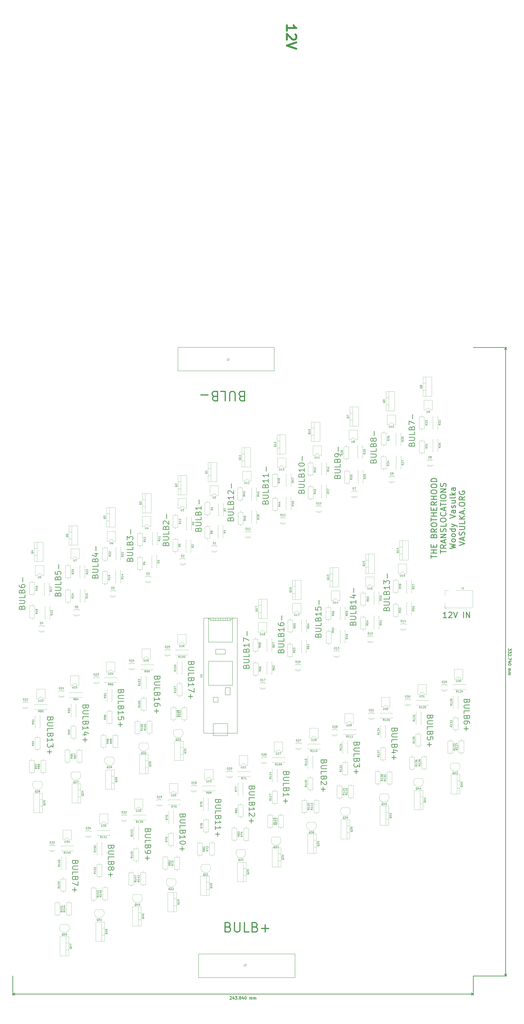
<source format=gto>
G04 #@! TF.GenerationSoftware,KiCad,Pcbnew,(5.1.5-0-10_14)*
G04 #@! TF.CreationDate,2020-02-22T16:18:41-07:00*
G04 #@! TF.ProjectId,VasulkaTranslocationPCB,56617375-6c6b-4615-9472-616e736c6f63,rev?*
G04 #@! TF.SameCoordinates,Original*
G04 #@! TF.FileFunction,Legend,Top*
G04 #@! TF.FilePolarity,Positive*
%FSLAX46Y46*%
G04 Gerber Fmt 4.6, Leading zero omitted, Abs format (unit mm)*
G04 Created by KiCad (PCBNEW (5.1.5-0-10_14)) date 2020-02-22 16:18:41*
%MOMM*%
%LPD*%
G04 APERTURE LIST*
%ADD10C,0.450000*%
%ADD11C,0.300000*%
%ADD12C,0.400000*%
%ADD13C,0.600000*%
%ADD14C,1.000000*%
%ADD15C,0.150000*%
%ADD16C,0.120000*%
G04 APERTURE END LIST*
D10*
X328117142Y-218135714D02*
X328117142Y-216421428D01*
X331117142Y-217278571D02*
X328117142Y-217278571D01*
X331117142Y-215421428D02*
X328117142Y-215421428D01*
X329545714Y-215421428D02*
X329545714Y-213707142D01*
X331117142Y-213707142D02*
X328117142Y-213707142D01*
X329545714Y-212278571D02*
X329545714Y-211278571D01*
X331117142Y-210850000D02*
X331117142Y-212278571D01*
X328117142Y-212278571D01*
X328117142Y-210850000D01*
X329545714Y-206278571D02*
X329688571Y-205850000D01*
X329831428Y-205707142D01*
X330117142Y-205564285D01*
X330545714Y-205564285D01*
X330831428Y-205707142D01*
X330974285Y-205850000D01*
X331117142Y-206135714D01*
X331117142Y-207278571D01*
X328117142Y-207278571D01*
X328117142Y-206278571D01*
X328260000Y-205992857D01*
X328402857Y-205850000D01*
X328688571Y-205707142D01*
X328974285Y-205707142D01*
X329260000Y-205850000D01*
X329402857Y-205992857D01*
X329545714Y-206278571D01*
X329545714Y-207278571D01*
X331117142Y-202564285D02*
X329688571Y-203564285D01*
X331117142Y-204278571D02*
X328117142Y-204278571D01*
X328117142Y-203135714D01*
X328260000Y-202850000D01*
X328402857Y-202707142D01*
X328688571Y-202564285D01*
X329117142Y-202564285D01*
X329402857Y-202707142D01*
X329545714Y-202850000D01*
X329688571Y-203135714D01*
X329688571Y-204278571D01*
X328117142Y-200707142D02*
X328117142Y-200135714D01*
X328260000Y-199850000D01*
X328545714Y-199564285D01*
X329117142Y-199421428D01*
X330117142Y-199421428D01*
X330688571Y-199564285D01*
X330974285Y-199850000D01*
X331117142Y-200135714D01*
X331117142Y-200707142D01*
X330974285Y-200992857D01*
X330688571Y-201278571D01*
X330117142Y-201421428D01*
X329117142Y-201421428D01*
X328545714Y-201278571D01*
X328260000Y-200992857D01*
X328117142Y-200707142D01*
X328117142Y-198564285D02*
X328117142Y-196850000D01*
X331117142Y-197707142D02*
X328117142Y-197707142D01*
X331117142Y-195850000D02*
X328117142Y-195850000D01*
X329545714Y-195850000D02*
X329545714Y-194135714D01*
X331117142Y-194135714D02*
X328117142Y-194135714D01*
X329545714Y-192707142D02*
X329545714Y-191707142D01*
X331117142Y-191278571D02*
X331117142Y-192707142D01*
X328117142Y-192707142D01*
X328117142Y-191278571D01*
X331117142Y-188278571D02*
X329688571Y-189278571D01*
X331117142Y-189992857D02*
X328117142Y-189992857D01*
X328117142Y-188850000D01*
X328260000Y-188564285D01*
X328402857Y-188421428D01*
X328688571Y-188278571D01*
X329117142Y-188278571D01*
X329402857Y-188421428D01*
X329545714Y-188564285D01*
X329688571Y-188850000D01*
X329688571Y-189992857D01*
X331117142Y-186992857D02*
X328117142Y-186992857D01*
X329545714Y-186992857D02*
X329545714Y-185278571D01*
X331117142Y-185278571D02*
X328117142Y-185278571D01*
X328117142Y-183278571D02*
X328117142Y-182707142D01*
X328260000Y-182421428D01*
X328545714Y-182135714D01*
X329117142Y-181992857D01*
X330117142Y-181992857D01*
X330688571Y-182135714D01*
X330974285Y-182421428D01*
X331117142Y-182707142D01*
X331117142Y-183278571D01*
X330974285Y-183564285D01*
X330688571Y-183850000D01*
X330117142Y-183992857D01*
X329117142Y-183992857D01*
X328545714Y-183850000D01*
X328260000Y-183564285D01*
X328117142Y-183278571D01*
X328117142Y-180135714D02*
X328117142Y-179564285D01*
X328260000Y-179278571D01*
X328545714Y-178992857D01*
X329117142Y-178850000D01*
X330117142Y-178850000D01*
X330688571Y-178992857D01*
X330974285Y-179278571D01*
X331117142Y-179564285D01*
X331117142Y-180135714D01*
X330974285Y-180421428D01*
X330688571Y-180707142D01*
X330117142Y-180850000D01*
X329117142Y-180850000D01*
X328545714Y-180707142D01*
X328260000Y-180421428D01*
X328117142Y-180135714D01*
X331117142Y-177564285D02*
X328117142Y-177564285D01*
X328117142Y-176850000D01*
X328260000Y-176421428D01*
X328545714Y-176135714D01*
X328831428Y-175992857D01*
X329402857Y-175850000D01*
X329831428Y-175850000D01*
X330402857Y-175992857D01*
X330688571Y-176135714D01*
X330974285Y-176421428D01*
X331117142Y-176850000D01*
X331117142Y-177564285D01*
X333067142Y-215492857D02*
X333067142Y-213778571D01*
X336067142Y-214635714D02*
X333067142Y-214635714D01*
X336067142Y-211064285D02*
X334638571Y-212064285D01*
X336067142Y-212778571D02*
X333067142Y-212778571D01*
X333067142Y-211635714D01*
X333210000Y-211350000D01*
X333352857Y-211207142D01*
X333638571Y-211064285D01*
X334067142Y-211064285D01*
X334352857Y-211207142D01*
X334495714Y-211350000D01*
X334638571Y-211635714D01*
X334638571Y-212778571D01*
X335210000Y-209921428D02*
X335210000Y-208492857D01*
X336067142Y-210207142D02*
X333067142Y-209207142D01*
X336067142Y-208207142D01*
X336067142Y-207207142D02*
X333067142Y-207207142D01*
X336067142Y-205492857D01*
X333067142Y-205492857D01*
X335924285Y-204207142D02*
X336067142Y-203778571D01*
X336067142Y-203064285D01*
X335924285Y-202778571D01*
X335781428Y-202635714D01*
X335495714Y-202492857D01*
X335210000Y-202492857D01*
X334924285Y-202635714D01*
X334781428Y-202778571D01*
X334638571Y-203064285D01*
X334495714Y-203635714D01*
X334352857Y-203921428D01*
X334210000Y-204064285D01*
X333924285Y-204207142D01*
X333638571Y-204207142D01*
X333352857Y-204064285D01*
X333210000Y-203921428D01*
X333067142Y-203635714D01*
X333067142Y-202921428D01*
X333210000Y-202492857D01*
X336067142Y-199778571D02*
X336067142Y-201207142D01*
X333067142Y-201207142D01*
X333067142Y-198207142D02*
X333067142Y-197635714D01*
X333210000Y-197350000D01*
X333495714Y-197064285D01*
X334067142Y-196921428D01*
X335067142Y-196921428D01*
X335638571Y-197064285D01*
X335924285Y-197350000D01*
X336067142Y-197635714D01*
X336067142Y-198207142D01*
X335924285Y-198492857D01*
X335638571Y-198778571D01*
X335067142Y-198921428D01*
X334067142Y-198921428D01*
X333495714Y-198778571D01*
X333210000Y-198492857D01*
X333067142Y-198207142D01*
X335781428Y-193921428D02*
X335924285Y-194064285D01*
X336067142Y-194492857D01*
X336067142Y-194778571D01*
X335924285Y-195207142D01*
X335638571Y-195492857D01*
X335352857Y-195635714D01*
X334781428Y-195778571D01*
X334352857Y-195778571D01*
X333781428Y-195635714D01*
X333495714Y-195492857D01*
X333210000Y-195207142D01*
X333067142Y-194778571D01*
X333067142Y-194492857D01*
X333210000Y-194064285D01*
X333352857Y-193921428D01*
X335210000Y-192778571D02*
X335210000Y-191350000D01*
X336067142Y-193064285D02*
X333067142Y-192064285D01*
X336067142Y-191064285D01*
X333067142Y-190492857D02*
X333067142Y-188778571D01*
X336067142Y-189635714D02*
X333067142Y-189635714D01*
X336067142Y-187778571D02*
X333067142Y-187778571D01*
X333067142Y-185778571D02*
X333067142Y-185207142D01*
X333210000Y-184921428D01*
X333495714Y-184635714D01*
X334067142Y-184492857D01*
X335067142Y-184492857D01*
X335638571Y-184635714D01*
X335924285Y-184921428D01*
X336067142Y-185207142D01*
X336067142Y-185778571D01*
X335924285Y-186064285D01*
X335638571Y-186350000D01*
X335067142Y-186492857D01*
X334067142Y-186492857D01*
X333495714Y-186350000D01*
X333210000Y-186064285D01*
X333067142Y-185778571D01*
X336067142Y-183207142D02*
X333067142Y-183207142D01*
X336067142Y-181492857D01*
X333067142Y-181492857D01*
X335924285Y-180207142D02*
X336067142Y-179778571D01*
X336067142Y-179064285D01*
X335924285Y-178778571D01*
X335781428Y-178635714D01*
X335495714Y-178492857D01*
X335210000Y-178492857D01*
X334924285Y-178635714D01*
X334781428Y-178778571D01*
X334638571Y-179064285D01*
X334495714Y-179635714D01*
X334352857Y-179921428D01*
X334210000Y-180064285D01*
X333924285Y-180207142D01*
X333638571Y-180207142D01*
X333352857Y-180064285D01*
X333210000Y-179921428D01*
X333067142Y-179635714D01*
X333067142Y-178921428D01*
X333210000Y-178492857D01*
X338017142Y-213064285D02*
X341017142Y-212350000D01*
X338874285Y-211778571D01*
X341017142Y-211207142D01*
X338017142Y-210492857D01*
X341017142Y-208921428D02*
X340874285Y-209207142D01*
X340731428Y-209350000D01*
X340445714Y-209492857D01*
X339588571Y-209492857D01*
X339302857Y-209350000D01*
X339160000Y-209207142D01*
X339017142Y-208921428D01*
X339017142Y-208492857D01*
X339160000Y-208207142D01*
X339302857Y-208064285D01*
X339588571Y-207921428D01*
X340445714Y-207921428D01*
X340731428Y-208064285D01*
X340874285Y-208207142D01*
X341017142Y-208492857D01*
X341017142Y-208921428D01*
X341017142Y-206207142D02*
X340874285Y-206492857D01*
X340731428Y-206635714D01*
X340445714Y-206778571D01*
X339588571Y-206778571D01*
X339302857Y-206635714D01*
X339160000Y-206492857D01*
X339017142Y-206207142D01*
X339017142Y-205778571D01*
X339160000Y-205492857D01*
X339302857Y-205350000D01*
X339588571Y-205207142D01*
X340445714Y-205207142D01*
X340731428Y-205350000D01*
X340874285Y-205492857D01*
X341017142Y-205778571D01*
X341017142Y-206207142D01*
X341017142Y-202635714D02*
X338017142Y-202635714D01*
X340874285Y-202635714D02*
X341017142Y-202921428D01*
X341017142Y-203492857D01*
X340874285Y-203778571D01*
X340731428Y-203921428D01*
X340445714Y-204064285D01*
X339588571Y-204064285D01*
X339302857Y-203921428D01*
X339160000Y-203778571D01*
X339017142Y-203492857D01*
X339017142Y-202921428D01*
X339160000Y-202635714D01*
X339017142Y-201492857D02*
X341017142Y-200778571D01*
X339017142Y-200064285D02*
X341017142Y-200778571D01*
X341731428Y-201064285D01*
X341874285Y-201207142D01*
X342017142Y-201492857D01*
X338017142Y-197064285D02*
X341017142Y-196064285D01*
X338017142Y-195064285D01*
X341017142Y-192778571D02*
X339445714Y-192778571D01*
X339160000Y-192921428D01*
X339017142Y-193207142D01*
X339017142Y-193778571D01*
X339160000Y-194064285D01*
X340874285Y-192778571D02*
X341017142Y-193064285D01*
X341017142Y-193778571D01*
X340874285Y-194064285D01*
X340588571Y-194207142D01*
X340302857Y-194207142D01*
X340017142Y-194064285D01*
X339874285Y-193778571D01*
X339874285Y-193064285D01*
X339731428Y-192778571D01*
X340874285Y-191492857D02*
X341017142Y-191207142D01*
X341017142Y-190635714D01*
X340874285Y-190350000D01*
X340588571Y-190207142D01*
X340445714Y-190207142D01*
X340160000Y-190350000D01*
X340017142Y-190635714D01*
X340017142Y-191064285D01*
X339874285Y-191350000D01*
X339588571Y-191492857D01*
X339445714Y-191492857D01*
X339160000Y-191350000D01*
X339017142Y-191064285D01*
X339017142Y-190635714D01*
X339160000Y-190350000D01*
X339017142Y-187635714D02*
X341017142Y-187635714D01*
X339017142Y-188921428D02*
X340588571Y-188921428D01*
X340874285Y-188778571D01*
X341017142Y-188492857D01*
X341017142Y-188064285D01*
X340874285Y-187778571D01*
X340731428Y-187635714D01*
X341017142Y-185778571D02*
X340874285Y-186064285D01*
X340588571Y-186207142D01*
X338017142Y-186207142D01*
X341017142Y-184635714D02*
X338017142Y-184635714D01*
X339874285Y-184350000D02*
X341017142Y-183492857D01*
X339017142Y-183492857D02*
X340160000Y-184635714D01*
X341017142Y-180921428D02*
X339445714Y-180921428D01*
X339160000Y-181064285D01*
X339017142Y-181350000D01*
X339017142Y-181921428D01*
X339160000Y-182207142D01*
X340874285Y-180921428D02*
X341017142Y-181207142D01*
X341017142Y-181921428D01*
X340874285Y-182207142D01*
X340588571Y-182350000D01*
X340302857Y-182350000D01*
X340017142Y-182207142D01*
X339874285Y-181921428D01*
X339874285Y-181207142D01*
X339731428Y-180921428D01*
X342967142Y-211421428D02*
X345967142Y-210421428D01*
X342967142Y-209421428D01*
X345110000Y-208564285D02*
X345110000Y-207135714D01*
X345967142Y-208850000D02*
X342967142Y-207850000D01*
X345967142Y-206850000D01*
X345824285Y-205992857D02*
X345967142Y-205564285D01*
X345967142Y-204850000D01*
X345824285Y-204564285D01*
X345681428Y-204421428D01*
X345395714Y-204278571D01*
X345110000Y-204278571D01*
X344824285Y-204421428D01*
X344681428Y-204564285D01*
X344538571Y-204850000D01*
X344395714Y-205421428D01*
X344252857Y-205707142D01*
X344110000Y-205850000D01*
X343824285Y-205992857D01*
X343538571Y-205992857D01*
X343252857Y-205850000D01*
X343110000Y-205707142D01*
X342967142Y-205421428D01*
X342967142Y-204707142D01*
X343110000Y-204278571D01*
X342967142Y-202992857D02*
X345395714Y-202992857D01*
X345681428Y-202850000D01*
X345824285Y-202707142D01*
X345967142Y-202421428D01*
X345967142Y-201850000D01*
X345824285Y-201564285D01*
X345681428Y-201421428D01*
X345395714Y-201278571D01*
X342967142Y-201278571D01*
X345967142Y-198421428D02*
X345967142Y-199850000D01*
X342967142Y-199850000D01*
X345967142Y-197421428D02*
X342967142Y-197421428D01*
X345967142Y-195707142D02*
X344252857Y-196992857D01*
X342967142Y-195707142D02*
X344681428Y-197421428D01*
X345110000Y-194564285D02*
X345110000Y-193135714D01*
X345967142Y-194850000D02*
X342967142Y-193850000D01*
X345967142Y-192850000D01*
X345681428Y-191850000D02*
X345824285Y-191707142D01*
X345967142Y-191850000D01*
X345824285Y-191992857D01*
X345681428Y-191850000D01*
X345967142Y-191850000D01*
X342967142Y-189850000D02*
X342967142Y-189278571D01*
X343110000Y-188992857D01*
X343395714Y-188707142D01*
X343967142Y-188564285D01*
X344967142Y-188564285D01*
X345538571Y-188707142D01*
X345824285Y-188992857D01*
X345967142Y-189278571D01*
X345967142Y-189850000D01*
X345824285Y-190135714D01*
X345538571Y-190421428D01*
X344967142Y-190564285D01*
X343967142Y-190564285D01*
X343395714Y-190421428D01*
X343110000Y-190135714D01*
X342967142Y-189850000D01*
X345967142Y-185564285D02*
X344538571Y-186564285D01*
X345967142Y-187278571D02*
X342967142Y-187278571D01*
X342967142Y-186135714D01*
X343110000Y-185850000D01*
X343252857Y-185707142D01*
X343538571Y-185564285D01*
X343967142Y-185564285D01*
X344252857Y-185707142D01*
X344395714Y-185850000D01*
X344538571Y-186135714D01*
X344538571Y-187278571D01*
X343110000Y-182707142D02*
X342967142Y-182992857D01*
X342967142Y-183421428D01*
X343110000Y-183850000D01*
X343395714Y-184135714D01*
X343681428Y-184278571D01*
X344252857Y-184421428D01*
X344681428Y-184421428D01*
X345252857Y-184278571D01*
X345538571Y-184135714D01*
X345824285Y-183850000D01*
X345967142Y-183421428D01*
X345967142Y-183135714D01*
X345824285Y-182707142D01*
X345681428Y-182564285D01*
X344681428Y-182564285D01*
X344681428Y-183135714D01*
D11*
X221671428Y-450366428D02*
X221742857Y-450295000D01*
X221885714Y-450223571D01*
X222242857Y-450223571D01*
X222385714Y-450295000D01*
X222457142Y-450366428D01*
X222528571Y-450509285D01*
X222528571Y-450652142D01*
X222457142Y-450866428D01*
X221600000Y-451723571D01*
X222528571Y-451723571D01*
X223814285Y-450723571D02*
X223814285Y-451723571D01*
X223457142Y-450152142D02*
X223100000Y-451223571D01*
X224028571Y-451223571D01*
X224457142Y-450223571D02*
X225385714Y-450223571D01*
X224885714Y-450795000D01*
X225100000Y-450795000D01*
X225242857Y-450866428D01*
X225314285Y-450937857D01*
X225385714Y-451080714D01*
X225385714Y-451437857D01*
X225314285Y-451580714D01*
X225242857Y-451652142D01*
X225100000Y-451723571D01*
X224671428Y-451723571D01*
X224528571Y-451652142D01*
X224457142Y-451580714D01*
X226028571Y-451580714D02*
X226100000Y-451652142D01*
X226028571Y-451723571D01*
X225957142Y-451652142D01*
X226028571Y-451580714D01*
X226028571Y-451723571D01*
X226957142Y-450866428D02*
X226814285Y-450795000D01*
X226742857Y-450723571D01*
X226671428Y-450580714D01*
X226671428Y-450509285D01*
X226742857Y-450366428D01*
X226814285Y-450295000D01*
X226957142Y-450223571D01*
X227242857Y-450223571D01*
X227385714Y-450295000D01*
X227457142Y-450366428D01*
X227528571Y-450509285D01*
X227528571Y-450580714D01*
X227457142Y-450723571D01*
X227385714Y-450795000D01*
X227242857Y-450866428D01*
X226957142Y-450866428D01*
X226814285Y-450937857D01*
X226742857Y-451009285D01*
X226671428Y-451152142D01*
X226671428Y-451437857D01*
X226742857Y-451580714D01*
X226814285Y-451652142D01*
X226957142Y-451723571D01*
X227242857Y-451723571D01*
X227385714Y-451652142D01*
X227457142Y-451580714D01*
X227528571Y-451437857D01*
X227528571Y-451152142D01*
X227457142Y-451009285D01*
X227385714Y-450937857D01*
X227242857Y-450866428D01*
X228814285Y-450723571D02*
X228814285Y-451723571D01*
X228457142Y-450152142D02*
X228100000Y-451223571D01*
X229028571Y-451223571D01*
X229885714Y-450223571D02*
X230028571Y-450223571D01*
X230171428Y-450295000D01*
X230242857Y-450366428D01*
X230314285Y-450509285D01*
X230385714Y-450795000D01*
X230385714Y-451152142D01*
X230314285Y-451437857D01*
X230242857Y-451580714D01*
X230171428Y-451652142D01*
X230028571Y-451723571D01*
X229885714Y-451723571D01*
X229742857Y-451652142D01*
X229671428Y-451580714D01*
X229600000Y-451437857D01*
X229528571Y-451152142D01*
X229528571Y-450795000D01*
X229600000Y-450509285D01*
X229671428Y-450366428D01*
X229742857Y-450295000D01*
X229885714Y-450223571D01*
X232171428Y-451723571D02*
X232171428Y-450723571D01*
X232171428Y-450866428D02*
X232242857Y-450795000D01*
X232385714Y-450723571D01*
X232600000Y-450723571D01*
X232742857Y-450795000D01*
X232814285Y-450937857D01*
X232814285Y-451723571D01*
X232814285Y-450937857D02*
X232885714Y-450795000D01*
X233028571Y-450723571D01*
X233242857Y-450723571D01*
X233385714Y-450795000D01*
X233457142Y-450937857D01*
X233457142Y-451723571D01*
X234171428Y-451723571D02*
X234171428Y-450723571D01*
X234171428Y-450866428D02*
X234242857Y-450795000D01*
X234385714Y-450723571D01*
X234600000Y-450723571D01*
X234742857Y-450795000D01*
X234814285Y-450937857D01*
X234814285Y-451723571D01*
X234814285Y-450937857D02*
X234885714Y-450795000D01*
X235028571Y-450723571D01*
X235242857Y-450723571D01*
X235385714Y-450795000D01*
X235457142Y-450937857D01*
X235457142Y-451723571D01*
X350520000Y-448945000D02*
X106680000Y-448945000D01*
X350520000Y-439420000D02*
X350520000Y-449531421D01*
X106680000Y-439420000D02*
X106680000Y-449531421D01*
X106680000Y-448945000D02*
X107806504Y-448358579D01*
X106680000Y-448945000D02*
X107806504Y-449531421D01*
X350520000Y-448945000D02*
X349393496Y-448358579D01*
X350520000Y-448945000D02*
X349393496Y-449531421D01*
X370586428Y-266050000D02*
X370586428Y-266978571D01*
X370015000Y-266478571D01*
X370015000Y-266692857D01*
X369943571Y-266835714D01*
X369872142Y-266907142D01*
X369729285Y-266978571D01*
X369372142Y-266978571D01*
X369229285Y-266907142D01*
X369157857Y-266835714D01*
X369086428Y-266692857D01*
X369086428Y-266264285D01*
X369157857Y-266121428D01*
X369229285Y-266050000D01*
X370586428Y-267478571D02*
X370586428Y-268407142D01*
X370015000Y-267907142D01*
X370015000Y-268121428D01*
X369943571Y-268264285D01*
X369872142Y-268335714D01*
X369729285Y-268407142D01*
X369372142Y-268407142D01*
X369229285Y-268335714D01*
X369157857Y-268264285D01*
X369086428Y-268121428D01*
X369086428Y-267692857D01*
X369157857Y-267550000D01*
X369229285Y-267478571D01*
X370443571Y-268978571D02*
X370515000Y-269050000D01*
X370586428Y-269192857D01*
X370586428Y-269550000D01*
X370515000Y-269692857D01*
X370443571Y-269764285D01*
X370300714Y-269835714D01*
X370157857Y-269835714D01*
X369943571Y-269764285D01*
X369086428Y-268907142D01*
X369086428Y-269835714D01*
X369229285Y-270478571D02*
X369157857Y-270550000D01*
X369086428Y-270478571D01*
X369157857Y-270407142D01*
X369229285Y-270478571D01*
X369086428Y-270478571D01*
X370586428Y-271050000D02*
X370586428Y-272050000D01*
X369086428Y-271407142D01*
X370086428Y-273264285D02*
X369086428Y-273264285D01*
X370657857Y-272907142D02*
X369586428Y-272550000D01*
X369586428Y-273478571D01*
X370586428Y-274335714D02*
X370586428Y-274478571D01*
X370515000Y-274621428D01*
X370443571Y-274692857D01*
X370300714Y-274764285D01*
X370015000Y-274835714D01*
X369657857Y-274835714D01*
X369372142Y-274764285D01*
X369229285Y-274692857D01*
X369157857Y-274621428D01*
X369086428Y-274478571D01*
X369086428Y-274335714D01*
X369157857Y-274192857D01*
X369229285Y-274121428D01*
X369372142Y-274050000D01*
X369657857Y-273978571D01*
X370015000Y-273978571D01*
X370300714Y-274050000D01*
X370443571Y-274121428D01*
X370515000Y-274192857D01*
X370586428Y-274335714D01*
X369086428Y-276621428D02*
X370086428Y-276621428D01*
X369943571Y-276621428D02*
X370015000Y-276692857D01*
X370086428Y-276835714D01*
X370086428Y-277050000D01*
X370015000Y-277192857D01*
X369872142Y-277264285D01*
X369086428Y-277264285D01*
X369872142Y-277264285D02*
X370015000Y-277335714D01*
X370086428Y-277478571D01*
X370086428Y-277692857D01*
X370015000Y-277835714D01*
X369872142Y-277907142D01*
X369086428Y-277907142D01*
X369086428Y-278621428D02*
X370086428Y-278621428D01*
X369943571Y-278621428D02*
X370015000Y-278692857D01*
X370086428Y-278835714D01*
X370086428Y-279050000D01*
X370015000Y-279192857D01*
X369872142Y-279264285D01*
X369086428Y-279264285D01*
X369872142Y-279264285D02*
X370015000Y-279335714D01*
X370086428Y-279478571D01*
X370086428Y-279692857D01*
X370015000Y-279835714D01*
X369872142Y-279907142D01*
X369086428Y-279907142D01*
X367665000Y-106680000D02*
X367665000Y-439420000D01*
X350520000Y-106680000D02*
X368251421Y-106680000D01*
X350520000Y-439420000D02*
X368251421Y-439420000D01*
X367665000Y-439420000D02*
X367078579Y-438293496D01*
X367665000Y-439420000D02*
X368251421Y-438293496D01*
X367665000Y-106680000D02*
X367078579Y-107806504D01*
X367665000Y-106680000D02*
X368251421Y-107806504D01*
D12*
X336344285Y-249642142D02*
X334630000Y-249642142D01*
X335487142Y-249642142D02*
X335487142Y-246642142D01*
X335201428Y-247070714D01*
X334915714Y-247356428D01*
X334630000Y-247499285D01*
X337487142Y-246927857D02*
X337630000Y-246785000D01*
X337915714Y-246642142D01*
X338630000Y-246642142D01*
X338915714Y-246785000D01*
X339058571Y-246927857D01*
X339201428Y-247213571D01*
X339201428Y-247499285D01*
X339058571Y-247927857D01*
X337344285Y-249642142D01*
X339201428Y-249642142D01*
X340058571Y-246642142D02*
X341058571Y-249642142D01*
X342058571Y-246642142D01*
X345344285Y-249642142D02*
X345344285Y-246642142D01*
X346772857Y-249642142D02*
X346772857Y-246642142D01*
X348487142Y-249642142D01*
X348487142Y-246642142D01*
D13*
X220751047Y-413408857D02*
X221465333Y-413646952D01*
X221703428Y-413885047D01*
X221941523Y-414361238D01*
X221941523Y-415075523D01*
X221703428Y-415551714D01*
X221465333Y-415789809D01*
X220989142Y-416027904D01*
X219084380Y-416027904D01*
X219084380Y-411027904D01*
X220751047Y-411027904D01*
X221227238Y-411266000D01*
X221465333Y-411504095D01*
X221703428Y-411980285D01*
X221703428Y-412456476D01*
X221465333Y-412932666D01*
X221227238Y-413170761D01*
X220751047Y-413408857D01*
X219084380Y-413408857D01*
X224084380Y-411027904D02*
X224084380Y-415075523D01*
X224322476Y-415551714D01*
X224560571Y-415789809D01*
X225036761Y-416027904D01*
X225989142Y-416027904D01*
X226465333Y-415789809D01*
X226703428Y-415551714D01*
X226941523Y-415075523D01*
X226941523Y-411027904D01*
X231703428Y-416027904D02*
X229322476Y-416027904D01*
X229322476Y-411027904D01*
X235036761Y-413408857D02*
X235751047Y-413646952D01*
X235989142Y-413885047D01*
X236227238Y-414361238D01*
X236227238Y-415075523D01*
X235989142Y-415551714D01*
X235751047Y-415789809D01*
X235274857Y-416027904D01*
X233370095Y-416027904D01*
X233370095Y-411027904D01*
X235036761Y-411027904D01*
X235512952Y-411266000D01*
X235751047Y-411504095D01*
X235989142Y-411980285D01*
X235989142Y-412456476D01*
X235751047Y-412932666D01*
X235512952Y-413170761D01*
X235036761Y-413408857D01*
X233370095Y-413408857D01*
X238370095Y-414123142D02*
X242179619Y-414123142D01*
X240274857Y-416027904D02*
X240274857Y-412218380D01*
D11*
X233386285Y-339829285D02*
X233243428Y-340257857D01*
X233100571Y-340400714D01*
X232814857Y-340543571D01*
X232386285Y-340543571D01*
X232100571Y-340400714D01*
X231957714Y-340257857D01*
X231814857Y-339972142D01*
X231814857Y-338829285D01*
X234814857Y-338829285D01*
X234814857Y-339829285D01*
X234672000Y-340115000D01*
X234529142Y-340257857D01*
X234243428Y-340400714D01*
X233957714Y-340400714D01*
X233672000Y-340257857D01*
X233529142Y-340115000D01*
X233386285Y-339829285D01*
X233386285Y-338829285D01*
X234814857Y-341829285D02*
X232386285Y-341829285D01*
X232100571Y-341972142D01*
X231957714Y-342115000D01*
X231814857Y-342400714D01*
X231814857Y-342972142D01*
X231957714Y-343257857D01*
X232100571Y-343400714D01*
X232386285Y-343543571D01*
X234814857Y-343543571D01*
X231814857Y-346400714D02*
X231814857Y-344972142D01*
X234814857Y-344972142D01*
X233386285Y-348400714D02*
X233243428Y-348829285D01*
X233100571Y-348972142D01*
X232814857Y-349115000D01*
X232386285Y-349115000D01*
X232100571Y-348972142D01*
X231957714Y-348829285D01*
X231814857Y-348543571D01*
X231814857Y-347400714D01*
X234814857Y-347400714D01*
X234814857Y-348400714D01*
X234672000Y-348686428D01*
X234529142Y-348829285D01*
X234243428Y-348972142D01*
X233957714Y-348972142D01*
X233672000Y-348829285D01*
X233529142Y-348686428D01*
X233386285Y-348400714D01*
X233386285Y-347400714D01*
X231814857Y-351972142D02*
X231814857Y-350257857D01*
X231814857Y-351115000D02*
X234814857Y-351115000D01*
X234386285Y-350829285D01*
X234100571Y-350543571D01*
X233957714Y-350257857D01*
X234529142Y-353115000D02*
X234672000Y-353257857D01*
X234814857Y-353543571D01*
X234814857Y-354257857D01*
X234672000Y-354543571D01*
X234529142Y-354686428D01*
X234243428Y-354829285D01*
X233957714Y-354829285D01*
X233529142Y-354686428D01*
X231814857Y-352972142D01*
X231814857Y-354829285D01*
X232957714Y-356115000D02*
X232957714Y-358400714D01*
X231814857Y-357257857D02*
X234100571Y-357257857D01*
X215542785Y-346877785D02*
X215399928Y-347306357D01*
X215257071Y-347449214D01*
X214971357Y-347592071D01*
X214542785Y-347592071D01*
X214257071Y-347449214D01*
X214114214Y-347306357D01*
X213971357Y-347020642D01*
X213971357Y-345877785D01*
X216971357Y-345877785D01*
X216971357Y-346877785D01*
X216828500Y-347163500D01*
X216685642Y-347306357D01*
X216399928Y-347449214D01*
X216114214Y-347449214D01*
X215828500Y-347306357D01*
X215685642Y-347163500D01*
X215542785Y-346877785D01*
X215542785Y-345877785D01*
X216971357Y-348877785D02*
X214542785Y-348877785D01*
X214257071Y-349020642D01*
X214114214Y-349163500D01*
X213971357Y-349449214D01*
X213971357Y-350020642D01*
X214114214Y-350306357D01*
X214257071Y-350449214D01*
X214542785Y-350592071D01*
X216971357Y-350592071D01*
X213971357Y-353449214D02*
X213971357Y-352020642D01*
X216971357Y-352020642D01*
X215542785Y-355449214D02*
X215399928Y-355877785D01*
X215257071Y-356020642D01*
X214971357Y-356163500D01*
X214542785Y-356163500D01*
X214257071Y-356020642D01*
X214114214Y-355877785D01*
X213971357Y-355592071D01*
X213971357Y-354449214D01*
X216971357Y-354449214D01*
X216971357Y-355449214D01*
X216828500Y-355734928D01*
X216685642Y-355877785D01*
X216399928Y-356020642D01*
X216114214Y-356020642D01*
X215828500Y-355877785D01*
X215685642Y-355734928D01*
X215542785Y-355449214D01*
X215542785Y-354449214D01*
X213971357Y-359020642D02*
X213971357Y-357306357D01*
X213971357Y-358163500D02*
X216971357Y-358163500D01*
X216542785Y-357877785D01*
X216257071Y-357592071D01*
X216114214Y-357306357D01*
X213971357Y-361877785D02*
X213971357Y-360163500D01*
X213971357Y-361020642D02*
X216971357Y-361020642D01*
X216542785Y-360734928D01*
X216257071Y-360449214D01*
X216114214Y-360163500D01*
X215114214Y-363163500D02*
X215114214Y-365449214D01*
X213971357Y-364306357D02*
X216257071Y-364306357D01*
X196746785Y-354624785D02*
X196603928Y-355053357D01*
X196461071Y-355196214D01*
X196175357Y-355339071D01*
X195746785Y-355339071D01*
X195461071Y-355196214D01*
X195318214Y-355053357D01*
X195175357Y-354767642D01*
X195175357Y-353624785D01*
X198175357Y-353624785D01*
X198175357Y-354624785D01*
X198032500Y-354910500D01*
X197889642Y-355053357D01*
X197603928Y-355196214D01*
X197318214Y-355196214D01*
X197032500Y-355053357D01*
X196889642Y-354910500D01*
X196746785Y-354624785D01*
X196746785Y-353624785D01*
X198175357Y-356624785D02*
X195746785Y-356624785D01*
X195461071Y-356767642D01*
X195318214Y-356910500D01*
X195175357Y-357196214D01*
X195175357Y-357767642D01*
X195318214Y-358053357D01*
X195461071Y-358196214D01*
X195746785Y-358339071D01*
X198175357Y-358339071D01*
X195175357Y-361196214D02*
X195175357Y-359767642D01*
X198175357Y-359767642D01*
X196746785Y-363196214D02*
X196603928Y-363624785D01*
X196461071Y-363767642D01*
X196175357Y-363910500D01*
X195746785Y-363910500D01*
X195461071Y-363767642D01*
X195318214Y-363624785D01*
X195175357Y-363339071D01*
X195175357Y-362196214D01*
X198175357Y-362196214D01*
X198175357Y-363196214D01*
X198032500Y-363481928D01*
X197889642Y-363624785D01*
X197603928Y-363767642D01*
X197318214Y-363767642D01*
X197032500Y-363624785D01*
X196889642Y-363481928D01*
X196746785Y-363196214D01*
X196746785Y-362196214D01*
X195175357Y-366767642D02*
X195175357Y-365053357D01*
X195175357Y-365910500D02*
X198175357Y-365910500D01*
X197746785Y-365624785D01*
X197461071Y-365339071D01*
X197318214Y-365053357D01*
X198175357Y-368624785D02*
X198175357Y-368910500D01*
X198032500Y-369196214D01*
X197889642Y-369339071D01*
X197603928Y-369481928D01*
X197032500Y-369624785D01*
X196318214Y-369624785D01*
X195746785Y-369481928D01*
X195461071Y-369339071D01*
X195318214Y-369196214D01*
X195175357Y-368910500D01*
X195175357Y-368624785D01*
X195318214Y-368339071D01*
X195461071Y-368196214D01*
X195746785Y-368053357D01*
X196318214Y-367910500D01*
X197032500Y-367910500D01*
X197603928Y-368053357D01*
X197889642Y-368196214D01*
X198032500Y-368339071D01*
X198175357Y-368624785D01*
X196318214Y-370910500D02*
X196318214Y-373196214D01*
X195175357Y-372053357D02*
X197461071Y-372053357D01*
X178331785Y-362403357D02*
X178188928Y-362831928D01*
X178046071Y-362974785D01*
X177760357Y-363117642D01*
X177331785Y-363117642D01*
X177046071Y-362974785D01*
X176903214Y-362831928D01*
X176760357Y-362546214D01*
X176760357Y-361403357D01*
X179760357Y-361403357D01*
X179760357Y-362403357D01*
X179617500Y-362689071D01*
X179474642Y-362831928D01*
X179188928Y-362974785D01*
X178903214Y-362974785D01*
X178617500Y-362831928D01*
X178474642Y-362689071D01*
X178331785Y-362403357D01*
X178331785Y-361403357D01*
X179760357Y-364403357D02*
X177331785Y-364403357D01*
X177046071Y-364546214D01*
X176903214Y-364689071D01*
X176760357Y-364974785D01*
X176760357Y-365546214D01*
X176903214Y-365831928D01*
X177046071Y-365974785D01*
X177331785Y-366117642D01*
X179760357Y-366117642D01*
X176760357Y-368974785D02*
X176760357Y-367546214D01*
X179760357Y-367546214D01*
X178331785Y-370974785D02*
X178188928Y-371403357D01*
X178046071Y-371546214D01*
X177760357Y-371689071D01*
X177331785Y-371689071D01*
X177046071Y-371546214D01*
X176903214Y-371403357D01*
X176760357Y-371117642D01*
X176760357Y-369974785D01*
X179760357Y-369974785D01*
X179760357Y-370974785D01*
X179617500Y-371260500D01*
X179474642Y-371403357D01*
X179188928Y-371546214D01*
X178903214Y-371546214D01*
X178617500Y-371403357D01*
X178474642Y-371260500D01*
X178331785Y-370974785D01*
X178331785Y-369974785D01*
X176760357Y-373117642D02*
X176760357Y-373689071D01*
X176903214Y-373974785D01*
X177046071Y-374117642D01*
X177474642Y-374403357D01*
X178046071Y-374546214D01*
X179188928Y-374546214D01*
X179474642Y-374403357D01*
X179617500Y-374260500D01*
X179760357Y-373974785D01*
X179760357Y-373403357D01*
X179617500Y-373117642D01*
X179474642Y-372974785D01*
X179188928Y-372831928D01*
X178474642Y-372831928D01*
X178188928Y-372974785D01*
X178046071Y-373117642D01*
X177903214Y-373403357D01*
X177903214Y-373974785D01*
X178046071Y-374260500D01*
X178188928Y-374403357D01*
X178474642Y-374546214D01*
X177903214Y-375831928D02*
X177903214Y-378117642D01*
X176760357Y-376974785D02*
X179046071Y-376974785D01*
X158837285Y-371166357D02*
X158694428Y-371594928D01*
X158551571Y-371737785D01*
X158265857Y-371880642D01*
X157837285Y-371880642D01*
X157551571Y-371737785D01*
X157408714Y-371594928D01*
X157265857Y-371309214D01*
X157265857Y-370166357D01*
X160265857Y-370166357D01*
X160265857Y-371166357D01*
X160123000Y-371452071D01*
X159980142Y-371594928D01*
X159694428Y-371737785D01*
X159408714Y-371737785D01*
X159123000Y-371594928D01*
X158980142Y-371452071D01*
X158837285Y-371166357D01*
X158837285Y-370166357D01*
X160265857Y-373166357D02*
X157837285Y-373166357D01*
X157551571Y-373309214D01*
X157408714Y-373452071D01*
X157265857Y-373737785D01*
X157265857Y-374309214D01*
X157408714Y-374594928D01*
X157551571Y-374737785D01*
X157837285Y-374880642D01*
X160265857Y-374880642D01*
X157265857Y-377737785D02*
X157265857Y-376309214D01*
X160265857Y-376309214D01*
X158837285Y-379737785D02*
X158694428Y-380166357D01*
X158551571Y-380309214D01*
X158265857Y-380452071D01*
X157837285Y-380452071D01*
X157551571Y-380309214D01*
X157408714Y-380166357D01*
X157265857Y-379880642D01*
X157265857Y-378737785D01*
X160265857Y-378737785D01*
X160265857Y-379737785D01*
X160123000Y-380023500D01*
X159980142Y-380166357D01*
X159694428Y-380309214D01*
X159408714Y-380309214D01*
X159123000Y-380166357D01*
X158980142Y-380023500D01*
X158837285Y-379737785D01*
X158837285Y-378737785D01*
X158980142Y-382166357D02*
X159123000Y-381880642D01*
X159265857Y-381737785D01*
X159551571Y-381594928D01*
X159694428Y-381594928D01*
X159980142Y-381737785D01*
X160123000Y-381880642D01*
X160265857Y-382166357D01*
X160265857Y-382737785D01*
X160123000Y-383023500D01*
X159980142Y-383166357D01*
X159694428Y-383309214D01*
X159551571Y-383309214D01*
X159265857Y-383166357D01*
X159123000Y-383023500D01*
X158980142Y-382737785D01*
X158980142Y-382166357D01*
X158837285Y-381880642D01*
X158694428Y-381737785D01*
X158408714Y-381594928D01*
X157837285Y-381594928D01*
X157551571Y-381737785D01*
X157408714Y-381880642D01*
X157265857Y-382166357D01*
X157265857Y-382737785D01*
X157408714Y-383023500D01*
X157551571Y-383166357D01*
X157837285Y-383309214D01*
X158408714Y-383309214D01*
X158694428Y-383166357D01*
X158837285Y-383023500D01*
X158980142Y-382737785D01*
X158408714Y-384594928D02*
X158408714Y-386880642D01*
X157265857Y-385737785D02*
X159551571Y-385737785D01*
X139850785Y-379167357D02*
X139707928Y-379595928D01*
X139565071Y-379738785D01*
X139279357Y-379881642D01*
X138850785Y-379881642D01*
X138565071Y-379738785D01*
X138422214Y-379595928D01*
X138279357Y-379310214D01*
X138279357Y-378167357D01*
X141279357Y-378167357D01*
X141279357Y-379167357D01*
X141136500Y-379453071D01*
X140993642Y-379595928D01*
X140707928Y-379738785D01*
X140422214Y-379738785D01*
X140136500Y-379595928D01*
X139993642Y-379453071D01*
X139850785Y-379167357D01*
X139850785Y-378167357D01*
X141279357Y-381167357D02*
X138850785Y-381167357D01*
X138565071Y-381310214D01*
X138422214Y-381453071D01*
X138279357Y-381738785D01*
X138279357Y-382310214D01*
X138422214Y-382595928D01*
X138565071Y-382738785D01*
X138850785Y-382881642D01*
X141279357Y-382881642D01*
X138279357Y-385738785D02*
X138279357Y-384310214D01*
X141279357Y-384310214D01*
X139850785Y-387738785D02*
X139707928Y-388167357D01*
X139565071Y-388310214D01*
X139279357Y-388453071D01*
X138850785Y-388453071D01*
X138565071Y-388310214D01*
X138422214Y-388167357D01*
X138279357Y-387881642D01*
X138279357Y-386738785D01*
X141279357Y-386738785D01*
X141279357Y-387738785D01*
X141136500Y-388024500D01*
X140993642Y-388167357D01*
X140707928Y-388310214D01*
X140422214Y-388310214D01*
X140136500Y-388167357D01*
X139993642Y-388024500D01*
X139850785Y-387738785D01*
X139850785Y-386738785D01*
X141279357Y-389453071D02*
X141279357Y-391453071D01*
X138279357Y-390167357D01*
X139422214Y-392595928D02*
X139422214Y-394881642D01*
X138279357Y-393738785D02*
X140565071Y-393738785D01*
X347178285Y-293886857D02*
X347035428Y-294315428D01*
X346892571Y-294458285D01*
X346606857Y-294601142D01*
X346178285Y-294601142D01*
X345892571Y-294458285D01*
X345749714Y-294315428D01*
X345606857Y-294029714D01*
X345606857Y-292886857D01*
X348606857Y-292886857D01*
X348606857Y-293886857D01*
X348464000Y-294172571D01*
X348321142Y-294315428D01*
X348035428Y-294458285D01*
X347749714Y-294458285D01*
X347464000Y-294315428D01*
X347321142Y-294172571D01*
X347178285Y-293886857D01*
X347178285Y-292886857D01*
X348606857Y-295886857D02*
X346178285Y-295886857D01*
X345892571Y-296029714D01*
X345749714Y-296172571D01*
X345606857Y-296458285D01*
X345606857Y-297029714D01*
X345749714Y-297315428D01*
X345892571Y-297458285D01*
X346178285Y-297601142D01*
X348606857Y-297601142D01*
X345606857Y-300458285D02*
X345606857Y-299029714D01*
X348606857Y-299029714D01*
X347178285Y-302458285D02*
X347035428Y-302886857D01*
X346892571Y-303029714D01*
X346606857Y-303172571D01*
X346178285Y-303172571D01*
X345892571Y-303029714D01*
X345749714Y-302886857D01*
X345606857Y-302601142D01*
X345606857Y-301458285D01*
X348606857Y-301458285D01*
X348606857Y-302458285D01*
X348464000Y-302744000D01*
X348321142Y-302886857D01*
X348035428Y-303029714D01*
X347749714Y-303029714D01*
X347464000Y-302886857D01*
X347321142Y-302744000D01*
X347178285Y-302458285D01*
X347178285Y-301458285D01*
X348606857Y-305744000D02*
X348606857Y-305172571D01*
X348464000Y-304886857D01*
X348321142Y-304744000D01*
X347892571Y-304458285D01*
X347321142Y-304315428D01*
X346178285Y-304315428D01*
X345892571Y-304458285D01*
X345749714Y-304601142D01*
X345606857Y-304886857D01*
X345606857Y-305458285D01*
X345749714Y-305744000D01*
X345892571Y-305886857D01*
X346178285Y-306029714D01*
X346892571Y-306029714D01*
X347178285Y-305886857D01*
X347321142Y-305744000D01*
X347464000Y-305458285D01*
X347464000Y-304886857D01*
X347321142Y-304601142D01*
X347178285Y-304458285D01*
X346892571Y-304315428D01*
X346749714Y-307315428D02*
X346749714Y-309601142D01*
X345606857Y-308458285D02*
X347892571Y-308458285D01*
X327683785Y-302268857D02*
X327540928Y-302697428D01*
X327398071Y-302840285D01*
X327112357Y-302983142D01*
X326683785Y-302983142D01*
X326398071Y-302840285D01*
X326255214Y-302697428D01*
X326112357Y-302411714D01*
X326112357Y-301268857D01*
X329112357Y-301268857D01*
X329112357Y-302268857D01*
X328969500Y-302554571D01*
X328826642Y-302697428D01*
X328540928Y-302840285D01*
X328255214Y-302840285D01*
X327969500Y-302697428D01*
X327826642Y-302554571D01*
X327683785Y-302268857D01*
X327683785Y-301268857D01*
X329112357Y-304268857D02*
X326683785Y-304268857D01*
X326398071Y-304411714D01*
X326255214Y-304554571D01*
X326112357Y-304840285D01*
X326112357Y-305411714D01*
X326255214Y-305697428D01*
X326398071Y-305840285D01*
X326683785Y-305983142D01*
X329112357Y-305983142D01*
X326112357Y-308840285D02*
X326112357Y-307411714D01*
X329112357Y-307411714D01*
X327683785Y-310840285D02*
X327540928Y-311268857D01*
X327398071Y-311411714D01*
X327112357Y-311554571D01*
X326683785Y-311554571D01*
X326398071Y-311411714D01*
X326255214Y-311268857D01*
X326112357Y-310983142D01*
X326112357Y-309840285D01*
X329112357Y-309840285D01*
X329112357Y-310840285D01*
X328969500Y-311126000D01*
X328826642Y-311268857D01*
X328540928Y-311411714D01*
X328255214Y-311411714D01*
X327969500Y-311268857D01*
X327826642Y-311126000D01*
X327683785Y-310840285D01*
X327683785Y-309840285D01*
X329112357Y-314268857D02*
X329112357Y-312840285D01*
X327683785Y-312697428D01*
X327826642Y-312840285D01*
X327969500Y-313126000D01*
X327969500Y-313840285D01*
X327826642Y-314126000D01*
X327683785Y-314268857D01*
X327398071Y-314411714D01*
X326683785Y-314411714D01*
X326398071Y-314268857D01*
X326255214Y-314126000D01*
X326112357Y-313840285D01*
X326112357Y-313126000D01*
X326255214Y-312840285D01*
X326398071Y-312697428D01*
X327255214Y-315697428D02*
X327255214Y-317983142D01*
X326112357Y-316840285D02*
X328398071Y-316840285D01*
X308887785Y-309126857D02*
X308744928Y-309555428D01*
X308602071Y-309698285D01*
X308316357Y-309841142D01*
X307887785Y-309841142D01*
X307602071Y-309698285D01*
X307459214Y-309555428D01*
X307316357Y-309269714D01*
X307316357Y-308126857D01*
X310316357Y-308126857D01*
X310316357Y-309126857D01*
X310173500Y-309412571D01*
X310030642Y-309555428D01*
X309744928Y-309698285D01*
X309459214Y-309698285D01*
X309173500Y-309555428D01*
X309030642Y-309412571D01*
X308887785Y-309126857D01*
X308887785Y-308126857D01*
X310316357Y-311126857D02*
X307887785Y-311126857D01*
X307602071Y-311269714D01*
X307459214Y-311412571D01*
X307316357Y-311698285D01*
X307316357Y-312269714D01*
X307459214Y-312555428D01*
X307602071Y-312698285D01*
X307887785Y-312841142D01*
X310316357Y-312841142D01*
X307316357Y-315698285D02*
X307316357Y-314269714D01*
X310316357Y-314269714D01*
X308887785Y-317698285D02*
X308744928Y-318126857D01*
X308602071Y-318269714D01*
X308316357Y-318412571D01*
X307887785Y-318412571D01*
X307602071Y-318269714D01*
X307459214Y-318126857D01*
X307316357Y-317841142D01*
X307316357Y-316698285D01*
X310316357Y-316698285D01*
X310316357Y-317698285D01*
X310173500Y-317984000D01*
X310030642Y-318126857D01*
X309744928Y-318269714D01*
X309459214Y-318269714D01*
X309173500Y-318126857D01*
X309030642Y-317984000D01*
X308887785Y-317698285D01*
X308887785Y-316698285D01*
X309316357Y-320984000D02*
X307316357Y-320984000D01*
X310459214Y-320269714D02*
X308316357Y-319555428D01*
X308316357Y-321412571D01*
X308459214Y-322555428D02*
X308459214Y-324841142D01*
X307316357Y-323698285D02*
X309602071Y-323698285D01*
X288885285Y-316619857D02*
X288742428Y-317048428D01*
X288599571Y-317191285D01*
X288313857Y-317334142D01*
X287885285Y-317334142D01*
X287599571Y-317191285D01*
X287456714Y-317048428D01*
X287313857Y-316762714D01*
X287313857Y-315619857D01*
X290313857Y-315619857D01*
X290313857Y-316619857D01*
X290171000Y-316905571D01*
X290028142Y-317048428D01*
X289742428Y-317191285D01*
X289456714Y-317191285D01*
X289171000Y-317048428D01*
X289028142Y-316905571D01*
X288885285Y-316619857D01*
X288885285Y-315619857D01*
X290313857Y-318619857D02*
X287885285Y-318619857D01*
X287599571Y-318762714D01*
X287456714Y-318905571D01*
X287313857Y-319191285D01*
X287313857Y-319762714D01*
X287456714Y-320048428D01*
X287599571Y-320191285D01*
X287885285Y-320334142D01*
X290313857Y-320334142D01*
X287313857Y-323191285D02*
X287313857Y-321762714D01*
X290313857Y-321762714D01*
X288885285Y-325191285D02*
X288742428Y-325619857D01*
X288599571Y-325762714D01*
X288313857Y-325905571D01*
X287885285Y-325905571D01*
X287599571Y-325762714D01*
X287456714Y-325619857D01*
X287313857Y-325334142D01*
X287313857Y-324191285D01*
X290313857Y-324191285D01*
X290313857Y-325191285D01*
X290171000Y-325477000D01*
X290028142Y-325619857D01*
X289742428Y-325762714D01*
X289456714Y-325762714D01*
X289171000Y-325619857D01*
X289028142Y-325477000D01*
X288885285Y-325191285D01*
X288885285Y-324191285D01*
X290313857Y-326905571D02*
X290313857Y-328762714D01*
X289171000Y-327762714D01*
X289171000Y-328191285D01*
X289028142Y-328477000D01*
X288885285Y-328619857D01*
X288599571Y-328762714D01*
X287885285Y-328762714D01*
X287599571Y-328619857D01*
X287456714Y-328477000D01*
X287313857Y-328191285D01*
X287313857Y-327334142D01*
X287456714Y-327048428D01*
X287599571Y-326905571D01*
X288456714Y-330048428D02*
X288456714Y-332334142D01*
X287313857Y-331191285D02*
X289599571Y-331191285D01*
X271486285Y-325954357D02*
X271343428Y-326382928D01*
X271200571Y-326525785D01*
X270914857Y-326668642D01*
X270486285Y-326668642D01*
X270200571Y-326525785D01*
X270057714Y-326382928D01*
X269914857Y-326097214D01*
X269914857Y-324954357D01*
X272914857Y-324954357D01*
X272914857Y-325954357D01*
X272772000Y-326240071D01*
X272629142Y-326382928D01*
X272343428Y-326525785D01*
X272057714Y-326525785D01*
X271772000Y-326382928D01*
X271629142Y-326240071D01*
X271486285Y-325954357D01*
X271486285Y-324954357D01*
X272914857Y-327954357D02*
X270486285Y-327954357D01*
X270200571Y-328097214D01*
X270057714Y-328240071D01*
X269914857Y-328525785D01*
X269914857Y-329097214D01*
X270057714Y-329382928D01*
X270200571Y-329525785D01*
X270486285Y-329668642D01*
X272914857Y-329668642D01*
X269914857Y-332525785D02*
X269914857Y-331097214D01*
X272914857Y-331097214D01*
X271486285Y-334525785D02*
X271343428Y-334954357D01*
X271200571Y-335097214D01*
X270914857Y-335240071D01*
X270486285Y-335240071D01*
X270200571Y-335097214D01*
X270057714Y-334954357D01*
X269914857Y-334668642D01*
X269914857Y-333525785D01*
X272914857Y-333525785D01*
X272914857Y-334525785D01*
X272772000Y-334811500D01*
X272629142Y-334954357D01*
X272343428Y-335097214D01*
X272057714Y-335097214D01*
X271772000Y-334954357D01*
X271629142Y-334811500D01*
X271486285Y-334525785D01*
X271486285Y-333525785D01*
X272629142Y-336382928D02*
X272772000Y-336525785D01*
X272914857Y-336811500D01*
X272914857Y-337525785D01*
X272772000Y-337811500D01*
X272629142Y-337954357D01*
X272343428Y-338097214D01*
X272057714Y-338097214D01*
X271629142Y-337954357D01*
X269914857Y-336240071D01*
X269914857Y-338097214D01*
X271057714Y-339382928D02*
X271057714Y-341668642D01*
X269914857Y-340525785D02*
X272200571Y-340525785D01*
X251547285Y-332177357D02*
X251404428Y-332605928D01*
X251261571Y-332748785D01*
X250975857Y-332891642D01*
X250547285Y-332891642D01*
X250261571Y-332748785D01*
X250118714Y-332605928D01*
X249975857Y-332320214D01*
X249975857Y-331177357D01*
X252975857Y-331177357D01*
X252975857Y-332177357D01*
X252833000Y-332463071D01*
X252690142Y-332605928D01*
X252404428Y-332748785D01*
X252118714Y-332748785D01*
X251833000Y-332605928D01*
X251690142Y-332463071D01*
X251547285Y-332177357D01*
X251547285Y-331177357D01*
X252975857Y-334177357D02*
X250547285Y-334177357D01*
X250261571Y-334320214D01*
X250118714Y-334463071D01*
X249975857Y-334748785D01*
X249975857Y-335320214D01*
X250118714Y-335605928D01*
X250261571Y-335748785D01*
X250547285Y-335891642D01*
X252975857Y-335891642D01*
X249975857Y-338748785D02*
X249975857Y-337320214D01*
X252975857Y-337320214D01*
X251547285Y-340748785D02*
X251404428Y-341177357D01*
X251261571Y-341320214D01*
X250975857Y-341463071D01*
X250547285Y-341463071D01*
X250261571Y-341320214D01*
X250118714Y-341177357D01*
X249975857Y-340891642D01*
X249975857Y-339748785D01*
X252975857Y-339748785D01*
X252975857Y-340748785D01*
X252833000Y-341034500D01*
X252690142Y-341177357D01*
X252404428Y-341320214D01*
X252118714Y-341320214D01*
X251833000Y-341177357D01*
X251690142Y-341034500D01*
X251547285Y-340748785D01*
X251547285Y-339748785D01*
X249975857Y-344320214D02*
X249975857Y-342605928D01*
X249975857Y-343463071D02*
X252975857Y-343463071D01*
X252547285Y-343177357D01*
X252261571Y-342891642D01*
X252118714Y-342605928D01*
X251118714Y-345605928D02*
X251118714Y-347891642D01*
X249975857Y-346748785D02*
X252261571Y-346748785D01*
X201255285Y-273916285D02*
X201112428Y-274344857D01*
X200969571Y-274487714D01*
X200683857Y-274630571D01*
X200255285Y-274630571D01*
X199969571Y-274487714D01*
X199826714Y-274344857D01*
X199683857Y-274059142D01*
X199683857Y-272916285D01*
X202683857Y-272916285D01*
X202683857Y-273916285D01*
X202541000Y-274202000D01*
X202398142Y-274344857D01*
X202112428Y-274487714D01*
X201826714Y-274487714D01*
X201541000Y-274344857D01*
X201398142Y-274202000D01*
X201255285Y-273916285D01*
X201255285Y-272916285D01*
X202683857Y-275916285D02*
X200255285Y-275916285D01*
X199969571Y-276059142D01*
X199826714Y-276202000D01*
X199683857Y-276487714D01*
X199683857Y-277059142D01*
X199826714Y-277344857D01*
X199969571Y-277487714D01*
X200255285Y-277630571D01*
X202683857Y-277630571D01*
X199683857Y-280487714D02*
X199683857Y-279059142D01*
X202683857Y-279059142D01*
X201255285Y-282487714D02*
X201112428Y-282916285D01*
X200969571Y-283059142D01*
X200683857Y-283202000D01*
X200255285Y-283202000D01*
X199969571Y-283059142D01*
X199826714Y-282916285D01*
X199683857Y-282630571D01*
X199683857Y-281487714D01*
X202683857Y-281487714D01*
X202683857Y-282487714D01*
X202541000Y-282773428D01*
X202398142Y-282916285D01*
X202112428Y-283059142D01*
X201826714Y-283059142D01*
X201541000Y-282916285D01*
X201398142Y-282773428D01*
X201255285Y-282487714D01*
X201255285Y-281487714D01*
X199683857Y-286059142D02*
X199683857Y-284344857D01*
X199683857Y-285202000D02*
X202683857Y-285202000D01*
X202255285Y-284916285D01*
X201969571Y-284630571D01*
X201826714Y-284344857D01*
X202683857Y-287059142D02*
X202683857Y-289059142D01*
X199683857Y-287773428D01*
X200826714Y-290202000D02*
X200826714Y-292487714D01*
X199683857Y-291344857D02*
X201969571Y-291344857D01*
X183221285Y-281663285D02*
X183078428Y-282091857D01*
X182935571Y-282234714D01*
X182649857Y-282377571D01*
X182221285Y-282377571D01*
X181935571Y-282234714D01*
X181792714Y-282091857D01*
X181649857Y-281806142D01*
X181649857Y-280663285D01*
X184649857Y-280663285D01*
X184649857Y-281663285D01*
X184507000Y-281949000D01*
X184364142Y-282091857D01*
X184078428Y-282234714D01*
X183792714Y-282234714D01*
X183507000Y-282091857D01*
X183364142Y-281949000D01*
X183221285Y-281663285D01*
X183221285Y-280663285D01*
X184649857Y-283663285D02*
X182221285Y-283663285D01*
X181935571Y-283806142D01*
X181792714Y-283949000D01*
X181649857Y-284234714D01*
X181649857Y-284806142D01*
X181792714Y-285091857D01*
X181935571Y-285234714D01*
X182221285Y-285377571D01*
X184649857Y-285377571D01*
X181649857Y-288234714D02*
X181649857Y-286806142D01*
X184649857Y-286806142D01*
X183221285Y-290234714D02*
X183078428Y-290663285D01*
X182935571Y-290806142D01*
X182649857Y-290949000D01*
X182221285Y-290949000D01*
X181935571Y-290806142D01*
X181792714Y-290663285D01*
X181649857Y-290377571D01*
X181649857Y-289234714D01*
X184649857Y-289234714D01*
X184649857Y-290234714D01*
X184507000Y-290520428D01*
X184364142Y-290663285D01*
X184078428Y-290806142D01*
X183792714Y-290806142D01*
X183507000Y-290663285D01*
X183364142Y-290520428D01*
X183221285Y-290234714D01*
X183221285Y-289234714D01*
X181649857Y-293806142D02*
X181649857Y-292091857D01*
X181649857Y-292949000D02*
X184649857Y-292949000D01*
X184221285Y-292663285D01*
X183935571Y-292377571D01*
X183792714Y-292091857D01*
X184649857Y-296377571D02*
X184649857Y-295806142D01*
X184507000Y-295520428D01*
X184364142Y-295377571D01*
X183935571Y-295091857D01*
X183364142Y-294949000D01*
X182221285Y-294949000D01*
X181935571Y-295091857D01*
X181792714Y-295234714D01*
X181649857Y-295520428D01*
X181649857Y-296091857D01*
X181792714Y-296377571D01*
X181935571Y-296520428D01*
X182221285Y-296663285D01*
X182935571Y-296663285D01*
X183221285Y-296520428D01*
X183364142Y-296377571D01*
X183507000Y-296091857D01*
X183507000Y-295520428D01*
X183364142Y-295234714D01*
X183221285Y-295091857D01*
X182935571Y-294949000D01*
X182792714Y-297949000D02*
X182792714Y-300234714D01*
X181649857Y-299091857D02*
X183935571Y-299091857D01*
X164044285Y-288775285D02*
X163901428Y-289203857D01*
X163758571Y-289346714D01*
X163472857Y-289489571D01*
X163044285Y-289489571D01*
X162758571Y-289346714D01*
X162615714Y-289203857D01*
X162472857Y-288918142D01*
X162472857Y-287775285D01*
X165472857Y-287775285D01*
X165472857Y-288775285D01*
X165330000Y-289061000D01*
X165187142Y-289203857D01*
X164901428Y-289346714D01*
X164615714Y-289346714D01*
X164330000Y-289203857D01*
X164187142Y-289061000D01*
X164044285Y-288775285D01*
X164044285Y-287775285D01*
X165472857Y-290775285D02*
X163044285Y-290775285D01*
X162758571Y-290918142D01*
X162615714Y-291061000D01*
X162472857Y-291346714D01*
X162472857Y-291918142D01*
X162615714Y-292203857D01*
X162758571Y-292346714D01*
X163044285Y-292489571D01*
X165472857Y-292489571D01*
X162472857Y-295346714D02*
X162472857Y-293918142D01*
X165472857Y-293918142D01*
X164044285Y-297346714D02*
X163901428Y-297775285D01*
X163758571Y-297918142D01*
X163472857Y-298061000D01*
X163044285Y-298061000D01*
X162758571Y-297918142D01*
X162615714Y-297775285D01*
X162472857Y-297489571D01*
X162472857Y-296346714D01*
X165472857Y-296346714D01*
X165472857Y-297346714D01*
X165330000Y-297632428D01*
X165187142Y-297775285D01*
X164901428Y-297918142D01*
X164615714Y-297918142D01*
X164330000Y-297775285D01*
X164187142Y-297632428D01*
X164044285Y-297346714D01*
X164044285Y-296346714D01*
X162472857Y-300918142D02*
X162472857Y-299203857D01*
X162472857Y-300061000D02*
X165472857Y-300061000D01*
X165044285Y-299775285D01*
X164758571Y-299489571D01*
X164615714Y-299203857D01*
X165472857Y-303632428D02*
X165472857Y-302203857D01*
X164044285Y-302061000D01*
X164187142Y-302203857D01*
X164330000Y-302489571D01*
X164330000Y-303203857D01*
X164187142Y-303489571D01*
X164044285Y-303632428D01*
X163758571Y-303775285D01*
X163044285Y-303775285D01*
X162758571Y-303632428D01*
X162615714Y-303489571D01*
X162472857Y-303203857D01*
X162472857Y-302489571D01*
X162615714Y-302203857D01*
X162758571Y-302061000D01*
X163615714Y-305061000D02*
X163615714Y-307346714D01*
X162472857Y-306203857D02*
X164758571Y-306203857D01*
X145375285Y-296903285D02*
X145232428Y-297331857D01*
X145089571Y-297474714D01*
X144803857Y-297617571D01*
X144375285Y-297617571D01*
X144089571Y-297474714D01*
X143946714Y-297331857D01*
X143803857Y-297046142D01*
X143803857Y-295903285D01*
X146803857Y-295903285D01*
X146803857Y-296903285D01*
X146661000Y-297189000D01*
X146518142Y-297331857D01*
X146232428Y-297474714D01*
X145946714Y-297474714D01*
X145661000Y-297331857D01*
X145518142Y-297189000D01*
X145375285Y-296903285D01*
X145375285Y-295903285D01*
X146803857Y-298903285D02*
X144375285Y-298903285D01*
X144089571Y-299046142D01*
X143946714Y-299189000D01*
X143803857Y-299474714D01*
X143803857Y-300046142D01*
X143946714Y-300331857D01*
X144089571Y-300474714D01*
X144375285Y-300617571D01*
X146803857Y-300617571D01*
X143803857Y-303474714D02*
X143803857Y-302046142D01*
X146803857Y-302046142D01*
X145375285Y-305474714D02*
X145232428Y-305903285D01*
X145089571Y-306046142D01*
X144803857Y-306189000D01*
X144375285Y-306189000D01*
X144089571Y-306046142D01*
X143946714Y-305903285D01*
X143803857Y-305617571D01*
X143803857Y-304474714D01*
X146803857Y-304474714D01*
X146803857Y-305474714D01*
X146661000Y-305760428D01*
X146518142Y-305903285D01*
X146232428Y-306046142D01*
X145946714Y-306046142D01*
X145661000Y-305903285D01*
X145518142Y-305760428D01*
X145375285Y-305474714D01*
X145375285Y-304474714D01*
X143803857Y-309046142D02*
X143803857Y-307331857D01*
X143803857Y-308189000D02*
X146803857Y-308189000D01*
X146375285Y-307903285D01*
X146089571Y-307617571D01*
X145946714Y-307331857D01*
X145803857Y-311617571D02*
X143803857Y-311617571D01*
X146946714Y-310903285D02*
X144803857Y-310189000D01*
X144803857Y-312046142D01*
X144946714Y-313189000D02*
X144946714Y-315474714D01*
X143803857Y-314331857D02*
X146089571Y-314331857D01*
X126579285Y-303253285D02*
X126436428Y-303681857D01*
X126293571Y-303824714D01*
X126007857Y-303967571D01*
X125579285Y-303967571D01*
X125293571Y-303824714D01*
X125150714Y-303681857D01*
X125007857Y-303396142D01*
X125007857Y-302253285D01*
X128007857Y-302253285D01*
X128007857Y-303253285D01*
X127865000Y-303539000D01*
X127722142Y-303681857D01*
X127436428Y-303824714D01*
X127150714Y-303824714D01*
X126865000Y-303681857D01*
X126722142Y-303539000D01*
X126579285Y-303253285D01*
X126579285Y-302253285D01*
X128007857Y-305253285D02*
X125579285Y-305253285D01*
X125293571Y-305396142D01*
X125150714Y-305539000D01*
X125007857Y-305824714D01*
X125007857Y-306396142D01*
X125150714Y-306681857D01*
X125293571Y-306824714D01*
X125579285Y-306967571D01*
X128007857Y-306967571D01*
X125007857Y-309824714D02*
X125007857Y-308396142D01*
X128007857Y-308396142D01*
X126579285Y-311824714D02*
X126436428Y-312253285D01*
X126293571Y-312396142D01*
X126007857Y-312539000D01*
X125579285Y-312539000D01*
X125293571Y-312396142D01*
X125150714Y-312253285D01*
X125007857Y-311967571D01*
X125007857Y-310824714D01*
X128007857Y-310824714D01*
X128007857Y-311824714D01*
X127865000Y-312110428D01*
X127722142Y-312253285D01*
X127436428Y-312396142D01*
X127150714Y-312396142D01*
X126865000Y-312253285D01*
X126722142Y-312110428D01*
X126579285Y-311824714D01*
X126579285Y-310824714D01*
X125007857Y-315396142D02*
X125007857Y-313681857D01*
X125007857Y-314539000D02*
X128007857Y-314539000D01*
X127579285Y-314253285D01*
X127293571Y-313967571D01*
X127150714Y-313681857D01*
X128007857Y-316396142D02*
X128007857Y-318253285D01*
X126865000Y-317253285D01*
X126865000Y-317681857D01*
X126722142Y-317967571D01*
X126579285Y-318110428D01*
X126293571Y-318253285D01*
X125579285Y-318253285D01*
X125293571Y-318110428D01*
X125150714Y-317967571D01*
X125007857Y-317681857D01*
X125007857Y-316824714D01*
X125150714Y-316539000D01*
X125293571Y-316396142D01*
X126150714Y-319539000D02*
X126150714Y-321824714D01*
X125007857Y-320681857D02*
X127293571Y-320681857D01*
X230290714Y-275485714D02*
X230433571Y-275057142D01*
X230576428Y-274914285D01*
X230862142Y-274771428D01*
X231290714Y-274771428D01*
X231576428Y-274914285D01*
X231719285Y-275057142D01*
X231862142Y-275342857D01*
X231862142Y-276485714D01*
X228862142Y-276485714D01*
X228862142Y-275485714D01*
X229005000Y-275200000D01*
X229147857Y-275057142D01*
X229433571Y-274914285D01*
X229719285Y-274914285D01*
X230005000Y-275057142D01*
X230147857Y-275200000D01*
X230290714Y-275485714D01*
X230290714Y-276485714D01*
X228862142Y-273485714D02*
X231290714Y-273485714D01*
X231576428Y-273342857D01*
X231719285Y-273200000D01*
X231862142Y-272914285D01*
X231862142Y-272342857D01*
X231719285Y-272057142D01*
X231576428Y-271914285D01*
X231290714Y-271771428D01*
X228862142Y-271771428D01*
X231862142Y-268914285D02*
X231862142Y-270342857D01*
X228862142Y-270342857D01*
X230290714Y-266914285D02*
X230433571Y-266485714D01*
X230576428Y-266342857D01*
X230862142Y-266200000D01*
X231290714Y-266200000D01*
X231576428Y-266342857D01*
X231719285Y-266485714D01*
X231862142Y-266771428D01*
X231862142Y-267914285D01*
X228862142Y-267914285D01*
X228862142Y-266914285D01*
X229005000Y-266628571D01*
X229147857Y-266485714D01*
X229433571Y-266342857D01*
X229719285Y-266342857D01*
X230005000Y-266485714D01*
X230147857Y-266628571D01*
X230290714Y-266914285D01*
X230290714Y-267914285D01*
X231862142Y-263342857D02*
X231862142Y-265057142D01*
X231862142Y-264200000D02*
X228862142Y-264200000D01*
X229290714Y-264485714D01*
X229576428Y-264771428D01*
X229719285Y-265057142D01*
X228862142Y-262342857D02*
X228862142Y-260342857D01*
X231862142Y-261628571D01*
X230719285Y-259200000D02*
X230719285Y-256914285D01*
X248705714Y-267230714D02*
X248848571Y-266802142D01*
X248991428Y-266659285D01*
X249277142Y-266516428D01*
X249705714Y-266516428D01*
X249991428Y-266659285D01*
X250134285Y-266802142D01*
X250277142Y-267087857D01*
X250277142Y-268230714D01*
X247277142Y-268230714D01*
X247277142Y-267230714D01*
X247420000Y-266945000D01*
X247562857Y-266802142D01*
X247848571Y-266659285D01*
X248134285Y-266659285D01*
X248420000Y-266802142D01*
X248562857Y-266945000D01*
X248705714Y-267230714D01*
X248705714Y-268230714D01*
X247277142Y-265230714D02*
X249705714Y-265230714D01*
X249991428Y-265087857D01*
X250134285Y-264945000D01*
X250277142Y-264659285D01*
X250277142Y-264087857D01*
X250134285Y-263802142D01*
X249991428Y-263659285D01*
X249705714Y-263516428D01*
X247277142Y-263516428D01*
X250277142Y-260659285D02*
X250277142Y-262087857D01*
X247277142Y-262087857D01*
X248705714Y-258659285D02*
X248848571Y-258230714D01*
X248991428Y-258087857D01*
X249277142Y-257945000D01*
X249705714Y-257945000D01*
X249991428Y-258087857D01*
X250134285Y-258230714D01*
X250277142Y-258516428D01*
X250277142Y-259659285D01*
X247277142Y-259659285D01*
X247277142Y-258659285D01*
X247420000Y-258373571D01*
X247562857Y-258230714D01*
X247848571Y-258087857D01*
X248134285Y-258087857D01*
X248420000Y-258230714D01*
X248562857Y-258373571D01*
X248705714Y-258659285D01*
X248705714Y-259659285D01*
X250277142Y-255087857D02*
X250277142Y-256802142D01*
X250277142Y-255945000D02*
X247277142Y-255945000D01*
X247705714Y-256230714D01*
X247991428Y-256516428D01*
X248134285Y-256802142D01*
X247277142Y-252516428D02*
X247277142Y-253087857D01*
X247420000Y-253373571D01*
X247562857Y-253516428D01*
X247991428Y-253802142D01*
X248562857Y-253945000D01*
X249705714Y-253945000D01*
X249991428Y-253802142D01*
X250134285Y-253659285D01*
X250277142Y-253373571D01*
X250277142Y-252802142D01*
X250134285Y-252516428D01*
X249991428Y-252373571D01*
X249705714Y-252230714D01*
X248991428Y-252230714D01*
X248705714Y-252373571D01*
X248562857Y-252516428D01*
X248420000Y-252802142D01*
X248420000Y-253373571D01*
X248562857Y-253659285D01*
X248705714Y-253802142D01*
X248991428Y-253945000D01*
X249134285Y-250945000D02*
X249134285Y-248659285D01*
X268390714Y-258975714D02*
X268533571Y-258547142D01*
X268676428Y-258404285D01*
X268962142Y-258261428D01*
X269390714Y-258261428D01*
X269676428Y-258404285D01*
X269819285Y-258547142D01*
X269962142Y-258832857D01*
X269962142Y-259975714D01*
X266962142Y-259975714D01*
X266962142Y-258975714D01*
X267105000Y-258690000D01*
X267247857Y-258547142D01*
X267533571Y-258404285D01*
X267819285Y-258404285D01*
X268105000Y-258547142D01*
X268247857Y-258690000D01*
X268390714Y-258975714D01*
X268390714Y-259975714D01*
X266962142Y-256975714D02*
X269390714Y-256975714D01*
X269676428Y-256832857D01*
X269819285Y-256690000D01*
X269962142Y-256404285D01*
X269962142Y-255832857D01*
X269819285Y-255547142D01*
X269676428Y-255404285D01*
X269390714Y-255261428D01*
X266962142Y-255261428D01*
X269962142Y-252404285D02*
X269962142Y-253832857D01*
X266962142Y-253832857D01*
X268390714Y-250404285D02*
X268533571Y-249975714D01*
X268676428Y-249832857D01*
X268962142Y-249690000D01*
X269390714Y-249690000D01*
X269676428Y-249832857D01*
X269819285Y-249975714D01*
X269962142Y-250261428D01*
X269962142Y-251404285D01*
X266962142Y-251404285D01*
X266962142Y-250404285D01*
X267105000Y-250118571D01*
X267247857Y-249975714D01*
X267533571Y-249832857D01*
X267819285Y-249832857D01*
X268105000Y-249975714D01*
X268247857Y-250118571D01*
X268390714Y-250404285D01*
X268390714Y-251404285D01*
X269962142Y-246832857D02*
X269962142Y-248547142D01*
X269962142Y-247690000D02*
X266962142Y-247690000D01*
X267390714Y-247975714D01*
X267676428Y-248261428D01*
X267819285Y-248547142D01*
X266962142Y-244118571D02*
X266962142Y-245547142D01*
X268390714Y-245690000D01*
X268247857Y-245547142D01*
X268105000Y-245261428D01*
X268105000Y-244547142D01*
X268247857Y-244261428D01*
X268390714Y-244118571D01*
X268676428Y-243975714D01*
X269390714Y-243975714D01*
X269676428Y-244118571D01*
X269819285Y-244261428D01*
X269962142Y-244547142D01*
X269962142Y-245261428D01*
X269819285Y-245547142D01*
X269676428Y-245690000D01*
X268819285Y-242690000D02*
X268819285Y-240404285D01*
X286805714Y-252625714D02*
X286948571Y-252197142D01*
X287091428Y-252054285D01*
X287377142Y-251911428D01*
X287805714Y-251911428D01*
X288091428Y-252054285D01*
X288234285Y-252197142D01*
X288377142Y-252482857D01*
X288377142Y-253625714D01*
X285377142Y-253625714D01*
X285377142Y-252625714D01*
X285520000Y-252340000D01*
X285662857Y-252197142D01*
X285948571Y-252054285D01*
X286234285Y-252054285D01*
X286520000Y-252197142D01*
X286662857Y-252340000D01*
X286805714Y-252625714D01*
X286805714Y-253625714D01*
X285377142Y-250625714D02*
X287805714Y-250625714D01*
X288091428Y-250482857D01*
X288234285Y-250340000D01*
X288377142Y-250054285D01*
X288377142Y-249482857D01*
X288234285Y-249197142D01*
X288091428Y-249054285D01*
X287805714Y-248911428D01*
X285377142Y-248911428D01*
X288377142Y-246054285D02*
X288377142Y-247482857D01*
X285377142Y-247482857D01*
X286805714Y-244054285D02*
X286948571Y-243625714D01*
X287091428Y-243482857D01*
X287377142Y-243340000D01*
X287805714Y-243340000D01*
X288091428Y-243482857D01*
X288234285Y-243625714D01*
X288377142Y-243911428D01*
X288377142Y-245054285D01*
X285377142Y-245054285D01*
X285377142Y-244054285D01*
X285520000Y-243768571D01*
X285662857Y-243625714D01*
X285948571Y-243482857D01*
X286234285Y-243482857D01*
X286520000Y-243625714D01*
X286662857Y-243768571D01*
X286805714Y-244054285D01*
X286805714Y-245054285D01*
X288377142Y-240482857D02*
X288377142Y-242197142D01*
X288377142Y-241340000D02*
X285377142Y-241340000D01*
X285805714Y-241625714D01*
X286091428Y-241911428D01*
X286234285Y-242197142D01*
X286377142Y-237911428D02*
X288377142Y-237911428D01*
X285234285Y-238625714D02*
X287377142Y-239340000D01*
X287377142Y-237482857D01*
X287234285Y-236340000D02*
X287234285Y-234054285D01*
X304585714Y-245005714D02*
X304728571Y-244577142D01*
X304871428Y-244434285D01*
X305157142Y-244291428D01*
X305585714Y-244291428D01*
X305871428Y-244434285D01*
X306014285Y-244577142D01*
X306157142Y-244862857D01*
X306157142Y-246005714D01*
X303157142Y-246005714D01*
X303157142Y-245005714D01*
X303300000Y-244720000D01*
X303442857Y-244577142D01*
X303728571Y-244434285D01*
X304014285Y-244434285D01*
X304300000Y-244577142D01*
X304442857Y-244720000D01*
X304585714Y-245005714D01*
X304585714Y-246005714D01*
X303157142Y-243005714D02*
X305585714Y-243005714D01*
X305871428Y-242862857D01*
X306014285Y-242720000D01*
X306157142Y-242434285D01*
X306157142Y-241862857D01*
X306014285Y-241577142D01*
X305871428Y-241434285D01*
X305585714Y-241291428D01*
X303157142Y-241291428D01*
X306157142Y-238434285D02*
X306157142Y-239862857D01*
X303157142Y-239862857D01*
X304585714Y-236434285D02*
X304728571Y-236005714D01*
X304871428Y-235862857D01*
X305157142Y-235720000D01*
X305585714Y-235720000D01*
X305871428Y-235862857D01*
X306014285Y-236005714D01*
X306157142Y-236291428D01*
X306157142Y-237434285D01*
X303157142Y-237434285D01*
X303157142Y-236434285D01*
X303300000Y-236148571D01*
X303442857Y-236005714D01*
X303728571Y-235862857D01*
X304014285Y-235862857D01*
X304300000Y-236005714D01*
X304442857Y-236148571D01*
X304585714Y-236434285D01*
X304585714Y-237434285D01*
X306157142Y-232862857D02*
X306157142Y-234577142D01*
X306157142Y-233720000D02*
X303157142Y-233720000D01*
X303585714Y-234005714D01*
X303871428Y-234291428D01*
X304014285Y-234577142D01*
X303157142Y-231862857D02*
X303157142Y-230005714D01*
X304300000Y-231005714D01*
X304300000Y-230577142D01*
X304442857Y-230291428D01*
X304585714Y-230148571D01*
X304871428Y-230005714D01*
X305585714Y-230005714D01*
X305871428Y-230148571D01*
X306014285Y-230291428D01*
X306157142Y-230577142D01*
X306157142Y-231434285D01*
X306014285Y-231720000D01*
X305871428Y-231862857D01*
X305014285Y-228720000D02*
X305014285Y-226434285D01*
X222035714Y-197380714D02*
X222178571Y-196952142D01*
X222321428Y-196809285D01*
X222607142Y-196666428D01*
X223035714Y-196666428D01*
X223321428Y-196809285D01*
X223464285Y-196952142D01*
X223607142Y-197237857D01*
X223607142Y-198380714D01*
X220607142Y-198380714D01*
X220607142Y-197380714D01*
X220750000Y-197095000D01*
X220892857Y-196952142D01*
X221178571Y-196809285D01*
X221464285Y-196809285D01*
X221750000Y-196952142D01*
X221892857Y-197095000D01*
X222035714Y-197380714D01*
X222035714Y-198380714D01*
X220607142Y-195380714D02*
X223035714Y-195380714D01*
X223321428Y-195237857D01*
X223464285Y-195095000D01*
X223607142Y-194809285D01*
X223607142Y-194237857D01*
X223464285Y-193952142D01*
X223321428Y-193809285D01*
X223035714Y-193666428D01*
X220607142Y-193666428D01*
X223607142Y-190809285D02*
X223607142Y-192237857D01*
X220607142Y-192237857D01*
X222035714Y-188809285D02*
X222178571Y-188380714D01*
X222321428Y-188237857D01*
X222607142Y-188095000D01*
X223035714Y-188095000D01*
X223321428Y-188237857D01*
X223464285Y-188380714D01*
X223607142Y-188666428D01*
X223607142Y-189809285D01*
X220607142Y-189809285D01*
X220607142Y-188809285D01*
X220750000Y-188523571D01*
X220892857Y-188380714D01*
X221178571Y-188237857D01*
X221464285Y-188237857D01*
X221750000Y-188380714D01*
X221892857Y-188523571D01*
X222035714Y-188809285D01*
X222035714Y-189809285D01*
X223607142Y-185237857D02*
X223607142Y-186952142D01*
X223607142Y-186095000D02*
X220607142Y-186095000D01*
X221035714Y-186380714D01*
X221321428Y-186666428D01*
X221464285Y-186952142D01*
X220892857Y-184095000D02*
X220750000Y-183952142D01*
X220607142Y-183666428D01*
X220607142Y-182952142D01*
X220750000Y-182666428D01*
X220892857Y-182523571D01*
X221178571Y-182380714D01*
X221464285Y-182380714D01*
X221892857Y-182523571D01*
X223607142Y-184237857D01*
X223607142Y-182380714D01*
X222464285Y-181095000D02*
X222464285Y-178809285D01*
X240450714Y-188490714D02*
X240593571Y-188062142D01*
X240736428Y-187919285D01*
X241022142Y-187776428D01*
X241450714Y-187776428D01*
X241736428Y-187919285D01*
X241879285Y-188062142D01*
X242022142Y-188347857D01*
X242022142Y-189490714D01*
X239022142Y-189490714D01*
X239022142Y-188490714D01*
X239165000Y-188205000D01*
X239307857Y-188062142D01*
X239593571Y-187919285D01*
X239879285Y-187919285D01*
X240165000Y-188062142D01*
X240307857Y-188205000D01*
X240450714Y-188490714D01*
X240450714Y-189490714D01*
X239022142Y-186490714D02*
X241450714Y-186490714D01*
X241736428Y-186347857D01*
X241879285Y-186205000D01*
X242022142Y-185919285D01*
X242022142Y-185347857D01*
X241879285Y-185062142D01*
X241736428Y-184919285D01*
X241450714Y-184776428D01*
X239022142Y-184776428D01*
X242022142Y-181919285D02*
X242022142Y-183347857D01*
X239022142Y-183347857D01*
X240450714Y-179919285D02*
X240593571Y-179490714D01*
X240736428Y-179347857D01*
X241022142Y-179205000D01*
X241450714Y-179205000D01*
X241736428Y-179347857D01*
X241879285Y-179490714D01*
X242022142Y-179776428D01*
X242022142Y-180919285D01*
X239022142Y-180919285D01*
X239022142Y-179919285D01*
X239165000Y-179633571D01*
X239307857Y-179490714D01*
X239593571Y-179347857D01*
X239879285Y-179347857D01*
X240165000Y-179490714D01*
X240307857Y-179633571D01*
X240450714Y-179919285D01*
X240450714Y-180919285D01*
X242022142Y-176347857D02*
X242022142Y-178062142D01*
X242022142Y-177205000D02*
X239022142Y-177205000D01*
X239450714Y-177490714D01*
X239736428Y-177776428D01*
X239879285Y-178062142D01*
X242022142Y-173490714D02*
X242022142Y-175205000D01*
X242022142Y-174347857D02*
X239022142Y-174347857D01*
X239450714Y-174633571D01*
X239736428Y-174919285D01*
X239879285Y-175205000D01*
X240879285Y-172205000D02*
X240879285Y-169919285D01*
X259500714Y-182775714D02*
X259643571Y-182347142D01*
X259786428Y-182204285D01*
X260072142Y-182061428D01*
X260500714Y-182061428D01*
X260786428Y-182204285D01*
X260929285Y-182347142D01*
X261072142Y-182632857D01*
X261072142Y-183775714D01*
X258072142Y-183775714D01*
X258072142Y-182775714D01*
X258215000Y-182490000D01*
X258357857Y-182347142D01*
X258643571Y-182204285D01*
X258929285Y-182204285D01*
X259215000Y-182347142D01*
X259357857Y-182490000D01*
X259500714Y-182775714D01*
X259500714Y-183775714D01*
X258072142Y-180775714D02*
X260500714Y-180775714D01*
X260786428Y-180632857D01*
X260929285Y-180490000D01*
X261072142Y-180204285D01*
X261072142Y-179632857D01*
X260929285Y-179347142D01*
X260786428Y-179204285D01*
X260500714Y-179061428D01*
X258072142Y-179061428D01*
X261072142Y-176204285D02*
X261072142Y-177632857D01*
X258072142Y-177632857D01*
X259500714Y-174204285D02*
X259643571Y-173775714D01*
X259786428Y-173632857D01*
X260072142Y-173490000D01*
X260500714Y-173490000D01*
X260786428Y-173632857D01*
X260929285Y-173775714D01*
X261072142Y-174061428D01*
X261072142Y-175204285D01*
X258072142Y-175204285D01*
X258072142Y-174204285D01*
X258215000Y-173918571D01*
X258357857Y-173775714D01*
X258643571Y-173632857D01*
X258929285Y-173632857D01*
X259215000Y-173775714D01*
X259357857Y-173918571D01*
X259500714Y-174204285D01*
X259500714Y-175204285D01*
X261072142Y-170632857D02*
X261072142Y-172347142D01*
X261072142Y-171490000D02*
X258072142Y-171490000D01*
X258500714Y-171775714D01*
X258786428Y-172061428D01*
X258929285Y-172347142D01*
X258072142Y-168775714D02*
X258072142Y-168490000D01*
X258215000Y-168204285D01*
X258357857Y-168061428D01*
X258643571Y-167918571D01*
X259215000Y-167775714D01*
X259929285Y-167775714D01*
X260500714Y-167918571D01*
X260786428Y-168061428D01*
X260929285Y-168204285D01*
X261072142Y-168490000D01*
X261072142Y-168775714D01*
X260929285Y-169061428D01*
X260786428Y-169204285D01*
X260500714Y-169347142D01*
X259929285Y-169490000D01*
X259215000Y-169490000D01*
X258643571Y-169347142D01*
X258357857Y-169204285D01*
X258215000Y-169061428D01*
X258072142Y-168775714D01*
X259929285Y-166490000D02*
X259929285Y-164204285D01*
X278550714Y-174997142D02*
X278693571Y-174568571D01*
X278836428Y-174425714D01*
X279122142Y-174282857D01*
X279550714Y-174282857D01*
X279836428Y-174425714D01*
X279979285Y-174568571D01*
X280122142Y-174854285D01*
X280122142Y-175997142D01*
X277122142Y-175997142D01*
X277122142Y-174997142D01*
X277265000Y-174711428D01*
X277407857Y-174568571D01*
X277693571Y-174425714D01*
X277979285Y-174425714D01*
X278265000Y-174568571D01*
X278407857Y-174711428D01*
X278550714Y-174997142D01*
X278550714Y-175997142D01*
X277122142Y-172997142D02*
X279550714Y-172997142D01*
X279836428Y-172854285D01*
X279979285Y-172711428D01*
X280122142Y-172425714D01*
X280122142Y-171854285D01*
X279979285Y-171568571D01*
X279836428Y-171425714D01*
X279550714Y-171282857D01*
X277122142Y-171282857D01*
X280122142Y-168425714D02*
X280122142Y-169854285D01*
X277122142Y-169854285D01*
X278550714Y-166425714D02*
X278693571Y-165997142D01*
X278836428Y-165854285D01*
X279122142Y-165711428D01*
X279550714Y-165711428D01*
X279836428Y-165854285D01*
X279979285Y-165997142D01*
X280122142Y-166282857D01*
X280122142Y-167425714D01*
X277122142Y-167425714D01*
X277122142Y-166425714D01*
X277265000Y-166140000D01*
X277407857Y-165997142D01*
X277693571Y-165854285D01*
X277979285Y-165854285D01*
X278265000Y-165997142D01*
X278407857Y-166140000D01*
X278550714Y-166425714D01*
X278550714Y-167425714D01*
X280122142Y-164282857D02*
X280122142Y-163711428D01*
X279979285Y-163425714D01*
X279836428Y-163282857D01*
X279407857Y-162997142D01*
X278836428Y-162854285D01*
X277693571Y-162854285D01*
X277407857Y-162997142D01*
X277265000Y-163140000D01*
X277122142Y-163425714D01*
X277122142Y-163997142D01*
X277265000Y-164282857D01*
X277407857Y-164425714D01*
X277693571Y-164568571D01*
X278407857Y-164568571D01*
X278693571Y-164425714D01*
X278836428Y-164282857D01*
X278979285Y-163997142D01*
X278979285Y-163425714D01*
X278836428Y-163140000D01*
X278693571Y-162997142D01*
X278407857Y-162854285D01*
X278979285Y-161568571D02*
X278979285Y-159282857D01*
X297600714Y-166742142D02*
X297743571Y-166313571D01*
X297886428Y-166170714D01*
X298172142Y-166027857D01*
X298600714Y-166027857D01*
X298886428Y-166170714D01*
X299029285Y-166313571D01*
X299172142Y-166599285D01*
X299172142Y-167742142D01*
X296172142Y-167742142D01*
X296172142Y-166742142D01*
X296315000Y-166456428D01*
X296457857Y-166313571D01*
X296743571Y-166170714D01*
X297029285Y-166170714D01*
X297315000Y-166313571D01*
X297457857Y-166456428D01*
X297600714Y-166742142D01*
X297600714Y-167742142D01*
X296172142Y-164742142D02*
X298600714Y-164742142D01*
X298886428Y-164599285D01*
X299029285Y-164456428D01*
X299172142Y-164170714D01*
X299172142Y-163599285D01*
X299029285Y-163313571D01*
X298886428Y-163170714D01*
X298600714Y-163027857D01*
X296172142Y-163027857D01*
X299172142Y-160170714D02*
X299172142Y-161599285D01*
X296172142Y-161599285D01*
X297600714Y-158170714D02*
X297743571Y-157742142D01*
X297886428Y-157599285D01*
X298172142Y-157456428D01*
X298600714Y-157456428D01*
X298886428Y-157599285D01*
X299029285Y-157742142D01*
X299172142Y-158027857D01*
X299172142Y-159170714D01*
X296172142Y-159170714D01*
X296172142Y-158170714D01*
X296315000Y-157885000D01*
X296457857Y-157742142D01*
X296743571Y-157599285D01*
X297029285Y-157599285D01*
X297315000Y-157742142D01*
X297457857Y-157885000D01*
X297600714Y-158170714D01*
X297600714Y-159170714D01*
X297457857Y-155742142D02*
X297315000Y-156027857D01*
X297172142Y-156170714D01*
X296886428Y-156313571D01*
X296743571Y-156313571D01*
X296457857Y-156170714D01*
X296315000Y-156027857D01*
X296172142Y-155742142D01*
X296172142Y-155170714D01*
X296315000Y-154885000D01*
X296457857Y-154742142D01*
X296743571Y-154599285D01*
X296886428Y-154599285D01*
X297172142Y-154742142D01*
X297315000Y-154885000D01*
X297457857Y-155170714D01*
X297457857Y-155742142D01*
X297600714Y-156027857D01*
X297743571Y-156170714D01*
X298029285Y-156313571D01*
X298600714Y-156313571D01*
X298886428Y-156170714D01*
X299029285Y-156027857D01*
X299172142Y-155742142D01*
X299172142Y-155170714D01*
X299029285Y-154885000D01*
X298886428Y-154742142D01*
X298600714Y-154599285D01*
X298029285Y-154599285D01*
X297743571Y-154742142D01*
X297600714Y-154885000D01*
X297457857Y-155170714D01*
X298029285Y-153313571D02*
X298029285Y-151027857D01*
X317920714Y-157852142D02*
X318063571Y-157423571D01*
X318206428Y-157280714D01*
X318492142Y-157137857D01*
X318920714Y-157137857D01*
X319206428Y-157280714D01*
X319349285Y-157423571D01*
X319492142Y-157709285D01*
X319492142Y-158852142D01*
X316492142Y-158852142D01*
X316492142Y-157852142D01*
X316635000Y-157566428D01*
X316777857Y-157423571D01*
X317063571Y-157280714D01*
X317349285Y-157280714D01*
X317635000Y-157423571D01*
X317777857Y-157566428D01*
X317920714Y-157852142D01*
X317920714Y-158852142D01*
X316492142Y-155852142D02*
X318920714Y-155852142D01*
X319206428Y-155709285D01*
X319349285Y-155566428D01*
X319492142Y-155280714D01*
X319492142Y-154709285D01*
X319349285Y-154423571D01*
X319206428Y-154280714D01*
X318920714Y-154137857D01*
X316492142Y-154137857D01*
X319492142Y-151280714D02*
X319492142Y-152709285D01*
X316492142Y-152709285D01*
X317920714Y-149280714D02*
X318063571Y-148852142D01*
X318206428Y-148709285D01*
X318492142Y-148566428D01*
X318920714Y-148566428D01*
X319206428Y-148709285D01*
X319349285Y-148852142D01*
X319492142Y-149137857D01*
X319492142Y-150280714D01*
X316492142Y-150280714D01*
X316492142Y-149280714D01*
X316635000Y-148995000D01*
X316777857Y-148852142D01*
X317063571Y-148709285D01*
X317349285Y-148709285D01*
X317635000Y-148852142D01*
X317777857Y-148995000D01*
X317920714Y-149280714D01*
X317920714Y-150280714D01*
X316492142Y-147566428D02*
X316492142Y-145566428D01*
X319492142Y-146852142D01*
X318349285Y-144423571D02*
X318349285Y-142137857D01*
X111545714Y-244212142D02*
X111688571Y-243783571D01*
X111831428Y-243640714D01*
X112117142Y-243497857D01*
X112545714Y-243497857D01*
X112831428Y-243640714D01*
X112974285Y-243783571D01*
X113117142Y-244069285D01*
X113117142Y-245212142D01*
X110117142Y-245212142D01*
X110117142Y-244212142D01*
X110260000Y-243926428D01*
X110402857Y-243783571D01*
X110688571Y-243640714D01*
X110974285Y-243640714D01*
X111260000Y-243783571D01*
X111402857Y-243926428D01*
X111545714Y-244212142D01*
X111545714Y-245212142D01*
X110117142Y-242212142D02*
X112545714Y-242212142D01*
X112831428Y-242069285D01*
X112974285Y-241926428D01*
X113117142Y-241640714D01*
X113117142Y-241069285D01*
X112974285Y-240783571D01*
X112831428Y-240640714D01*
X112545714Y-240497857D01*
X110117142Y-240497857D01*
X113117142Y-237640714D02*
X113117142Y-239069285D01*
X110117142Y-239069285D01*
X111545714Y-235640714D02*
X111688571Y-235212142D01*
X111831428Y-235069285D01*
X112117142Y-234926428D01*
X112545714Y-234926428D01*
X112831428Y-235069285D01*
X112974285Y-235212142D01*
X113117142Y-235497857D01*
X113117142Y-236640714D01*
X110117142Y-236640714D01*
X110117142Y-235640714D01*
X110260000Y-235355000D01*
X110402857Y-235212142D01*
X110688571Y-235069285D01*
X110974285Y-235069285D01*
X111260000Y-235212142D01*
X111402857Y-235355000D01*
X111545714Y-235640714D01*
X111545714Y-236640714D01*
X110117142Y-232355000D02*
X110117142Y-232926428D01*
X110260000Y-233212142D01*
X110402857Y-233355000D01*
X110831428Y-233640714D01*
X111402857Y-233783571D01*
X112545714Y-233783571D01*
X112831428Y-233640714D01*
X112974285Y-233497857D01*
X113117142Y-233212142D01*
X113117142Y-232640714D01*
X112974285Y-232355000D01*
X112831428Y-232212142D01*
X112545714Y-232069285D01*
X111831428Y-232069285D01*
X111545714Y-232212142D01*
X111402857Y-232355000D01*
X111260000Y-232640714D01*
X111260000Y-233212142D01*
X111402857Y-233497857D01*
X111545714Y-233640714D01*
X111831428Y-233783571D01*
X111974285Y-230783571D02*
X111974285Y-228497857D01*
X130595714Y-237227142D02*
X130738571Y-236798571D01*
X130881428Y-236655714D01*
X131167142Y-236512857D01*
X131595714Y-236512857D01*
X131881428Y-236655714D01*
X132024285Y-236798571D01*
X132167142Y-237084285D01*
X132167142Y-238227142D01*
X129167142Y-238227142D01*
X129167142Y-237227142D01*
X129310000Y-236941428D01*
X129452857Y-236798571D01*
X129738571Y-236655714D01*
X130024285Y-236655714D01*
X130310000Y-236798571D01*
X130452857Y-236941428D01*
X130595714Y-237227142D01*
X130595714Y-238227142D01*
X129167142Y-235227142D02*
X131595714Y-235227142D01*
X131881428Y-235084285D01*
X132024285Y-234941428D01*
X132167142Y-234655714D01*
X132167142Y-234084285D01*
X132024285Y-233798571D01*
X131881428Y-233655714D01*
X131595714Y-233512857D01*
X129167142Y-233512857D01*
X132167142Y-230655714D02*
X132167142Y-232084285D01*
X129167142Y-232084285D01*
X130595714Y-228655714D02*
X130738571Y-228227142D01*
X130881428Y-228084285D01*
X131167142Y-227941428D01*
X131595714Y-227941428D01*
X131881428Y-228084285D01*
X132024285Y-228227142D01*
X132167142Y-228512857D01*
X132167142Y-229655714D01*
X129167142Y-229655714D01*
X129167142Y-228655714D01*
X129310000Y-228370000D01*
X129452857Y-228227142D01*
X129738571Y-228084285D01*
X130024285Y-228084285D01*
X130310000Y-228227142D01*
X130452857Y-228370000D01*
X130595714Y-228655714D01*
X130595714Y-229655714D01*
X129167142Y-225227142D02*
X129167142Y-226655714D01*
X130595714Y-226798571D01*
X130452857Y-226655714D01*
X130310000Y-226370000D01*
X130310000Y-225655714D01*
X130452857Y-225370000D01*
X130595714Y-225227142D01*
X130881428Y-225084285D01*
X131595714Y-225084285D01*
X131881428Y-225227142D01*
X132024285Y-225370000D01*
X132167142Y-225655714D01*
X132167142Y-226370000D01*
X132024285Y-226655714D01*
X131881428Y-226798571D01*
X131024285Y-223798571D02*
X131024285Y-221512857D01*
X150280714Y-227702142D02*
X150423571Y-227273571D01*
X150566428Y-227130714D01*
X150852142Y-226987857D01*
X151280714Y-226987857D01*
X151566428Y-227130714D01*
X151709285Y-227273571D01*
X151852142Y-227559285D01*
X151852142Y-228702142D01*
X148852142Y-228702142D01*
X148852142Y-227702142D01*
X148995000Y-227416428D01*
X149137857Y-227273571D01*
X149423571Y-227130714D01*
X149709285Y-227130714D01*
X149995000Y-227273571D01*
X150137857Y-227416428D01*
X150280714Y-227702142D01*
X150280714Y-228702142D01*
X148852142Y-225702142D02*
X151280714Y-225702142D01*
X151566428Y-225559285D01*
X151709285Y-225416428D01*
X151852142Y-225130714D01*
X151852142Y-224559285D01*
X151709285Y-224273571D01*
X151566428Y-224130714D01*
X151280714Y-223987857D01*
X148852142Y-223987857D01*
X151852142Y-221130714D02*
X151852142Y-222559285D01*
X148852142Y-222559285D01*
X150280714Y-219130714D02*
X150423571Y-218702142D01*
X150566428Y-218559285D01*
X150852142Y-218416428D01*
X151280714Y-218416428D01*
X151566428Y-218559285D01*
X151709285Y-218702142D01*
X151852142Y-218987857D01*
X151852142Y-220130714D01*
X148852142Y-220130714D01*
X148852142Y-219130714D01*
X148995000Y-218845000D01*
X149137857Y-218702142D01*
X149423571Y-218559285D01*
X149709285Y-218559285D01*
X149995000Y-218702142D01*
X150137857Y-218845000D01*
X150280714Y-219130714D01*
X150280714Y-220130714D01*
X149852142Y-215845000D02*
X151852142Y-215845000D01*
X148709285Y-216559285D02*
X150852142Y-217273571D01*
X150852142Y-215416428D01*
X150709285Y-214273571D02*
X150709285Y-211987857D01*
X168695714Y-218812142D02*
X168838571Y-218383571D01*
X168981428Y-218240714D01*
X169267142Y-218097857D01*
X169695714Y-218097857D01*
X169981428Y-218240714D01*
X170124285Y-218383571D01*
X170267142Y-218669285D01*
X170267142Y-219812142D01*
X167267142Y-219812142D01*
X167267142Y-218812142D01*
X167410000Y-218526428D01*
X167552857Y-218383571D01*
X167838571Y-218240714D01*
X168124285Y-218240714D01*
X168410000Y-218383571D01*
X168552857Y-218526428D01*
X168695714Y-218812142D01*
X168695714Y-219812142D01*
X167267142Y-216812142D02*
X169695714Y-216812142D01*
X169981428Y-216669285D01*
X170124285Y-216526428D01*
X170267142Y-216240714D01*
X170267142Y-215669285D01*
X170124285Y-215383571D01*
X169981428Y-215240714D01*
X169695714Y-215097857D01*
X167267142Y-215097857D01*
X170267142Y-212240714D02*
X170267142Y-213669285D01*
X167267142Y-213669285D01*
X168695714Y-210240714D02*
X168838571Y-209812142D01*
X168981428Y-209669285D01*
X169267142Y-209526428D01*
X169695714Y-209526428D01*
X169981428Y-209669285D01*
X170124285Y-209812142D01*
X170267142Y-210097857D01*
X170267142Y-211240714D01*
X167267142Y-211240714D01*
X167267142Y-210240714D01*
X167410000Y-209955000D01*
X167552857Y-209812142D01*
X167838571Y-209669285D01*
X168124285Y-209669285D01*
X168410000Y-209812142D01*
X168552857Y-209955000D01*
X168695714Y-210240714D01*
X168695714Y-211240714D01*
X167267142Y-208526428D02*
X167267142Y-206669285D01*
X168410000Y-207669285D01*
X168410000Y-207240714D01*
X168552857Y-206955000D01*
X168695714Y-206812142D01*
X168981428Y-206669285D01*
X169695714Y-206669285D01*
X169981428Y-206812142D01*
X170124285Y-206955000D01*
X170267142Y-207240714D01*
X170267142Y-208097857D01*
X170124285Y-208383571D01*
X169981428Y-208526428D01*
X169124285Y-205383571D02*
X169124285Y-203097857D01*
X187745714Y-210557142D02*
X187888571Y-210128571D01*
X188031428Y-209985714D01*
X188317142Y-209842857D01*
X188745714Y-209842857D01*
X189031428Y-209985714D01*
X189174285Y-210128571D01*
X189317142Y-210414285D01*
X189317142Y-211557142D01*
X186317142Y-211557142D01*
X186317142Y-210557142D01*
X186460000Y-210271428D01*
X186602857Y-210128571D01*
X186888571Y-209985714D01*
X187174285Y-209985714D01*
X187460000Y-210128571D01*
X187602857Y-210271428D01*
X187745714Y-210557142D01*
X187745714Y-211557142D01*
X186317142Y-208557142D02*
X188745714Y-208557142D01*
X189031428Y-208414285D01*
X189174285Y-208271428D01*
X189317142Y-207985714D01*
X189317142Y-207414285D01*
X189174285Y-207128571D01*
X189031428Y-206985714D01*
X188745714Y-206842857D01*
X186317142Y-206842857D01*
X189317142Y-203985714D02*
X189317142Y-205414285D01*
X186317142Y-205414285D01*
X187745714Y-201985714D02*
X187888571Y-201557142D01*
X188031428Y-201414285D01*
X188317142Y-201271428D01*
X188745714Y-201271428D01*
X189031428Y-201414285D01*
X189174285Y-201557142D01*
X189317142Y-201842857D01*
X189317142Y-202985714D01*
X186317142Y-202985714D01*
X186317142Y-201985714D01*
X186460000Y-201700000D01*
X186602857Y-201557142D01*
X186888571Y-201414285D01*
X187174285Y-201414285D01*
X187460000Y-201557142D01*
X187602857Y-201700000D01*
X187745714Y-201985714D01*
X187745714Y-202985714D01*
X186602857Y-200128571D02*
X186460000Y-199985714D01*
X186317142Y-199700000D01*
X186317142Y-198985714D01*
X186460000Y-198700000D01*
X186602857Y-198557142D01*
X186888571Y-198414285D01*
X187174285Y-198414285D01*
X187602857Y-198557142D01*
X189317142Y-200271428D01*
X189317142Y-198414285D01*
X188174285Y-197128571D02*
X188174285Y-194842857D01*
X204890714Y-202937142D02*
X205033571Y-202508571D01*
X205176428Y-202365714D01*
X205462142Y-202222857D01*
X205890714Y-202222857D01*
X206176428Y-202365714D01*
X206319285Y-202508571D01*
X206462142Y-202794285D01*
X206462142Y-203937142D01*
X203462142Y-203937142D01*
X203462142Y-202937142D01*
X203605000Y-202651428D01*
X203747857Y-202508571D01*
X204033571Y-202365714D01*
X204319285Y-202365714D01*
X204605000Y-202508571D01*
X204747857Y-202651428D01*
X204890714Y-202937142D01*
X204890714Y-203937142D01*
X203462142Y-200937142D02*
X205890714Y-200937142D01*
X206176428Y-200794285D01*
X206319285Y-200651428D01*
X206462142Y-200365714D01*
X206462142Y-199794285D01*
X206319285Y-199508571D01*
X206176428Y-199365714D01*
X205890714Y-199222857D01*
X203462142Y-199222857D01*
X206462142Y-196365714D02*
X206462142Y-197794285D01*
X203462142Y-197794285D01*
X204890714Y-194365714D02*
X205033571Y-193937142D01*
X205176428Y-193794285D01*
X205462142Y-193651428D01*
X205890714Y-193651428D01*
X206176428Y-193794285D01*
X206319285Y-193937142D01*
X206462142Y-194222857D01*
X206462142Y-195365714D01*
X203462142Y-195365714D01*
X203462142Y-194365714D01*
X203605000Y-194080000D01*
X203747857Y-193937142D01*
X204033571Y-193794285D01*
X204319285Y-193794285D01*
X204605000Y-193937142D01*
X204747857Y-194080000D01*
X204890714Y-194365714D01*
X204890714Y-195365714D01*
X206462142Y-190794285D02*
X206462142Y-192508571D01*
X206462142Y-191651428D02*
X203462142Y-191651428D01*
X203890714Y-191937142D01*
X204176428Y-192222857D01*
X204319285Y-192508571D01*
X205319285Y-189508571D02*
X205319285Y-187222857D01*
D14*
X251801595Y61070738D02*
X251801595Y63927880D01*
X251801595Y62499309D02*
X256801595Y62499309D01*
X256087309Y62975500D01*
X255611119Y63451690D01*
X255373023Y63927880D01*
X256325404Y59165976D02*
X256563500Y58927880D01*
X256801595Y58451690D01*
X256801595Y57261214D01*
X256563500Y56785023D01*
X256325404Y56546928D01*
X255849214Y56308833D01*
X255373023Y56308833D01*
X254658738Y56546928D01*
X251801595Y59404071D01*
X251801595Y56308833D01*
X256801595Y54880261D02*
X251801595Y53213595D01*
X256801595Y51546928D01*
D13*
X227685952Y-132437142D02*
X226971666Y-132199047D01*
X226733571Y-131960952D01*
X226495476Y-131484761D01*
X226495476Y-130770476D01*
X226733571Y-130294285D01*
X226971666Y-130056190D01*
X227447857Y-129818095D01*
X229352619Y-129818095D01*
X229352619Y-134818095D01*
X227685952Y-134818095D01*
X227209761Y-134580000D01*
X226971666Y-134341904D01*
X226733571Y-133865714D01*
X226733571Y-133389523D01*
X226971666Y-132913333D01*
X227209761Y-132675238D01*
X227685952Y-132437142D01*
X229352619Y-132437142D01*
X224352619Y-134818095D02*
X224352619Y-130770476D01*
X224114523Y-130294285D01*
X223876428Y-130056190D01*
X223400238Y-129818095D01*
X222447857Y-129818095D01*
X221971666Y-130056190D01*
X221733571Y-130294285D01*
X221495476Y-130770476D01*
X221495476Y-134818095D01*
X216733571Y-129818095D02*
X219114523Y-129818095D01*
X219114523Y-134818095D01*
X213400238Y-132437142D02*
X212685952Y-132199047D01*
X212447857Y-131960952D01*
X212209761Y-131484761D01*
X212209761Y-130770476D01*
X212447857Y-130294285D01*
X212685952Y-130056190D01*
X213162142Y-129818095D01*
X215066904Y-129818095D01*
X215066904Y-134818095D01*
X213400238Y-134818095D01*
X212924047Y-134580000D01*
X212685952Y-134341904D01*
X212447857Y-133865714D01*
X212447857Y-133389523D01*
X212685952Y-132913333D01*
X212924047Y-132675238D01*
X213400238Y-132437142D01*
X215066904Y-132437142D01*
X210066904Y-131722857D02*
X206257380Y-131722857D01*
D15*
X212852000Y-294386000D02*
X215392000Y-294386000D01*
X215392000Y-294386000D02*
X215392000Y-291846000D01*
X215392000Y-291846000D02*
X212852000Y-291846000D01*
X212852000Y-291846000D02*
X212852000Y-294386000D01*
X221742000Y-286766000D02*
X221742000Y-290576000D01*
X221742000Y-290576000D02*
X219202000Y-290576000D01*
X219202000Y-290576000D02*
X219202000Y-286766000D01*
X219202000Y-286766000D02*
X221742000Y-286766000D01*
X223012000Y-272796000D02*
X210312000Y-272796000D01*
X210312000Y-285496000D02*
X223012000Y-285496000D01*
X223012000Y-285496000D02*
X223012000Y-272796000D01*
X210312000Y-285496000D02*
X210312000Y-272796000D01*
X221742000Y-251206000D02*
X221742000Y-249936000D01*
X220472000Y-251206000D02*
X220472000Y-249936000D01*
X219202000Y-251206000D02*
X219202000Y-249936000D01*
X217932000Y-251206000D02*
X217932000Y-249936000D01*
X216662000Y-251206000D02*
X216662000Y-249936000D01*
X215392000Y-251206000D02*
X215392000Y-249936000D01*
X214122000Y-251206000D02*
X214122000Y-249936000D01*
X212852000Y-251206000D02*
X212852000Y-249936000D01*
X211582000Y-251206000D02*
X211582000Y-249936000D01*
X223012000Y-249936000D02*
X221742000Y-251206000D01*
X221742000Y-251206000D02*
X211582000Y-251206000D01*
X211582000Y-251206000D02*
X210312000Y-249936000D01*
X210312000Y-249936000D02*
X210312000Y-262636000D01*
X210312000Y-262636000D02*
X223012000Y-262636000D01*
X223012000Y-262636000D02*
X223012000Y-249936000D01*
X207772000Y-249936000D02*
X207772000Y-310896000D01*
X225552000Y-310896000D02*
X225552000Y-249936000D01*
X220472000Y-310896000D02*
X220472000Y-312166000D01*
X220472000Y-312166000D02*
X212852000Y-312166000D01*
X212852000Y-312166000D02*
X212852000Y-310896000D01*
X220472000Y-305816000D02*
X212852000Y-305816000D01*
X212852000Y-305816000D02*
X212852000Y-310896000D01*
X220472000Y-305816000D02*
X220472000Y-310896000D01*
X214122000Y-266446000D02*
X219202000Y-266446000D01*
X219202000Y-266446000D02*
X219202000Y-268986000D01*
X219202000Y-268986000D02*
X214122000Y-268986000D01*
X214122000Y-268986000D02*
X214122000Y-266446000D01*
X207772000Y-249936000D02*
X225552000Y-249936000D01*
X225552000Y-310896000D02*
X207772000Y-310896000D01*
X245115000Y-119030000D02*
X194115000Y-119030000D01*
X194115000Y-119030000D02*
X194115000Y-106530000D01*
X194115000Y-106530000D02*
X245115000Y-106530000D01*
X245115000Y-106530000D02*
X245115000Y-119030000D01*
X205100000Y-427705000D02*
X256100000Y-427705000D01*
X256100000Y-427705000D02*
X256100000Y-440205000D01*
X256100000Y-440205000D02*
X205100000Y-440205000D01*
X205100000Y-440205000D02*
X205100000Y-427705000D01*
D16*
X335323000Y-243589500D02*
X335323000Y-244639500D01*
X336373000Y-244639500D02*
X335323000Y-244639500D01*
X341423000Y-235239500D02*
X350223000Y-235239500D01*
X350223000Y-235239500D02*
X350223000Y-244439500D01*
X335523000Y-237939500D02*
X335523000Y-235239500D01*
X335523000Y-235239500D02*
X337423000Y-235239500D01*
X350223000Y-244439500D02*
X335523000Y-244439500D01*
X335523000Y-244439500D02*
X335523000Y-241839500D01*
X201068500Y-341122500D02*
X201068500Y-341278500D01*
X201068500Y-338806500D02*
X201068500Y-338962500D01*
X203669630Y-341122337D02*
G75*
G02X201587539Y-341122500I-1041130J1079837D01*
G01*
X203669630Y-338962663D02*
G75*
G03X201587539Y-338962500I-1041130J-1079837D01*
G01*
X204300835Y-341121108D02*
G75*
G02X201068500Y-341278016I-1672335J1078608D01*
G01*
X204300835Y-338963892D02*
G75*
G03X201068500Y-338806984I-1672335J-1078608D01*
G01*
X186012835Y-346456892D02*
G75*
G03X182780500Y-346299984I-1672335J-1078608D01*
G01*
X186012835Y-348614108D02*
G75*
G02X182780500Y-348771016I-1672335J1078608D01*
G01*
X185381630Y-346455663D02*
G75*
G03X183299539Y-346455500I-1041130J-1079837D01*
G01*
X185381630Y-348615337D02*
G75*
G02X183299539Y-348615500I-1041130J1079837D01*
G01*
X182780500Y-346299500D02*
X182780500Y-346455500D01*
X182780500Y-348615500D02*
X182780500Y-348771500D01*
X219928000Y-333566000D02*
X219928000Y-333722000D01*
X219928000Y-331250000D02*
X219928000Y-331406000D01*
X222529130Y-333565837D02*
G75*
G02X220447039Y-333566000I-1041130J1079837D01*
G01*
X222529130Y-331406163D02*
G75*
G03X220447039Y-331406000I-1041130J-1079837D01*
G01*
X223160335Y-333564608D02*
G75*
G02X219928000Y-333721516I-1672335J1078608D01*
G01*
X223160335Y-331407392D02*
G75*
G03X219928000Y-331250484I-1672335J-1078608D01*
G01*
X134133335Y-288862392D02*
G75*
G03X130901000Y-288705484I-1672335J-1078608D01*
G01*
X134133335Y-291019608D02*
G75*
G02X130901000Y-291176516I-1672335J1078608D01*
G01*
X133502130Y-288861163D02*
G75*
G03X131420039Y-288861000I-1041130J-1079837D01*
G01*
X133502130Y-291020837D02*
G75*
G02X131420039Y-291021000I-1041130J1079837D01*
G01*
X130901000Y-288705000D02*
X130901000Y-288861000D01*
X130901000Y-291021000D02*
X130901000Y-291177000D01*
X111851000Y-296990000D02*
X111851000Y-297146000D01*
X111851000Y-294674000D02*
X111851000Y-294830000D01*
X114452130Y-296989837D02*
G75*
G02X112370039Y-296990000I-1041130J1079837D01*
G01*
X114452130Y-294830163D02*
G75*
G03X112370039Y-294830000I-1041130J-1079837D01*
G01*
X115083335Y-296988608D02*
G75*
G02X111851000Y-297145516I-1672335J1078608D01*
G01*
X115083335Y-294831392D02*
G75*
G03X111851000Y-294674484I-1672335J-1078608D01*
G01*
X152548335Y-281623392D02*
G75*
G03X149316000Y-281466484I-1672335J-1078608D01*
G01*
X152548335Y-283780608D02*
G75*
G02X149316000Y-283937516I-1672335J1078608D01*
G01*
X151917130Y-281622163D02*
G75*
G03X149835039Y-281622000I-1041130J-1079837D01*
G01*
X151917130Y-283781837D02*
G75*
G02X149835039Y-283782000I-1041130J1079837D01*
G01*
X149316000Y-281466000D02*
X149316000Y-281622000D01*
X149316000Y-283782000D02*
X149316000Y-283938000D01*
X168112000Y-276416000D02*
X168112000Y-276572000D01*
X168112000Y-274100000D02*
X168112000Y-274256000D01*
X170713130Y-276415837D02*
G75*
G02X168631039Y-276416000I-1041130J1079837D01*
G01*
X170713130Y-274256163D02*
G75*
G03X168631039Y-274256000I-1041130J-1079837D01*
G01*
X171344335Y-276414608D02*
G75*
G02X168112000Y-276571516I-1672335J1078608D01*
G01*
X171344335Y-274257392D02*
G75*
G03X168112000Y-274100484I-1672335J-1078608D01*
G01*
X190267335Y-267018392D02*
G75*
G03X187035000Y-266861484I-1672335J-1078608D01*
G01*
X190267335Y-269175608D02*
G75*
G02X187035000Y-269332516I-1672335J1078608D01*
G01*
X189636130Y-267017163D02*
G75*
G03X187554039Y-267017000I-1041130J-1079837D01*
G01*
X189636130Y-269176837D02*
G75*
G02X187554039Y-269177000I-1041130J1079837D01*
G01*
X187035000Y-266861000D02*
X187035000Y-267017000D01*
X187035000Y-269177000D02*
X187035000Y-269333000D01*
X238152500Y-326136500D02*
X238152500Y-326292500D01*
X238152500Y-323820500D02*
X238152500Y-323976500D01*
X240753630Y-326136337D02*
G75*
G02X238671539Y-326136500I-1041130J1079837D01*
G01*
X240753630Y-323976663D02*
G75*
G03X238671539Y-323976500I-1041130J-1079837D01*
G01*
X241384835Y-326135108D02*
G75*
G02X238152500Y-326292016I-1672335J1078608D01*
G01*
X241384835Y-323977892D02*
G75*
G03X238152500Y-323820984I-1672335J-1078608D01*
G01*
X259672835Y-316548392D02*
G75*
G03X256440500Y-316391484I-1672335J-1078608D01*
G01*
X259672835Y-318705608D02*
G75*
G02X256440500Y-318862516I-1672335J1078608D01*
G01*
X259041630Y-316547163D02*
G75*
G03X256959539Y-316547000I-1041130J-1079837D01*
G01*
X259041630Y-318706837D02*
G75*
G02X256959539Y-318707000I-1041130J1079837D01*
G01*
X256440500Y-316391000D02*
X256440500Y-316547000D01*
X256440500Y-318707000D02*
X256440500Y-318863000D01*
X275681000Y-311468000D02*
X275681000Y-311624000D01*
X275681000Y-309152000D02*
X275681000Y-309308000D01*
X278282130Y-311467837D02*
G75*
G02X276200039Y-311468000I-1041130J1079837D01*
G01*
X278282130Y-309308163D02*
G75*
G03X276200039Y-309308000I-1041130J-1079837D01*
G01*
X278913335Y-311466608D02*
G75*
G02X275681000Y-311623516I-1672335J1078608D01*
G01*
X278913335Y-309309392D02*
G75*
G03X275681000Y-309152484I-1672335J-1078608D01*
G01*
X336888835Y-285560392D02*
G75*
G03X333656500Y-285403484I-1672335J-1078608D01*
G01*
X336888835Y-287717608D02*
G75*
G02X333656500Y-287874516I-1672335J1078608D01*
G01*
X336257630Y-285559163D02*
G75*
G03X334175539Y-285559000I-1041130J-1079837D01*
G01*
X336257630Y-287718837D02*
G75*
G02X334175539Y-287719000I-1041130J1079837D01*
G01*
X333656500Y-285403000D02*
X333656500Y-285559000D01*
X333656500Y-287719000D02*
X333656500Y-287875000D01*
X314225500Y-295466000D02*
X314225500Y-295622000D01*
X314225500Y-293150000D02*
X314225500Y-293306000D01*
X316826630Y-295465837D02*
G75*
G02X314744539Y-295466000I-1041130J1079837D01*
G01*
X316826630Y-293306163D02*
G75*
G03X314744539Y-293306000I-1041130J-1079837D01*
G01*
X317457835Y-295464608D02*
G75*
G02X314225500Y-295621516I-1672335J1078608D01*
G01*
X317457835Y-293307392D02*
G75*
G03X314225500Y-293150484I-1672335J-1078608D01*
G01*
X298280835Y-300546392D02*
G75*
G03X295048500Y-300389484I-1672335J-1078608D01*
G01*
X298280835Y-302703608D02*
G75*
G02X295048500Y-302860516I-1672335J1078608D01*
G01*
X297649630Y-300545163D02*
G75*
G03X295567539Y-300545000I-1041130J-1079837D01*
G01*
X297649630Y-302704837D02*
G75*
G02X295567539Y-302705000I-1041130J1079837D01*
G01*
X295048500Y-300389000D02*
X295048500Y-300545000D01*
X295048500Y-302705000D02*
X295048500Y-302861000D01*
X164111500Y-356743500D02*
X164111500Y-356899500D01*
X164111500Y-354427500D02*
X164111500Y-354583500D01*
X166712630Y-356743337D02*
G75*
G02X164630539Y-356743500I-1041130J1079837D01*
G01*
X166712630Y-354583663D02*
G75*
G03X164630539Y-354583500I-1041130J-1079837D01*
G01*
X167343835Y-356742108D02*
G75*
G02X164111500Y-356899016I-1672335J1078608D01*
G01*
X167343835Y-354584892D02*
G75*
G03X164111500Y-354427984I-1672335J-1078608D01*
G01*
X129243835Y-370586892D02*
G75*
G03X126011500Y-370429984I-1672335J-1078608D01*
G01*
X129243835Y-372744108D02*
G75*
G02X126011500Y-372901016I-1672335J1078608D01*
G01*
X128612630Y-370585663D02*
G75*
G03X126530539Y-370585500I-1041130J-1079837D01*
G01*
X128612630Y-372745337D02*
G75*
G02X126530539Y-372745500I-1041130J1079837D01*
G01*
X126011500Y-370429500D02*
X126011500Y-370585500D01*
X126011500Y-372745500D02*
X126011500Y-372901500D01*
X145125000Y-365125500D02*
X145125000Y-365281500D01*
X145125000Y-362809500D02*
X145125000Y-362965500D01*
X147726130Y-365125337D02*
G75*
G02X145644039Y-365125500I-1041130J1079837D01*
G01*
X147726130Y-362965663D02*
G75*
G03X145644039Y-362965500I-1041130J-1079837D01*
G01*
X148357335Y-365124108D02*
G75*
G02X145125000Y-365281016I-1672335J1078608D01*
G01*
X148357335Y-362966892D02*
G75*
G03X145125000Y-362809984I-1672335J-1078608D01*
G01*
X266088500Y-352841000D02*
X268708500Y-352841000D01*
X268708500Y-352841000D02*
X268708500Y-346421000D01*
X268708500Y-346421000D02*
X266088500Y-346421000D01*
X266088500Y-346421000D02*
X266088500Y-352841000D01*
X267398500Y-353731000D02*
X267398500Y-352841000D01*
X267398500Y-345531000D02*
X267398500Y-346421000D01*
X172720000Y-311948000D02*
X172720000Y-311058000D01*
X172720000Y-303748000D02*
X172720000Y-304638000D01*
X174030000Y-311058000D02*
X174030000Y-304638000D01*
X171410000Y-311058000D02*
X174030000Y-311058000D01*
X171410000Y-304638000D02*
X171410000Y-311058000D01*
X174030000Y-304638000D02*
X171410000Y-304638000D01*
X174712000Y-298612000D02*
X177332000Y-298612000D01*
X177332000Y-298612000D02*
X177332000Y-292192000D01*
X177332000Y-292192000D02*
X174712000Y-292192000D01*
X174712000Y-292192000D02*
X174712000Y-298612000D01*
X176022000Y-299502000D02*
X176022000Y-298612000D01*
X176022000Y-291302000D02*
X176022000Y-292192000D01*
X282702000Y-325465000D02*
X282702000Y-326355000D01*
X282702000Y-333665000D02*
X282702000Y-332775000D01*
X281392000Y-326355000D02*
X281392000Y-332775000D01*
X284012000Y-326355000D02*
X281392000Y-326355000D01*
X284012000Y-332775000D02*
X284012000Y-326355000D01*
X281392000Y-332775000D02*
X284012000Y-332775000D01*
X196175000Y-303692000D02*
X198795000Y-303692000D01*
X198795000Y-303692000D02*
X198795000Y-297272000D01*
X198795000Y-297272000D02*
X196175000Y-297272000D01*
X196175000Y-297272000D02*
X196175000Y-303692000D01*
X197485000Y-304582000D02*
X197485000Y-303692000D01*
X197485000Y-296382000D02*
X197485000Y-297272000D01*
X179070000Y-303494000D02*
X179070000Y-304384000D01*
X179070000Y-311694000D02*
X179070000Y-310804000D01*
X177760000Y-304384000D02*
X177760000Y-310804000D01*
X180380000Y-304384000D02*
X177760000Y-304384000D01*
X180380000Y-310804000D02*
X180380000Y-304384000D01*
X177760000Y-310804000D02*
X180380000Y-310804000D01*
X155996000Y-311877000D02*
X153376000Y-311877000D01*
X153376000Y-311877000D02*
X153376000Y-318297000D01*
X153376000Y-318297000D02*
X155996000Y-318297000D01*
X155996000Y-318297000D02*
X155996000Y-311877000D01*
X154686000Y-310987000D02*
X154686000Y-311877000D01*
X154686000Y-319187000D02*
X154686000Y-318297000D01*
X116713000Y-332522000D02*
X116713000Y-331632000D01*
X116713000Y-324322000D02*
X116713000Y-325212000D01*
X118023000Y-331632000D02*
X118023000Y-325212000D01*
X115403000Y-331632000D02*
X118023000Y-331632000D01*
X115403000Y-325212000D02*
X115403000Y-331632000D01*
X118023000Y-325212000D02*
X115403000Y-325212000D01*
X118451000Y-319440000D02*
X121071000Y-319440000D01*
X121071000Y-319440000D02*
X121071000Y-313020000D01*
X121071000Y-313020000D02*
X118451000Y-313020000D01*
X118451000Y-313020000D02*
X118451000Y-319440000D01*
X119761000Y-320330000D02*
X119761000Y-319440000D01*
X119761000Y-312130000D02*
X119761000Y-313020000D01*
X138811000Y-306161000D02*
X138811000Y-307051000D01*
X138811000Y-314361000D02*
X138811000Y-313471000D01*
X137501000Y-307051000D02*
X137501000Y-313471000D01*
X140121000Y-307051000D02*
X137501000Y-307051000D01*
X140121000Y-313471000D02*
X140121000Y-307051000D01*
X137501000Y-313471000D02*
X140121000Y-313471000D01*
X304823500Y-337728000D02*
X307443500Y-337728000D01*
X307443500Y-337728000D02*
X307443500Y-331308000D01*
X307443500Y-331308000D02*
X304823500Y-331308000D01*
X304823500Y-331308000D02*
X304823500Y-337728000D01*
X306133500Y-338618000D02*
X306133500Y-337728000D01*
X306133500Y-330418000D02*
X306133500Y-331308000D01*
X338264500Y-322235000D02*
X338264500Y-321345000D01*
X338264500Y-314035000D02*
X338264500Y-314925000D01*
X339574500Y-321345000D02*
X339574500Y-314925000D01*
X336954500Y-321345000D02*
X339574500Y-321345000D01*
X336954500Y-314925000D02*
X336954500Y-321345000D01*
X339574500Y-314925000D02*
X336954500Y-314925000D01*
X159726000Y-318297000D02*
X162346000Y-318297000D01*
X162346000Y-318297000D02*
X162346000Y-311877000D01*
X162346000Y-311877000D02*
X159726000Y-311877000D01*
X159726000Y-311877000D02*
X159726000Y-318297000D01*
X161036000Y-319187000D02*
X161036000Y-318297000D01*
X161036000Y-310987000D02*
X161036000Y-311877000D01*
X302704500Y-317591000D02*
X302704500Y-318481000D01*
X302704500Y-325791000D02*
X302704500Y-324901000D01*
X301394500Y-318481000D02*
X301394500Y-324901000D01*
X304014500Y-318481000D02*
X301394500Y-318481000D01*
X304014500Y-324901000D02*
X304014500Y-318481000D01*
X301394500Y-324901000D02*
X304014500Y-324901000D01*
X188698500Y-376329500D02*
X186078500Y-376329500D01*
X186078500Y-376329500D02*
X186078500Y-382749500D01*
X186078500Y-382749500D02*
X188698500Y-382749500D01*
X188698500Y-382749500D02*
X188698500Y-376329500D01*
X187388500Y-375439500D02*
X187388500Y-376329500D01*
X187388500Y-383639500D02*
X187388500Y-382749500D01*
X227330000Y-347690000D02*
X227330000Y-348580000D01*
X227330000Y-355890000D02*
X227330000Y-355000000D01*
X226020000Y-348580000D02*
X226020000Y-355000000D01*
X228640000Y-348580000D02*
X226020000Y-348580000D01*
X228640000Y-355000000D02*
X228640000Y-348580000D01*
X226020000Y-355000000D02*
X228640000Y-355000000D01*
X207668500Y-363064500D02*
X210288500Y-363064500D01*
X210288500Y-363064500D02*
X210288500Y-356644500D01*
X210288500Y-356644500D02*
X207668500Y-356644500D01*
X207668500Y-356644500D02*
X207668500Y-363064500D01*
X208978500Y-363954500D02*
X208978500Y-363064500D01*
X208978500Y-355754500D02*
X208978500Y-356644500D01*
X299910500Y-338491000D02*
X299910500Y-337601000D01*
X299910500Y-330291000D02*
X299910500Y-331181000D01*
X301220500Y-337601000D02*
X301220500Y-331181000D01*
X298600500Y-337601000D02*
X301220500Y-337601000D01*
X298600500Y-331181000D02*
X298600500Y-337601000D01*
X301220500Y-331181000D02*
X298600500Y-331181000D01*
X174394500Y-391004500D02*
X177014500Y-391004500D01*
X177014500Y-391004500D02*
X177014500Y-384584500D01*
X177014500Y-384584500D02*
X174394500Y-384584500D01*
X174394500Y-384584500D02*
X174394500Y-391004500D01*
X175704500Y-391894500D02*
X175704500Y-391004500D01*
X175704500Y-383694500D02*
X175704500Y-384584500D01*
X136334500Y-399696500D02*
X136334500Y-400586500D01*
X136334500Y-407896500D02*
X136334500Y-407006500D01*
X135024500Y-400586500D02*
X135024500Y-407006500D01*
X137644500Y-400586500D02*
X135024500Y-400586500D01*
X137644500Y-407006500D02*
X137644500Y-400586500D01*
X135024500Y-407006500D02*
X137644500Y-407006500D01*
X228941000Y-367573000D02*
X231561000Y-367573000D01*
X231561000Y-367573000D02*
X231561000Y-361153000D01*
X231561000Y-361153000D02*
X228941000Y-361153000D01*
X228941000Y-361153000D02*
X228941000Y-367573000D01*
X230251000Y-368463000D02*
X230251000Y-367573000D01*
X230251000Y-360263000D02*
X230251000Y-361153000D01*
X193611500Y-375566500D02*
X193611500Y-376456500D01*
X193611500Y-383766500D02*
X193611500Y-382876500D01*
X192301500Y-376456500D02*
X192301500Y-382876500D01*
X194921500Y-376456500D02*
X192301500Y-376456500D01*
X194921500Y-382876500D02*
X194921500Y-376456500D01*
X192301500Y-382876500D02*
X194921500Y-382876500D01*
X170711500Y-378431500D02*
X173331500Y-378431500D01*
X173331500Y-378431500D02*
X173331500Y-372011500D01*
X173331500Y-372011500D02*
X170711500Y-372011500D01*
X170711500Y-372011500D02*
X170711500Y-378431500D01*
X172021500Y-379321500D02*
X172021500Y-378431500D01*
X172021500Y-371121500D02*
X172021500Y-372011500D01*
X155575000Y-391695500D02*
X155575000Y-392585500D01*
X155575000Y-399895500D02*
X155575000Y-399005500D01*
X154265000Y-392585500D02*
X154265000Y-399005500D01*
X156885000Y-392585500D02*
X154265000Y-392585500D01*
X156885000Y-399005500D02*
X156885000Y-392585500D01*
X154265000Y-399005500D02*
X156885000Y-399005500D01*
X170664500Y-384711500D02*
X168044500Y-384711500D01*
X168044500Y-384711500D02*
X168044500Y-391131500D01*
X168044500Y-391131500D02*
X170664500Y-391131500D01*
X170664500Y-391131500D02*
X170664500Y-384711500D01*
X169354500Y-383821500D02*
X169354500Y-384711500D01*
X169354500Y-392021500D02*
X169354500Y-391131500D01*
X133413500Y-387123500D02*
X133413500Y-388013500D01*
X133413500Y-395323500D02*
X133413500Y-394433500D01*
X132103500Y-388013500D02*
X132103500Y-394433500D01*
X134723500Y-388013500D02*
X132103500Y-388013500D01*
X134723500Y-394433500D02*
X134723500Y-388013500D01*
X132103500Y-394433500D02*
X134723500Y-394433500D01*
X252309000Y-257210000D02*
X254929000Y-257210000D01*
X254929000Y-257210000D02*
X254929000Y-250790000D01*
X254929000Y-250790000D02*
X252309000Y-250790000D01*
X252309000Y-250790000D02*
X252309000Y-257210000D01*
X253619000Y-258100000D02*
X253619000Y-257210000D01*
X253619000Y-249900000D02*
X253619000Y-250790000D01*
X130238500Y-407896500D02*
X130238500Y-407006500D01*
X130238500Y-399696500D02*
X130238500Y-400586500D01*
X131548500Y-407006500D02*
X131548500Y-400586500D01*
X128928500Y-407006500D02*
X131548500Y-407006500D01*
X128928500Y-400586500D02*
X128928500Y-407006500D01*
X131548500Y-400586500D02*
X128928500Y-400586500D01*
X151217000Y-386686500D02*
X153837000Y-386686500D01*
X153837000Y-386686500D02*
X153837000Y-380266500D01*
X153837000Y-380266500D02*
X151217000Y-380266500D01*
X151217000Y-380266500D02*
X151217000Y-386686500D01*
X152527000Y-387576500D02*
X152527000Y-386686500D01*
X152527000Y-379376500D02*
X152527000Y-380266500D01*
X149479000Y-400022500D02*
X149479000Y-399132500D01*
X149479000Y-391822500D02*
X149479000Y-392712500D01*
X150789000Y-399132500D02*
X150789000Y-392712500D01*
X148169000Y-399132500D02*
X150789000Y-399132500D01*
X148169000Y-392712500D02*
X148169000Y-399132500D01*
X150789000Y-392712500D02*
X148169000Y-392712500D01*
X244117500Y-347951500D02*
X246737500Y-347951500D01*
X246737500Y-347951500D02*
X246737500Y-341531500D01*
X246737500Y-341531500D02*
X244117500Y-341531500D01*
X244117500Y-341531500D02*
X244117500Y-347951500D01*
X245427500Y-348841500D02*
X245427500Y-347951500D01*
X245427500Y-340641500D02*
X245427500Y-341531500D01*
X192722500Y-215491500D02*
X192722500Y-214601500D01*
X192722500Y-207291500D02*
X192722500Y-208181500D01*
X194032500Y-214601500D02*
X194032500Y-208181500D01*
X191412500Y-214601500D02*
X194032500Y-214601500D01*
X191412500Y-208181500D02*
X191412500Y-214601500D01*
X194032500Y-208181500D02*
X191412500Y-208181500D01*
X310745500Y-242535000D02*
X308125500Y-242535000D01*
X308125500Y-242535000D02*
X308125500Y-248955000D01*
X308125500Y-248955000D02*
X310745500Y-248955000D01*
X310745500Y-248955000D02*
X310745500Y-242535000D01*
X309435500Y-241645000D02*
X309435500Y-242535000D01*
X309435500Y-249845000D02*
X309435500Y-248955000D01*
X173990000Y-225016500D02*
X173990000Y-224126500D01*
X173990000Y-216816500D02*
X173990000Y-217706500D01*
X175300000Y-224126500D02*
X175300000Y-217706500D01*
X172680000Y-224126500D02*
X175300000Y-224126500D01*
X172680000Y-217706500D02*
X172680000Y-224126500D01*
X175300000Y-217706500D02*
X172680000Y-217706500D01*
X262913500Y-340776000D02*
X265533500Y-340776000D01*
X265533500Y-340776000D02*
X265533500Y-334356000D01*
X265533500Y-334356000D02*
X262913500Y-334356000D01*
X262913500Y-334356000D02*
X262913500Y-340776000D01*
X264223500Y-341666000D02*
X264223500Y-340776000D01*
X264223500Y-333466000D02*
X264223500Y-334356000D01*
X323215000Y-142394500D02*
X323215000Y-143284500D01*
X323215000Y-150594500D02*
X323215000Y-149704500D01*
X321905000Y-143284500D02*
X321905000Y-149704500D01*
X324525000Y-143284500D02*
X321905000Y-143284500D01*
X324525000Y-149704500D02*
X324525000Y-143284500D01*
X321905000Y-149704500D02*
X324525000Y-149704500D01*
X311939500Y-164366500D02*
X312269500Y-164366500D01*
X312269500Y-164366500D02*
X312269500Y-170786500D01*
X312269500Y-170786500D02*
X311939500Y-170786500D01*
X309979500Y-164366500D02*
X309649500Y-164366500D01*
X309649500Y-164366500D02*
X309649500Y-170786500D01*
X309649500Y-170786500D02*
X309979500Y-170786500D01*
X329144000Y-161706000D02*
X329474000Y-161706000D01*
X329144000Y-155286000D02*
X329144000Y-161706000D01*
X329474000Y-155286000D02*
X329144000Y-155286000D01*
X331764000Y-161706000D02*
X331434000Y-161706000D01*
X331764000Y-155286000D02*
X331764000Y-161706000D01*
X331434000Y-155286000D02*
X331764000Y-155286000D01*
X144490000Y-222088000D02*
X144820000Y-222088000D01*
X144820000Y-222088000D02*
X144820000Y-228508000D01*
X144820000Y-228508000D02*
X144490000Y-228508000D01*
X142530000Y-222088000D02*
X142200000Y-222088000D01*
X142200000Y-222088000D02*
X142200000Y-228508000D01*
X142200000Y-228508000D02*
X142530000Y-228508000D01*
X329144000Y-149641000D02*
X329474000Y-149641000D01*
X329144000Y-143221000D02*
X329144000Y-149641000D01*
X329474000Y-143221000D02*
X329144000Y-143221000D01*
X331764000Y-149641000D02*
X331434000Y-149641000D01*
X331764000Y-143221000D02*
X331764000Y-149641000D01*
X331434000Y-143221000D02*
X331764000Y-143221000D01*
X311812500Y-151920500D02*
X312142500Y-151920500D01*
X312142500Y-151920500D02*
X312142500Y-158340500D01*
X312142500Y-158340500D02*
X311812500Y-158340500D01*
X309852500Y-151920500D02*
X309522500Y-151920500D01*
X309522500Y-151920500D02*
X309522500Y-158340500D01*
X309522500Y-158340500D02*
X309852500Y-158340500D01*
X233068500Y-199615500D02*
X233398500Y-199615500D01*
X233068500Y-193195500D02*
X233068500Y-199615500D01*
X233398500Y-193195500D02*
X233068500Y-193195500D01*
X235688500Y-199615500D02*
X235358500Y-199615500D01*
X235688500Y-193195500D02*
X235688500Y-199615500D01*
X235358500Y-193195500D02*
X235688500Y-193195500D01*
X253710000Y-186083500D02*
X254040000Y-186083500D01*
X254040000Y-186083500D02*
X254040000Y-192503500D01*
X254040000Y-192503500D02*
X253710000Y-192503500D01*
X251750000Y-186083500D02*
X251420000Y-186083500D01*
X251420000Y-186083500D02*
X251420000Y-192503500D01*
X251420000Y-192503500D02*
X251750000Y-192503500D01*
X142327000Y-241335000D02*
X142657000Y-241335000D01*
X142327000Y-234915000D02*
X142327000Y-241335000D01*
X142657000Y-234915000D02*
X142327000Y-234915000D01*
X144947000Y-241335000D02*
X144617000Y-241335000D01*
X144947000Y-234915000D02*
X144947000Y-241335000D01*
X144617000Y-234915000D02*
X144947000Y-234915000D01*
X182971000Y-204625500D02*
X183301000Y-204625500D01*
X183301000Y-204625500D02*
X183301000Y-211045500D01*
X183301000Y-211045500D02*
X182971000Y-211045500D01*
X181011000Y-204625500D02*
X180681000Y-204625500D01*
X180681000Y-204625500D02*
X180681000Y-211045500D01*
X180681000Y-211045500D02*
X181011000Y-211045500D01*
X251356500Y-180057500D02*
X251686500Y-180057500D01*
X251356500Y-173637500D02*
X251356500Y-180057500D01*
X251686500Y-173637500D02*
X251356500Y-173637500D01*
X253976500Y-180057500D02*
X253646500Y-180057500D01*
X253976500Y-173637500D02*
X253976500Y-180057500D01*
X253646500Y-173637500D02*
X253976500Y-173637500D01*
X317527500Y-241709500D02*
X317857500Y-241709500D01*
X317857500Y-241709500D02*
X317857500Y-248129500D01*
X317857500Y-248129500D02*
X317527500Y-248129500D01*
X315567500Y-241709500D02*
X315237500Y-241709500D01*
X315237500Y-241709500D02*
X315237500Y-248129500D01*
X315237500Y-248129500D02*
X315567500Y-248129500D01*
X215479000Y-195742000D02*
X215809000Y-195742000D01*
X215479000Y-189322000D02*
X215479000Y-195742000D01*
X215809000Y-189322000D02*
X215479000Y-189322000D01*
X218099000Y-195742000D02*
X217769000Y-195742000D01*
X218099000Y-189322000D02*
X218099000Y-195742000D01*
X217769000Y-189322000D02*
X218099000Y-189322000D01*
X300255500Y-249075500D02*
X300585500Y-249075500D01*
X300585500Y-249075500D02*
X300585500Y-255495500D01*
X300585500Y-255495500D02*
X300255500Y-255495500D01*
X298295500Y-249075500D02*
X297965500Y-249075500D01*
X297965500Y-249075500D02*
X297965500Y-255495500D01*
X297965500Y-255495500D02*
X298295500Y-255495500D01*
X279995000Y-250606000D02*
X280325000Y-250606000D01*
X279995000Y-244186000D02*
X279995000Y-250606000D01*
X280325000Y-244186000D02*
X279995000Y-244186000D01*
X282615000Y-250606000D02*
X282285000Y-250606000D01*
X282615000Y-244186000D02*
X282615000Y-250606000D01*
X282285000Y-244186000D02*
X282615000Y-244186000D01*
X182590000Y-216817500D02*
X182920000Y-216817500D01*
X182920000Y-216817500D02*
X182920000Y-223237500D01*
X182920000Y-223237500D02*
X182590000Y-223237500D01*
X180630000Y-216817500D02*
X180300000Y-216817500D01*
X180300000Y-216817500D02*
X180300000Y-223237500D01*
X180300000Y-223237500D02*
X180630000Y-223237500D01*
X198397500Y-214982500D02*
X198727500Y-214982500D01*
X198397500Y-208562500D02*
X198397500Y-214982500D01*
X198727500Y-208562500D02*
X198397500Y-208562500D01*
X201017500Y-214982500D02*
X200687500Y-214982500D01*
X201017500Y-208562500D02*
X201017500Y-214982500D01*
X200687500Y-208562500D02*
X201017500Y-208562500D01*
X300255500Y-236121500D02*
X300585500Y-236121500D01*
X300585500Y-236121500D02*
X300585500Y-242541500D01*
X300585500Y-242541500D02*
X300255500Y-242541500D01*
X298295500Y-236121500D02*
X297965500Y-236121500D01*
X297965500Y-236121500D02*
X297965500Y-242541500D01*
X297965500Y-242541500D02*
X298295500Y-242541500D01*
X241196500Y-279498500D02*
X241526500Y-279498500D01*
X241196500Y-273078500D02*
X241196500Y-279498500D01*
X241526500Y-273078500D02*
X241196500Y-273078500D01*
X243816500Y-279498500D02*
X243486500Y-279498500D01*
X243816500Y-273078500D02*
X243816500Y-279498500D01*
X243486500Y-273078500D02*
X243816500Y-273078500D01*
X261838000Y-250853500D02*
X262168000Y-250853500D01*
X262168000Y-250853500D02*
X262168000Y-257273500D01*
X262168000Y-257273500D02*
X261838000Y-257273500D01*
X259878000Y-250853500D02*
X259548000Y-250853500D01*
X259548000Y-250853500D02*
X259548000Y-257273500D01*
X259548000Y-257273500D02*
X259878000Y-257273500D01*
X153837000Y-368836500D02*
X153507000Y-368836500D01*
X153837000Y-375256500D02*
X153837000Y-368836500D01*
X153507000Y-375256500D02*
X153837000Y-375256500D01*
X151217000Y-368836500D02*
X151547000Y-368836500D01*
X151217000Y-375256500D02*
X151217000Y-368836500D01*
X151547000Y-375256500D02*
X151217000Y-375256500D01*
X243486500Y-260950000D02*
X243816500Y-260950000D01*
X243816500Y-260950000D02*
X243816500Y-267370000D01*
X243816500Y-267370000D02*
X243486500Y-267370000D01*
X241526500Y-260950000D02*
X241196500Y-260950000D01*
X241196500Y-260950000D02*
X241196500Y-267370000D01*
X241196500Y-267370000D02*
X241526500Y-267370000D01*
X134850500Y-376456500D02*
X134520500Y-376456500D01*
X134850500Y-382876500D02*
X134850500Y-376456500D01*
X134520500Y-382876500D02*
X134850500Y-382876500D01*
X132230500Y-376456500D02*
X132560500Y-376456500D01*
X132230500Y-382876500D02*
X132230500Y-376456500D01*
X132560500Y-382876500D02*
X132230500Y-382876500D01*
X195297500Y-348388500D02*
X195297500Y-348718500D01*
X195297500Y-348718500D02*
X188877500Y-348718500D01*
X188877500Y-348718500D02*
X188877500Y-348388500D01*
X195297500Y-346428500D02*
X195297500Y-346098500D01*
X195297500Y-346098500D02*
X188877500Y-346098500D01*
X188877500Y-346098500D02*
X188877500Y-346428500D01*
X225898000Y-331176000D02*
X225898000Y-331506000D01*
X232318000Y-331176000D02*
X225898000Y-331176000D01*
X232318000Y-331506000D02*
X232318000Y-331176000D01*
X225898000Y-333796000D02*
X225898000Y-333466000D01*
X232318000Y-333796000D02*
X225898000Y-333796000D01*
X232318000Y-333466000D02*
X232318000Y-333796000D01*
X207871500Y-351634500D02*
X207541500Y-351634500D01*
X207541500Y-351634500D02*
X207541500Y-345214500D01*
X207541500Y-345214500D02*
X207871500Y-345214500D01*
X209831500Y-351634500D02*
X210161500Y-351634500D01*
X210161500Y-351634500D02*
X210161500Y-345214500D01*
X210161500Y-345214500D02*
X209831500Y-345214500D01*
X173331500Y-360454500D02*
X173001500Y-360454500D01*
X173331500Y-366874500D02*
X173331500Y-360454500D01*
X173001500Y-366874500D02*
X173331500Y-366874500D01*
X170711500Y-360454500D02*
X171041500Y-360454500D01*
X170711500Y-366874500D02*
X170711500Y-360454500D01*
X171041500Y-366874500D02*
X170711500Y-366874500D01*
X189583500Y-358619500D02*
X189253500Y-358619500D01*
X189253500Y-358619500D02*
X189253500Y-352199500D01*
X189253500Y-352199500D02*
X189583500Y-352199500D01*
X191543500Y-358619500D02*
X191873500Y-358619500D01*
X191873500Y-358619500D02*
X191873500Y-352199500D01*
X191873500Y-352199500D02*
X191543500Y-352199500D01*
X151603000Y-362227500D02*
X151603000Y-362557500D01*
X158023000Y-362227500D02*
X151603000Y-362227500D01*
X158023000Y-362557500D02*
X158023000Y-362227500D01*
X151603000Y-364847500D02*
X151603000Y-364517500D01*
X158023000Y-364847500D02*
X151603000Y-364847500D01*
X158023000Y-364517500D02*
X158023000Y-364847500D01*
X138655500Y-372772500D02*
X138655500Y-373102500D01*
X138655500Y-373102500D02*
X132235500Y-373102500D01*
X132235500Y-373102500D02*
X132235500Y-372772500D01*
X138655500Y-370812500D02*
X138655500Y-370482500D01*
X138655500Y-370482500D02*
X132235500Y-370482500D01*
X132235500Y-370482500D02*
X132235500Y-370812500D01*
X170589500Y-354099500D02*
X170589500Y-354429500D01*
X177009500Y-354099500D02*
X170589500Y-354099500D01*
X177009500Y-354429500D02*
X177009500Y-354099500D01*
X170589500Y-356719500D02*
X170589500Y-356389500D01*
X177009500Y-356719500D02*
X170589500Y-356719500D01*
X177009500Y-356389500D02*
X177009500Y-356719500D01*
X143291000Y-291556000D02*
X143291000Y-291886000D01*
X143291000Y-291886000D02*
X136871000Y-291886000D01*
X136871000Y-291886000D02*
X136871000Y-291556000D01*
X143291000Y-289596000D02*
X143291000Y-289266000D01*
X143291000Y-289266000D02*
X136871000Y-289266000D01*
X136871000Y-289266000D02*
X136871000Y-289596000D01*
X121071000Y-301590000D02*
X120741000Y-301590000D01*
X121071000Y-308010000D02*
X121071000Y-301590000D01*
X120741000Y-308010000D02*
X121071000Y-308010000D01*
X118451000Y-301590000D02*
X118781000Y-301590000D01*
X118451000Y-308010000D02*
X118451000Y-301590000D01*
X118781000Y-308010000D02*
X118451000Y-308010000D01*
X320520500Y-305978000D02*
X320190500Y-305978000D01*
X320190500Y-305978000D02*
X320190500Y-299558000D01*
X320190500Y-299558000D02*
X320520500Y-299558000D01*
X322480500Y-305978000D02*
X322810500Y-305978000D01*
X322810500Y-305978000D02*
X322810500Y-299558000D01*
X322810500Y-299558000D02*
X322480500Y-299558000D01*
X159171000Y-287747000D02*
X158841000Y-287747000D01*
X159171000Y-294167000D02*
X159171000Y-287747000D01*
X158841000Y-294167000D02*
X159171000Y-294167000D01*
X156551000Y-287747000D02*
X156881000Y-287747000D01*
X156551000Y-294167000D02*
X156551000Y-287747000D01*
X156881000Y-294167000D02*
X156551000Y-294167000D01*
X181010000Y-276824000D02*
X181010000Y-277154000D01*
X181010000Y-277154000D02*
X174590000Y-277154000D01*
X174590000Y-277154000D02*
X174590000Y-276824000D01*
X181010000Y-274864000D02*
X181010000Y-274534000D01*
X181010000Y-274534000D02*
X174590000Y-274534000D01*
X174590000Y-274534000D02*
X174590000Y-274864000D01*
X193005000Y-266787000D02*
X193005000Y-267117000D01*
X199425000Y-266787000D02*
X193005000Y-266787000D01*
X199425000Y-267117000D02*
X199425000Y-266787000D01*
X193005000Y-269407000D02*
X193005000Y-269077000D01*
X199425000Y-269407000D02*
X193005000Y-269407000D01*
X199425000Y-269077000D02*
X199425000Y-269407000D01*
X346427500Y-287365000D02*
X346427500Y-287695000D01*
X346427500Y-287695000D02*
X340007500Y-287695000D01*
X340007500Y-287695000D02*
X340007500Y-287365000D01*
X346427500Y-285405000D02*
X346427500Y-285075000D01*
X346427500Y-285075000D02*
X340007500Y-285075000D01*
X340007500Y-285075000D02*
X340007500Y-285405000D01*
X177332000Y-280762000D02*
X177002000Y-280762000D01*
X177332000Y-287182000D02*
X177332000Y-280762000D01*
X177002000Y-287182000D02*
X177332000Y-287182000D01*
X174712000Y-280762000D02*
X175042000Y-280762000D01*
X174712000Y-287182000D02*
X174712000Y-280762000D01*
X175042000Y-287182000D02*
X174712000Y-287182000D01*
X193965000Y-279562000D02*
X193635000Y-279562000D01*
X193635000Y-279562000D02*
X193635000Y-273142000D01*
X193635000Y-273142000D02*
X193965000Y-273142000D01*
X195925000Y-279562000D02*
X196255000Y-279562000D01*
X196255000Y-279562000D02*
X196255000Y-273142000D01*
X196255000Y-273142000D02*
X195925000Y-273142000D01*
X281905000Y-308951000D02*
X281905000Y-309281000D01*
X288325000Y-308951000D02*
X281905000Y-308951000D01*
X288325000Y-309281000D02*
X288325000Y-308951000D01*
X281905000Y-311571000D02*
X281905000Y-311241000D01*
X288325000Y-311571000D02*
X281905000Y-311571000D01*
X288325000Y-311241000D02*
X288325000Y-311571000D01*
X263243500Y-329346000D02*
X262913500Y-329346000D01*
X262913500Y-329346000D02*
X262913500Y-322926000D01*
X262913500Y-322926000D02*
X263243500Y-322926000D01*
X265203500Y-329346000D02*
X265533500Y-329346000D01*
X265533500Y-329346000D02*
X265533500Y-322926000D01*
X265533500Y-322926000D02*
X265203500Y-322926000D01*
X161123000Y-231175000D02*
X161453000Y-231175000D01*
X161123000Y-224755000D02*
X161123000Y-231175000D01*
X161453000Y-224755000D02*
X161123000Y-224755000D01*
X163743000Y-231175000D02*
X163413000Y-231175000D01*
X163743000Y-224755000D02*
X163743000Y-231175000D01*
X163413000Y-224755000D02*
X163743000Y-224755000D01*
X304275500Y-140184500D02*
X304275500Y-129944500D01*
X308916500Y-140184500D02*
X308916500Y-129944500D01*
X304275500Y-140184500D02*
X308916500Y-140184500D01*
X304275500Y-129944500D02*
X308916500Y-129944500D01*
X305785500Y-140184500D02*
X305785500Y-129944500D01*
X304275500Y-136914500D02*
X305785500Y-136914500D01*
X304275500Y-133213500D02*
X305785500Y-133213500D01*
X285162000Y-141341500D02*
X286672000Y-141341500D01*
X285162000Y-145042500D02*
X286672000Y-145042500D01*
X286672000Y-148312500D02*
X286672000Y-138072500D01*
X285162000Y-138072500D02*
X289803000Y-138072500D01*
X285162000Y-148312500D02*
X289803000Y-148312500D01*
X289803000Y-148312500D02*
X289803000Y-138072500D01*
X285162000Y-148312500D02*
X285162000Y-138072500D01*
X156320500Y-201652500D02*
X156320500Y-191412500D01*
X160961500Y-201652500D02*
X160961500Y-191412500D01*
X156320500Y-201652500D02*
X160961500Y-201652500D01*
X156320500Y-191412500D02*
X160961500Y-191412500D01*
X157830500Y-201652500D02*
X157830500Y-191412500D01*
X156320500Y-198382500D02*
X157830500Y-198382500D01*
X156320500Y-194681500D02*
X157830500Y-194681500D01*
X194166500Y-177663500D02*
X195676500Y-177663500D01*
X194166500Y-181364500D02*
X195676500Y-181364500D01*
X195676500Y-184634500D02*
X195676500Y-174394500D01*
X194166500Y-174394500D02*
X198807500Y-174394500D01*
X194166500Y-184634500D02*
X198807500Y-184634500D01*
X198807500Y-184634500D02*
X198807500Y-174394500D01*
X194166500Y-184634500D02*
X194166500Y-174394500D01*
X227948500Y-169902500D02*
X227948500Y-159662500D01*
X232589500Y-169902500D02*
X232589500Y-159662500D01*
X227948500Y-169902500D02*
X232589500Y-169902500D01*
X227948500Y-159662500D02*
X232589500Y-159662500D01*
X229458500Y-169902500D02*
X229458500Y-159662500D01*
X227948500Y-166632500D02*
X229458500Y-166632500D01*
X227948500Y-162931500D02*
X229458500Y-162931500D01*
X274621000Y-226431500D02*
X276131000Y-226431500D01*
X274621000Y-230132500D02*
X276131000Y-230132500D01*
X276131000Y-233402500D02*
X276131000Y-223162500D01*
X274621000Y-223162500D02*
X279262000Y-223162500D01*
X274621000Y-233402500D02*
X279262000Y-233402500D01*
X279262000Y-233402500D02*
X279262000Y-223162500D01*
X274621000Y-233402500D02*
X274621000Y-223162500D01*
X293544000Y-226163500D02*
X293544000Y-215923500D01*
X298185000Y-226163500D02*
X298185000Y-215923500D01*
X293544000Y-226163500D02*
X298185000Y-226163500D01*
X293544000Y-215923500D02*
X298185000Y-215923500D01*
X295054000Y-226163500D02*
X295054000Y-215923500D01*
X293544000Y-222893500D02*
X295054000Y-222893500D01*
X293544000Y-219192500D02*
X295054000Y-219192500D01*
X236775000Y-243132000D02*
X238285000Y-243132000D01*
X236775000Y-246833000D02*
X238285000Y-246833000D01*
X238285000Y-250103000D02*
X238285000Y-239863000D01*
X236775000Y-239863000D02*
X241416000Y-239863000D01*
X236775000Y-250103000D02*
X241416000Y-250103000D01*
X241416000Y-250103000D02*
X241416000Y-239863000D01*
X236775000Y-250103000D02*
X236775000Y-239863000D01*
X193374000Y-395120500D02*
X193374000Y-405360500D01*
X188733000Y-395120500D02*
X188733000Y-405360500D01*
X193374000Y-395120500D02*
X188733000Y-395120500D01*
X193374000Y-405360500D02*
X188733000Y-405360500D01*
X191864000Y-395120500D02*
X191864000Y-405360500D01*
X193374000Y-398390500D02*
X191864000Y-398390500D01*
X193374000Y-402091500D02*
X191864000Y-402091500D01*
X122381000Y-349577000D02*
X120871000Y-349577000D01*
X122381000Y-345876000D02*
X120871000Y-345876000D01*
X120871000Y-342606000D02*
X120871000Y-352846000D01*
X122381000Y-352846000D02*
X117740000Y-352846000D01*
X122381000Y-342606000D02*
X117740000Y-342606000D01*
X117740000Y-342606000D02*
X117740000Y-352846000D01*
X122381000Y-342606000D02*
X122381000Y-352846000D01*
X196930000Y-315047000D02*
X196930000Y-325287000D01*
X192289000Y-315047000D02*
X192289000Y-325287000D01*
X196930000Y-315047000D02*
X192289000Y-315047000D01*
X196930000Y-325287000D02*
X192289000Y-325287000D01*
X195420000Y-315047000D02*
X195420000Y-325287000D01*
X196930000Y-318317000D02*
X195420000Y-318317000D01*
X196930000Y-322018000D02*
X195420000Y-322018000D01*
X267478500Y-371167000D02*
X265968500Y-371167000D01*
X267478500Y-367466000D02*
X265968500Y-367466000D01*
X265968500Y-364196000D02*
X265968500Y-374436000D01*
X267478500Y-374436000D02*
X262837500Y-374436000D01*
X267478500Y-364196000D02*
X262837500Y-364196000D01*
X262837500Y-364196000D02*
X262837500Y-374436000D01*
X267478500Y-364196000D02*
X267478500Y-374436000D01*
X177822000Y-315904000D02*
X174222000Y-315904000D01*
X177860478Y-315915522D02*
G75*
G02X176022000Y-320354000I-1838478J-1838478D01*
G01*
X174183522Y-315915522D02*
G75*
G03X176022000Y-320354000I1838478J-1838478D01*
G01*
X244224022Y-365763022D02*
G75*
G03X246062500Y-370201500I1838478J-1838478D01*
G01*
X247900978Y-365763022D02*
G75*
G02X246062500Y-370201500I-1838478J-1838478D01*
G01*
X247862500Y-365751500D02*
X244262500Y-365751500D01*
X266658500Y-357941000D02*
X263058500Y-357941000D01*
X266696978Y-357952522D02*
G75*
G02X264858500Y-362391000I-1838478J-1838478D01*
G01*
X263020022Y-357952522D02*
G75*
G03X264858500Y-362391000I1838478J-1838478D01*
G01*
X280990522Y-350205522D02*
G75*
G03X282829000Y-354644000I1838478J-1838478D01*
G01*
X284667478Y-350205522D02*
G75*
G02X282829000Y-354644000I-1838478J-1838478D01*
G01*
X284629000Y-350194000D02*
X281029000Y-350194000D01*
X121561000Y-336224000D02*
X117961000Y-336224000D01*
X121599478Y-336235522D02*
G75*
G02X119761000Y-340674000I-1838478J-1838478D01*
G01*
X117922522Y-336235522D02*
G75*
G03X119761000Y-340674000I1838478J-1838478D01*
G01*
X339093022Y-326583522D02*
G75*
G03X340931500Y-331022000I1838478J-1838478D01*
G01*
X342769978Y-326583522D02*
G75*
G02X340931500Y-331022000I-1838478J-1838478D01*
G01*
X342731500Y-326572000D02*
X339131500Y-326572000D01*
X323300500Y-334700000D02*
X319700500Y-334700000D01*
X323338978Y-334711522D02*
G75*
G02X321500500Y-339150000I-1838478J-1838478D01*
G01*
X319662022Y-334711522D02*
G75*
G03X321500500Y-339150000I1838478J-1838478D01*
G01*
X301501022Y-342966522D02*
G75*
G03X303339500Y-347405000I1838478J-1838478D01*
G01*
X305177978Y-342966522D02*
G75*
G02X303339500Y-347405000I-1838478J-1838478D01*
G01*
X305139500Y-342955000D02*
X301539500Y-342955000D01*
X192363500Y-387849500D02*
X188763500Y-387849500D01*
X192401978Y-387861022D02*
G75*
G02X190563500Y-392299500I-1838478J-1838478D01*
G01*
X188725022Y-387861022D02*
G75*
G03X190563500Y-392299500I1838478J-1838478D01*
G01*
X170818022Y-396243022D02*
G75*
G03X172656500Y-400681500I1838478J-1838478D01*
G01*
X174494978Y-396243022D02*
G75*
G02X172656500Y-400681500I-1838478J-1838478D01*
G01*
X174456500Y-396231500D02*
X170856500Y-396231500D01*
X135848500Y-411979500D02*
X132248500Y-411979500D01*
X135886978Y-411991022D02*
G75*
G02X134048500Y-416429500I-1838478J-1838478D01*
G01*
X132210022Y-411991022D02*
G75*
G03X134048500Y-416429500I1838478J-1838478D01*
G01*
X150688522Y-404244022D02*
G75*
G03X152527000Y-408682500I1838478J-1838478D01*
G01*
X154365478Y-404244022D02*
G75*
G02X152527000Y-408682500I-1838478J-1838478D01*
G01*
X154327000Y-404232500D02*
X150727000Y-404232500D01*
X302958500Y-171740000D02*
X302958500Y-170850000D01*
X302958500Y-163540000D02*
X302958500Y-164430000D01*
X304268500Y-170850000D02*
X304268500Y-164430000D01*
X301648500Y-170850000D02*
X304268500Y-170850000D01*
X301648500Y-164430000D02*
X301648500Y-170850000D01*
X304268500Y-164430000D02*
X301648500Y-164430000D01*
X301775500Y-158213500D02*
X304395500Y-158213500D01*
X304395500Y-158213500D02*
X304395500Y-151793500D01*
X304395500Y-151793500D02*
X301775500Y-151793500D01*
X301775500Y-151793500D02*
X301775500Y-158213500D01*
X303085500Y-159103500D02*
X303085500Y-158213500D01*
X303085500Y-150903500D02*
X303085500Y-151793500D01*
X211927000Y-214186000D02*
X211927000Y-214342000D01*
X211927000Y-211870000D02*
X211927000Y-212026000D01*
X214528130Y-214185837D02*
G75*
G02X212446039Y-214186000I-1041130J1079837D01*
G01*
X214528130Y-212026163D02*
G75*
G03X212446039Y-212026000I-1041130J-1079837D01*
G01*
X215159335Y-214184608D02*
G75*
G02X211927000Y-214341516I-1672335J1078608D01*
G01*
X215159335Y-212027392D02*
G75*
G03X211927000Y-211870484I-1672335J-1078608D01*
G01*
X195099500Y-220980500D02*
X195099500Y-221136500D01*
X195099500Y-218664500D02*
X195099500Y-218820500D01*
X197700630Y-220980337D02*
G75*
G02X195618539Y-220980500I-1041130J1079837D01*
G01*
X197700630Y-218820663D02*
G75*
G03X195618539Y-218820500I-1041130J-1079837D01*
G01*
X198331835Y-220979108D02*
G75*
G02X195099500Y-221136016I-1672335J1078608D01*
G01*
X198331835Y-218821892D02*
G75*
G03X195099500Y-218664984I-1672335J-1078608D01*
G01*
X176748000Y-230378500D02*
X176748000Y-230534500D01*
X176748000Y-228062500D02*
X176748000Y-228218500D01*
X179349130Y-230378337D02*
G75*
G02X177267039Y-230378500I-1041130J1079837D01*
G01*
X179349130Y-228218663D02*
G75*
G03X177267039Y-228218500I-1041130J-1079837D01*
G01*
X179980335Y-230377108D02*
G75*
G02X176748000Y-230534016I-1672335J1078608D01*
G01*
X179980335Y-228219892D02*
G75*
G03X176748000Y-228062984I-1672335J-1078608D01*
G01*
X123592335Y-254381892D02*
G75*
G03X120360000Y-254224984I-1672335J-1078608D01*
G01*
X123592335Y-256539108D02*
G75*
G02X120360000Y-256696016I-1672335J1078608D01*
G01*
X122961130Y-254380663D02*
G75*
G03X120879039Y-254380500I-1041130J-1079837D01*
G01*
X122961130Y-256540337D02*
G75*
G02X120879039Y-256540500I-1041130J1079837D01*
G01*
X120360000Y-254224500D02*
X120360000Y-254380500D01*
X120360000Y-256540500D02*
X120360000Y-256696500D01*
X158142500Y-237998500D02*
X158142500Y-238154500D01*
X158142500Y-235682500D02*
X158142500Y-235838500D01*
X160743630Y-237998337D02*
G75*
G02X158661539Y-237998500I-1041130J1079837D01*
G01*
X160743630Y-235838663D02*
G75*
G03X158661539Y-235838500I-1041130J-1079837D01*
G01*
X161374835Y-237997108D02*
G75*
G02X158142500Y-238154016I-1672335J1078608D01*
G01*
X161374835Y-235839892D02*
G75*
G03X158142500Y-235682984I-1672335J-1078608D01*
G01*
X138902000Y-247968000D02*
X138902000Y-248124000D01*
X138902000Y-245652000D02*
X138902000Y-245808000D01*
X141503130Y-247967837D02*
G75*
G02X139421039Y-247968000I-1041130J1079837D01*
G01*
X141503130Y-245808163D02*
G75*
G03X139421039Y-245808000I-1041130J-1079837D01*
G01*
X142134335Y-247966608D02*
G75*
G02X138902000Y-248123516I-1672335J1078608D01*
G01*
X142134335Y-245809392D02*
G75*
G03X138902000Y-245652484I-1672335J-1078608D01*
G01*
X289200335Y-183134892D02*
G75*
G03X285968000Y-182977984I-1672335J-1078608D01*
G01*
X289200335Y-185292108D02*
G75*
G02X285968000Y-185449016I-1672335J1078608D01*
G01*
X288569130Y-183133663D02*
G75*
G03X286487039Y-183133500I-1041130J-1079837D01*
G01*
X288569130Y-185293337D02*
G75*
G02X286487039Y-185293500I-1041130J1079837D01*
G01*
X285968000Y-182977500D02*
X285968000Y-183133500D01*
X285968000Y-185293500D02*
X285968000Y-185449500D01*
X326036500Y-168783500D02*
X326036500Y-168939500D01*
X326036500Y-166467500D02*
X326036500Y-166623500D01*
X328637630Y-168783337D02*
G75*
G02X326555539Y-168783500I-1041130J1079837D01*
G01*
X328637630Y-166623663D02*
G75*
G03X326555539Y-166623500I-1041130J-1079837D01*
G01*
X329268835Y-168782108D02*
G75*
G02X326036500Y-168939016I-1672335J1078608D01*
G01*
X329268835Y-166624892D02*
G75*
G03X326036500Y-166467984I-1672335J-1078608D01*
G01*
X305843500Y-177419500D02*
X305843500Y-177575500D01*
X305843500Y-175103500D02*
X305843500Y-175259500D01*
X308444630Y-177419337D02*
G75*
G02X306362539Y-177419500I-1041130J1079837D01*
G01*
X308444630Y-175259663D02*
G75*
G03X306362539Y-175259500I-1041130J-1079837D01*
G01*
X309075835Y-177418108D02*
G75*
G02X305843500Y-177575016I-1672335J1078608D01*
G01*
X309075835Y-175260892D02*
G75*
G03X305843500Y-175103984I-1672335J-1078608D01*
G01*
X270404335Y-191008892D02*
G75*
G03X267172000Y-190851984I-1672335J-1078608D01*
G01*
X270404335Y-193166108D02*
G75*
G02X267172000Y-193323016I-1672335J1078608D01*
G01*
X269773130Y-191007663D02*
G75*
G03X267691039Y-191007500I-1041130J-1079837D01*
G01*
X269773130Y-193167337D02*
G75*
G02X267691039Y-193167500I-1041130J1079837D01*
G01*
X267172000Y-190851500D02*
X267172000Y-191007500D01*
X267172000Y-193167500D02*
X267172000Y-193323500D01*
X229707000Y-206629500D02*
X229707000Y-206785500D01*
X229707000Y-204313500D02*
X229707000Y-204469500D01*
X232308130Y-206629337D02*
G75*
G02X230226039Y-206629500I-1041130J1079837D01*
G01*
X232308130Y-204469663D02*
G75*
G03X230226039Y-204469500I-1041130J-1079837D01*
G01*
X232939335Y-206628108D02*
G75*
G02X229707000Y-206785016I-1672335J1078608D01*
G01*
X232939335Y-204470892D02*
G75*
G03X229707000Y-204313984I-1672335J-1078608D01*
G01*
X251354335Y-197168392D02*
G75*
G03X248122000Y-197011484I-1672335J-1078608D01*
G01*
X251354335Y-199325608D02*
G75*
G02X248122000Y-199482516I-1672335J1078608D01*
G01*
X250723130Y-197167163D02*
G75*
G03X248641039Y-197167000I-1041130J-1079837D01*
G01*
X250723130Y-199326837D02*
G75*
G02X248641039Y-199327000I-1041130J1079837D01*
G01*
X248122000Y-197011000D02*
X248122000Y-197167000D01*
X248122000Y-199327000D02*
X248122000Y-199483000D01*
X279802335Y-267716892D02*
G75*
G03X276570000Y-267559984I-1672335J-1078608D01*
G01*
X279802335Y-269874108D02*
G75*
G02X276570000Y-270031016I-1672335J1078608D01*
G01*
X279171130Y-267715663D02*
G75*
G03X277089039Y-267715500I-1041130J-1079837D01*
G01*
X279171130Y-269875337D02*
G75*
G02X277089039Y-269875500I-1041130J1079837D01*
G01*
X276570000Y-267559500D02*
X276570000Y-267715500D01*
X276570000Y-269875500D02*
X276570000Y-270031500D01*
X315108335Y-253365892D02*
G75*
G03X311876000Y-253208984I-1672335J-1078608D01*
G01*
X315108335Y-255523108D02*
G75*
G02X311876000Y-255680016I-1672335J1078608D01*
G01*
X314477130Y-253364663D02*
G75*
G03X312395039Y-253364500I-1041130J-1079837D01*
G01*
X314477130Y-255524337D02*
G75*
G02X312395039Y-255524500I-1041130J1079837D01*
G01*
X311876000Y-253208500D02*
X311876000Y-253364500D01*
X311876000Y-255524500D02*
X311876000Y-255680500D01*
X297645835Y-259906392D02*
G75*
G03X294413500Y-259749484I-1672335J-1078608D01*
G01*
X297645835Y-262063608D02*
G75*
G02X294413500Y-262220516I-1672335J1078608D01*
G01*
X297014630Y-259905163D02*
G75*
G03X294932539Y-259905000I-1041130J-1079837D01*
G01*
X297014630Y-262064837D02*
G75*
G02X294932539Y-262065000I-1041130J1079837D01*
G01*
X294413500Y-259749000D02*
X294413500Y-259905000D01*
X294413500Y-262065000D02*
X294413500Y-262221000D01*
X259355335Y-274892392D02*
G75*
G03X256123000Y-274735484I-1672335J-1078608D01*
G01*
X259355335Y-277049608D02*
G75*
G02X256123000Y-277206516I-1672335J1078608D01*
G01*
X258724130Y-274891163D02*
G75*
G03X256642039Y-274891000I-1041130J-1079837D01*
G01*
X258724130Y-277050837D02*
G75*
G02X256642039Y-277051000I-1041130J1079837D01*
G01*
X256123000Y-274735000D02*
X256123000Y-274891000D01*
X256123000Y-277051000D02*
X256123000Y-277207000D01*
X240749835Y-284544392D02*
G75*
G03X237517500Y-284387484I-1672335J-1078608D01*
G01*
X240749835Y-286701608D02*
G75*
G02X237517500Y-286858516I-1672335J1078608D01*
G01*
X240118630Y-284543163D02*
G75*
G03X238036539Y-284543000I-1041130J-1079837D01*
G01*
X240118630Y-286702837D02*
G75*
G02X238036539Y-286703000I-1041130J1079837D01*
G01*
X237517500Y-284387000D02*
X237517500Y-284543000D01*
X237517500Y-286703000D02*
X237517500Y-286859000D01*
X210105000Y-170742000D02*
X211615000Y-170742000D01*
X210105000Y-174443000D02*
X211615000Y-174443000D01*
X211615000Y-177713000D02*
X211615000Y-167473000D01*
X210105000Y-167473000D02*
X214746000Y-167473000D01*
X210105000Y-177713000D02*
X214746000Y-177713000D01*
X214746000Y-177713000D02*
X214746000Y-167473000D01*
X210105000Y-177713000D02*
X210105000Y-167473000D01*
X118030000Y-212969500D02*
X119540000Y-212969500D01*
X118030000Y-216670500D02*
X119540000Y-216670500D01*
X119540000Y-219940500D02*
X119540000Y-209700500D01*
X118030000Y-209700500D02*
X122671000Y-209700500D01*
X118030000Y-219940500D02*
X122671000Y-219940500D01*
X122671000Y-219940500D02*
X122671000Y-209700500D01*
X118030000Y-219940500D02*
X118030000Y-209700500D01*
X136445000Y-211241000D02*
X136445000Y-201001000D01*
X141086000Y-211241000D02*
X141086000Y-201001000D01*
X136445000Y-211241000D02*
X141086000Y-211241000D01*
X136445000Y-201001000D02*
X141086000Y-201001000D01*
X137955000Y-211241000D02*
X137955000Y-201001000D01*
X136445000Y-207971000D02*
X137955000Y-207971000D01*
X136445000Y-204270000D02*
X137955000Y-204270000D01*
X323897000Y-125530000D02*
X325407000Y-125530000D01*
X323897000Y-129231000D02*
X325407000Y-129231000D01*
X325407000Y-132501000D02*
X325407000Y-122261000D01*
X323897000Y-122261000D02*
X328538000Y-122261000D01*
X323897000Y-132501000D02*
X328538000Y-132501000D01*
X328538000Y-132501000D02*
X328538000Y-122261000D01*
X323897000Y-132501000D02*
X323897000Y-122261000D01*
X264715000Y-156313500D02*
X264715000Y-146073500D01*
X269356000Y-156313500D02*
X269356000Y-146073500D01*
X264715000Y-156313500D02*
X269356000Y-156313500D01*
X264715000Y-146073500D02*
X269356000Y-146073500D01*
X266225000Y-156313500D02*
X266225000Y-146073500D01*
X264715000Y-153043500D02*
X266225000Y-153043500D01*
X264715000Y-149342500D02*
X266225000Y-149342500D01*
X246617500Y-163044500D02*
X246617500Y-152804500D01*
X251258500Y-163044500D02*
X251258500Y-152804500D01*
X246617500Y-163044500D02*
X251258500Y-163044500D01*
X246617500Y-152804500D02*
X251258500Y-152804500D01*
X248127500Y-163044500D02*
X248127500Y-152804500D01*
X246617500Y-159774500D02*
X248127500Y-159774500D01*
X246617500Y-156073500D02*
X248127500Y-156073500D01*
X311514500Y-212207500D02*
X313024500Y-212207500D01*
X311514500Y-215908500D02*
X313024500Y-215908500D01*
X313024500Y-219178500D02*
X313024500Y-208938500D01*
X311514500Y-208938500D02*
X316155500Y-208938500D01*
X311514500Y-219178500D02*
X316155500Y-219178500D01*
X316155500Y-219178500D02*
X316155500Y-208938500D01*
X311514500Y-219178500D02*
X311514500Y-208938500D01*
X254745500Y-240070000D02*
X254745500Y-229830000D01*
X259386500Y-240070000D02*
X259386500Y-229830000D01*
X254745500Y-240070000D02*
X259386500Y-240070000D01*
X254745500Y-229830000D02*
X259386500Y-229830000D01*
X256255500Y-240070000D02*
X256255500Y-229830000D01*
X254745500Y-236800000D02*
X256255500Y-236800000D01*
X254745500Y-233099000D02*
X256255500Y-233099000D01*
X210709500Y-386484500D02*
X210709500Y-396724500D01*
X206068500Y-386484500D02*
X206068500Y-396724500D01*
X210709500Y-386484500D02*
X206068500Y-386484500D01*
X210709500Y-396724500D02*
X206068500Y-396724500D01*
X209199500Y-386484500D02*
X209199500Y-396724500D01*
X210709500Y-389754500D02*
X209199500Y-389754500D01*
X210709500Y-393455500D02*
X209199500Y-393455500D01*
X230204000Y-379182000D02*
X230204000Y-389422000D01*
X225563000Y-379182000D02*
X225563000Y-389422000D01*
X230204000Y-379182000D02*
X225563000Y-379182000D01*
X230204000Y-389422000D02*
X225563000Y-389422000D01*
X228694000Y-379182000D02*
X228694000Y-389422000D01*
X230204000Y-382452000D02*
X228694000Y-382452000D01*
X230204000Y-386153000D02*
X228694000Y-386153000D01*
X210651500Y-380229500D02*
X207051500Y-380229500D01*
X210689978Y-380241022D02*
G75*
G02X208851500Y-384679500I-1838478J-1838478D01*
G01*
X207013022Y-380241022D02*
G75*
G03X208851500Y-384679500I1838478J-1838478D01*
G01*
X229257000Y-372419000D02*
X225657000Y-372419000D01*
X229295478Y-372430522D02*
G75*
G02X227457000Y-376869000I-1838478J-1838478D01*
G01*
X225618522Y-372430522D02*
G75*
G03X227457000Y-376869000I1838478J-1838478D01*
G01*
X142701000Y-344497000D02*
X141191000Y-344497000D01*
X142701000Y-340796000D02*
X141191000Y-340796000D01*
X141191000Y-337526000D02*
X141191000Y-347766000D01*
X142701000Y-347766000D02*
X138060000Y-347766000D01*
X142701000Y-337526000D02*
X138060000Y-337526000D01*
X138060000Y-337526000D02*
X138060000Y-347766000D01*
X142701000Y-337526000D02*
X142701000Y-347766000D01*
X160481000Y-337258000D02*
X158971000Y-337258000D01*
X160481000Y-333557000D02*
X158971000Y-333557000D01*
X158971000Y-330287000D02*
X158971000Y-340527000D01*
X160481000Y-340527000D02*
X155840000Y-340527000D01*
X160481000Y-330287000D02*
X155840000Y-330287000D01*
X155840000Y-330287000D02*
X155840000Y-340527000D01*
X160481000Y-330287000D02*
X160481000Y-340527000D01*
X141881000Y-331271000D02*
X138281000Y-331271000D01*
X141919478Y-331282522D02*
G75*
G02X140081000Y-335721000I-1838478J-1838478D01*
G01*
X138242522Y-331282522D02*
G75*
G03X140081000Y-335721000I1838478J-1838478D01*
G01*
X156022522Y-323408522D02*
G75*
G03X157861000Y-327847000I1838478J-1838478D01*
G01*
X159699478Y-323408522D02*
G75*
G02X157861000Y-327847000I-1838478J-1838478D01*
G01*
X159661000Y-323397000D02*
X156061000Y-323397000D01*
X178388000Y-329003000D02*
X176878000Y-329003000D01*
X178388000Y-325302000D02*
X176878000Y-325302000D01*
X176878000Y-322032000D02*
X176878000Y-332272000D01*
X178388000Y-332272000D02*
X173747000Y-332272000D01*
X178388000Y-322032000D02*
X173747000Y-322032000D01*
X173747000Y-322032000D02*
X173747000Y-332272000D01*
X178388000Y-322032000D02*
X178388000Y-332272000D01*
X192471522Y-308803522D02*
G75*
G03X194310000Y-313242000I1838478J-1838478D01*
G01*
X196148478Y-308803522D02*
G75*
G02X194310000Y-313242000I-1838478J-1838478D01*
G01*
X196110000Y-308792000D02*
X192510000Y-308792000D01*
X248682500Y-378342500D02*
X247172500Y-378342500D01*
X248682500Y-374641500D02*
X247172500Y-374641500D01*
X247172500Y-371371500D02*
X247172500Y-381611500D01*
X248682500Y-381611500D02*
X244041500Y-381611500D01*
X248682500Y-371371500D02*
X244041500Y-371371500D01*
X244041500Y-371371500D02*
X244041500Y-381611500D01*
X248682500Y-371371500D02*
X248682500Y-381611500D01*
X285068000Y-363547000D02*
X283558000Y-363547000D01*
X285068000Y-359846000D02*
X283558000Y-359846000D01*
X283558000Y-356576000D02*
X283558000Y-366816000D01*
X285068000Y-366816000D02*
X280427000Y-366816000D01*
X285068000Y-356576000D02*
X280427000Y-356576000D01*
X280427000Y-356576000D02*
X280427000Y-366816000D01*
X285068000Y-356576000D02*
X285068000Y-366816000D01*
X343424500Y-332827000D02*
X343424500Y-343067000D01*
X338783500Y-332827000D02*
X338783500Y-343067000D01*
X343424500Y-332827000D02*
X338783500Y-332827000D01*
X343424500Y-343067000D02*
X338783500Y-343067000D01*
X341914500Y-332827000D02*
X341914500Y-343067000D01*
X343424500Y-336097000D02*
X341914500Y-336097000D01*
X343424500Y-339798000D02*
X341914500Y-339798000D01*
X323866500Y-348053000D02*
X322356500Y-348053000D01*
X323866500Y-344352000D02*
X322356500Y-344352000D01*
X322356500Y-341082000D02*
X322356500Y-351322000D01*
X323866500Y-351322000D02*
X319225500Y-351322000D01*
X323866500Y-341082000D02*
X319225500Y-341082000D01*
X319225500Y-341082000D02*
X319225500Y-351322000D01*
X323866500Y-341082000D02*
X323866500Y-351322000D01*
X305705500Y-356308000D02*
X304195500Y-356308000D01*
X305705500Y-352607000D02*
X304195500Y-352607000D01*
X304195500Y-349337000D02*
X304195500Y-359577000D01*
X305705500Y-359577000D02*
X301064500Y-359577000D01*
X305705500Y-349337000D02*
X301064500Y-349337000D01*
X301064500Y-349337000D02*
X301064500Y-359577000D01*
X305705500Y-349337000D02*
X305705500Y-359577000D01*
X174641500Y-402613500D02*
X174641500Y-412853500D01*
X170000500Y-402613500D02*
X170000500Y-412853500D01*
X174641500Y-402613500D02*
X170000500Y-402613500D01*
X174641500Y-412853500D02*
X170000500Y-412853500D01*
X173131500Y-402613500D02*
X173131500Y-412853500D01*
X174641500Y-405883500D02*
X173131500Y-405883500D01*
X174641500Y-409584500D02*
X173131500Y-409584500D01*
X136351000Y-425459500D02*
X134841000Y-425459500D01*
X136351000Y-421758500D02*
X134841000Y-421758500D01*
X134841000Y-418488500D02*
X134841000Y-428728500D01*
X136351000Y-428728500D02*
X131710000Y-428728500D01*
X136351000Y-418488500D02*
X131710000Y-418488500D01*
X131710000Y-418488500D02*
X131710000Y-428728500D01*
X136351000Y-418488500D02*
X136351000Y-428728500D01*
X155274000Y-410741500D02*
X155274000Y-420981500D01*
X150633000Y-410741500D02*
X150633000Y-420981500D01*
X155274000Y-410741500D02*
X150633000Y-410741500D01*
X155274000Y-420981500D02*
X150633000Y-420981500D01*
X153764000Y-410741500D02*
X153764000Y-420981500D01*
X155274000Y-414011500D02*
X153764000Y-414011500D01*
X155274000Y-417712500D02*
X153764000Y-417712500D01*
X217642000Y-200879000D02*
X217972000Y-200879000D01*
X217972000Y-200879000D02*
X217972000Y-207299000D01*
X217972000Y-207299000D02*
X217642000Y-207299000D01*
X215682000Y-200879000D02*
X215352000Y-200879000D01*
X215352000Y-200879000D02*
X215352000Y-207299000D01*
X215352000Y-207299000D02*
X215682000Y-207299000D01*
X209677000Y-187797000D02*
X209677000Y-188687000D01*
X209677000Y-195997000D02*
X209677000Y-195107000D01*
X208367000Y-188687000D02*
X208367000Y-195107000D01*
X210987000Y-188687000D02*
X208367000Y-188687000D01*
X210987000Y-195107000D02*
X210987000Y-188687000D01*
X208367000Y-195107000D02*
X210987000Y-195107000D01*
X210987000Y-201260000D02*
X208367000Y-201260000D01*
X208367000Y-201260000D02*
X208367000Y-207680000D01*
X208367000Y-207680000D02*
X210987000Y-207680000D01*
X210987000Y-207680000D02*
X210987000Y-201260000D01*
X209677000Y-200370000D02*
X209677000Y-201260000D01*
X209677000Y-208570000D02*
X209677000Y-207680000D01*
X200941500Y-196624500D02*
X201271500Y-196624500D01*
X201271500Y-196624500D02*
X201271500Y-203044500D01*
X201271500Y-203044500D02*
X200941500Y-203044500D01*
X198981500Y-196624500D02*
X198651500Y-196624500D01*
X198651500Y-196624500D02*
X198651500Y-203044500D01*
X198651500Y-203044500D02*
X198981500Y-203044500D01*
X192722500Y-194591500D02*
X192722500Y-195481500D01*
X192722500Y-202791500D02*
X192722500Y-201901500D01*
X191412500Y-195481500D02*
X191412500Y-201901500D01*
X194032500Y-195481500D02*
X191412500Y-195481500D01*
X194032500Y-201901500D02*
X194032500Y-195481500D01*
X191412500Y-201901500D02*
X194032500Y-201901500D01*
X173990000Y-204116500D02*
X173990000Y-205006500D01*
X173990000Y-212316500D02*
X173990000Y-211426500D01*
X172680000Y-205006500D02*
X172680000Y-211426500D01*
X175300000Y-205006500D02*
X172680000Y-205006500D01*
X175300000Y-211426500D02*
X175300000Y-205006500D01*
X172680000Y-211426500D02*
X175300000Y-211426500D01*
X126011500Y-243868500D02*
X126341500Y-243868500D01*
X126341500Y-243868500D02*
X126341500Y-250288500D01*
X126341500Y-250288500D02*
X126011500Y-250288500D01*
X124051500Y-243868500D02*
X123721500Y-243868500D01*
X123721500Y-243868500D02*
X123721500Y-250288500D01*
X123721500Y-250288500D02*
X124051500Y-250288500D01*
X115530000Y-237334500D02*
X118150000Y-237334500D01*
X118150000Y-237334500D02*
X118150000Y-230914500D01*
X118150000Y-230914500D02*
X115530000Y-230914500D01*
X115530000Y-230914500D02*
X115530000Y-237334500D01*
X116840000Y-238224500D02*
X116840000Y-237334500D01*
X116840000Y-230024500D02*
X116840000Y-230914500D01*
X125630500Y-231422500D02*
X125960500Y-231422500D01*
X125960500Y-231422500D02*
X125960500Y-237842500D01*
X125960500Y-237842500D02*
X125630500Y-237842500D01*
X123670500Y-231422500D02*
X123340500Y-231422500D01*
X123340500Y-231422500D02*
X123340500Y-237842500D01*
X123340500Y-237842500D02*
X123670500Y-237842500D01*
X118213500Y-243360500D02*
X115593500Y-243360500D01*
X115593500Y-243360500D02*
X115593500Y-249780500D01*
X115593500Y-249780500D02*
X118213500Y-249780500D01*
X118213500Y-249780500D02*
X118213500Y-243360500D01*
X116903500Y-242470500D02*
X116903500Y-243360500D01*
X116903500Y-250670500D02*
X116903500Y-249780500D01*
X155448000Y-232573000D02*
X155448000Y-231683000D01*
X155448000Y-224373000D02*
X155448000Y-225263000D01*
X156758000Y-231683000D02*
X156758000Y-225263000D01*
X154138000Y-231683000D02*
X156758000Y-231683000D01*
X154138000Y-225263000D02*
X154138000Y-231683000D01*
X156758000Y-225263000D02*
X154138000Y-225263000D01*
X134643500Y-228508000D02*
X137263500Y-228508000D01*
X137263500Y-228508000D02*
X137263500Y-222088000D01*
X137263500Y-222088000D02*
X134643500Y-222088000D01*
X134643500Y-222088000D02*
X134643500Y-228508000D01*
X135953500Y-229398000D02*
X135953500Y-228508000D01*
X135953500Y-221198000D02*
X135953500Y-222088000D01*
X163540000Y-212436000D02*
X163870000Y-212436000D01*
X163870000Y-212436000D02*
X163870000Y-218856000D01*
X163870000Y-218856000D02*
X163540000Y-218856000D01*
X161580000Y-212436000D02*
X161250000Y-212436000D01*
X161250000Y-212436000D02*
X161250000Y-218856000D01*
X161250000Y-218856000D02*
X161580000Y-218856000D01*
X155448000Y-211863500D02*
X155448000Y-212753500D01*
X155448000Y-220063500D02*
X155448000Y-219173500D01*
X154138000Y-212753500D02*
X154138000Y-219173500D01*
X156758000Y-212753500D02*
X154138000Y-212753500D01*
X156758000Y-219173500D02*
X156758000Y-212753500D01*
X154138000Y-219173500D02*
X156758000Y-219173500D01*
X137263500Y-235042000D02*
X134643500Y-235042000D01*
X134643500Y-235042000D02*
X134643500Y-241462000D01*
X134643500Y-241462000D02*
X137263500Y-241462000D01*
X137263500Y-241462000D02*
X137263500Y-235042000D01*
X135953500Y-234152000D02*
X135953500Y-235042000D01*
X135953500Y-242352000D02*
X135953500Y-241462000D01*
X291746500Y-171732500D02*
X292076500Y-171732500D01*
X292076500Y-171732500D02*
X292076500Y-178152500D01*
X292076500Y-178152500D02*
X291746500Y-178152500D01*
X289786500Y-171732500D02*
X289456500Y-171732500D01*
X289456500Y-171732500D02*
X289456500Y-178152500D01*
X289456500Y-178152500D02*
X289786500Y-178152500D01*
X283273500Y-158206000D02*
X283273500Y-159096000D01*
X283273500Y-166406000D02*
X283273500Y-165516000D01*
X281963500Y-159096000D02*
X281963500Y-165516000D01*
X284583500Y-159096000D02*
X281963500Y-159096000D01*
X284583500Y-165516000D02*
X284583500Y-159096000D01*
X281963500Y-165516000D02*
X284583500Y-165516000D01*
X289329500Y-165071500D02*
X289659500Y-165071500D01*
X289329500Y-158651500D02*
X289329500Y-165071500D01*
X289659500Y-158651500D02*
X289329500Y-158651500D01*
X291949500Y-165071500D02*
X291619500Y-165071500D01*
X291949500Y-158651500D02*
X291949500Y-165071500D01*
X291619500Y-158651500D02*
X291949500Y-158651500D01*
X284964500Y-171986500D02*
X282344500Y-171986500D01*
X282344500Y-171986500D02*
X282344500Y-178406500D01*
X282344500Y-178406500D02*
X284964500Y-178406500D01*
X284964500Y-178406500D02*
X284964500Y-171986500D01*
X283654500Y-171096500D02*
X283654500Y-171986500D01*
X283654500Y-179296500D02*
X283654500Y-178406500D01*
X321968500Y-162468000D02*
X324588500Y-162468000D01*
X324588500Y-162468000D02*
X324588500Y-156048000D01*
X324588500Y-156048000D02*
X321968500Y-156048000D01*
X321968500Y-156048000D02*
X321968500Y-162468000D01*
X323278500Y-163358000D02*
X323278500Y-162468000D01*
X323278500Y-155158000D02*
X323278500Y-156048000D01*
X270089000Y-185963000D02*
X270419000Y-185963000D01*
X270089000Y-179543000D02*
X270089000Y-185963000D01*
X270419000Y-179543000D02*
X270089000Y-179543000D01*
X272709000Y-185963000D02*
X272379000Y-185963000D01*
X272709000Y-179543000D02*
X272709000Y-185963000D01*
X272379000Y-179543000D02*
X272709000Y-179543000D01*
X264414000Y-187615000D02*
X264414000Y-186725000D01*
X264414000Y-179415000D02*
X264414000Y-180305000D01*
X265724000Y-186725000D02*
X265724000Y-180305000D01*
X263104000Y-186725000D02*
X265724000Y-186725000D01*
X263104000Y-180305000D02*
X263104000Y-186725000D01*
X265724000Y-180305000D02*
X263104000Y-180305000D01*
X272379000Y-167732000D02*
X272709000Y-167732000D01*
X272709000Y-167732000D02*
X272709000Y-174152000D01*
X272709000Y-174152000D02*
X272379000Y-174152000D01*
X270419000Y-167732000D02*
X270089000Y-167732000D01*
X270089000Y-167732000D02*
X270089000Y-174152000D01*
X270089000Y-174152000D02*
X270419000Y-174152000D01*
X262977000Y-174152000D02*
X265597000Y-174152000D01*
X265597000Y-174152000D02*
X265597000Y-167732000D01*
X265597000Y-167732000D02*
X262977000Y-167732000D01*
X262977000Y-167732000D02*
X262977000Y-174152000D01*
X264287000Y-175042000D02*
X264287000Y-174152000D01*
X264287000Y-166842000D02*
X264287000Y-167732000D01*
X225766000Y-187296500D02*
X228386000Y-187296500D01*
X228386000Y-187296500D02*
X228386000Y-180876500D01*
X228386000Y-180876500D02*
X225766000Y-180876500D01*
X225766000Y-180876500D02*
X225766000Y-187296500D01*
X227076000Y-188186500D02*
X227076000Y-187296500D01*
X227076000Y-179986500D02*
X227076000Y-180876500D01*
X246928000Y-186401000D02*
X244308000Y-186401000D01*
X244308000Y-186401000D02*
X244308000Y-192821000D01*
X244308000Y-192821000D02*
X246928000Y-192821000D01*
X246928000Y-192821000D02*
X246928000Y-186401000D01*
X245618000Y-185511000D02*
X245618000Y-186401000D01*
X245618000Y-193711000D02*
X245618000Y-192821000D01*
X233068500Y-187423500D02*
X233398500Y-187423500D01*
X233068500Y-181003500D02*
X233068500Y-187423500D01*
X233398500Y-181003500D02*
X233068500Y-181003500D01*
X235688500Y-187423500D02*
X235358500Y-187423500D01*
X235688500Y-181003500D02*
X235688500Y-187423500D01*
X235358500Y-181003500D02*
X235688500Y-181003500D01*
X227266500Y-201140500D02*
X227266500Y-200250500D01*
X227266500Y-192940500D02*
X227266500Y-193830500D01*
X228576500Y-200250500D02*
X228576500Y-193830500D01*
X225956500Y-200250500D02*
X228576500Y-200250500D01*
X225956500Y-193830500D02*
X225956500Y-200250500D01*
X228576500Y-193830500D02*
X225956500Y-193830500D01*
X244181000Y-180184500D02*
X246801000Y-180184500D01*
X246801000Y-180184500D02*
X246801000Y-173764500D01*
X246801000Y-173764500D02*
X244181000Y-173764500D01*
X244181000Y-173764500D02*
X244181000Y-180184500D01*
X245491000Y-181074500D02*
X245491000Y-180184500D01*
X245491000Y-172874500D02*
X245491000Y-173764500D01*
X282285000Y-256505000D02*
X282615000Y-256505000D01*
X282615000Y-256505000D02*
X282615000Y-262925000D01*
X282615000Y-262925000D02*
X282285000Y-262925000D01*
X280325000Y-256505000D02*
X279995000Y-256505000D01*
X279995000Y-256505000D02*
X279995000Y-262925000D01*
X279995000Y-262925000D02*
X280325000Y-262925000D01*
X273939000Y-264196000D02*
X273939000Y-263306000D01*
X273939000Y-255996000D02*
X273939000Y-256886000D01*
X275249000Y-263306000D02*
X275249000Y-256886000D01*
X272629000Y-263306000D02*
X275249000Y-263306000D01*
X272629000Y-256886000D02*
X272629000Y-263306000D01*
X275249000Y-256886000D02*
X272629000Y-256886000D01*
X293473500Y-249266000D02*
X290853500Y-249266000D01*
X290853500Y-249266000D02*
X290853500Y-255686000D01*
X290853500Y-255686000D02*
X293473500Y-255686000D01*
X293473500Y-255686000D02*
X293473500Y-249266000D01*
X292163500Y-248376000D02*
X292163500Y-249266000D01*
X292163500Y-256576000D02*
X292163500Y-255686000D01*
X273812000Y-243296000D02*
X273812000Y-244186000D01*
X273812000Y-251496000D02*
X273812000Y-250606000D01*
X272502000Y-244186000D02*
X272502000Y-250606000D01*
X275122000Y-244186000D02*
X272502000Y-244186000D01*
X275122000Y-250606000D02*
X275122000Y-244186000D01*
X272502000Y-250606000D02*
X275122000Y-250606000D01*
X315237500Y-236509000D02*
X315567500Y-236509000D01*
X315237500Y-230089000D02*
X315237500Y-236509000D01*
X315567500Y-230089000D02*
X315237500Y-230089000D01*
X317857500Y-236509000D02*
X317527500Y-236509000D01*
X317857500Y-230089000D02*
X317857500Y-236509000D01*
X317527500Y-230089000D02*
X317857500Y-230089000D01*
X308125500Y-236255000D02*
X310745500Y-236255000D01*
X310745500Y-236255000D02*
X310745500Y-229835000D01*
X310745500Y-229835000D02*
X308125500Y-229835000D01*
X308125500Y-229835000D02*
X308125500Y-236255000D01*
X309435500Y-237145000D02*
X309435500Y-236255000D01*
X309435500Y-228945000D02*
X309435500Y-229835000D01*
X290853500Y-242986000D02*
X293473500Y-242986000D01*
X293473500Y-242986000D02*
X293473500Y-236566000D01*
X293473500Y-236566000D02*
X290853500Y-236566000D01*
X290853500Y-236566000D02*
X290853500Y-242986000D01*
X292163500Y-243876000D02*
X292163500Y-242986000D01*
X292163500Y-235676000D02*
X292163500Y-236566000D01*
X261774500Y-261712000D02*
X262104500Y-261712000D01*
X262104500Y-261712000D02*
X262104500Y-268132000D01*
X262104500Y-268132000D02*
X261774500Y-268132000D01*
X259814500Y-261712000D02*
X259484500Y-261712000D01*
X259484500Y-261712000D02*
X259484500Y-268132000D01*
X259484500Y-268132000D02*
X259814500Y-268132000D01*
X254738500Y-263680500D02*
X252118500Y-263680500D01*
X252118500Y-263680500D02*
X252118500Y-270100500D01*
X252118500Y-270100500D02*
X254738500Y-270100500D01*
X254738500Y-270100500D02*
X254738500Y-263680500D01*
X253428500Y-262790500D02*
X253428500Y-263680500D01*
X253428500Y-270990500D02*
X253428500Y-270100500D01*
X236641000Y-273586500D02*
X234021000Y-273586500D01*
X234021000Y-273586500D02*
X234021000Y-280006500D01*
X234021000Y-280006500D02*
X236641000Y-280006500D01*
X236641000Y-280006500D02*
X236641000Y-273586500D01*
X235331000Y-272696500D02*
X235331000Y-273586500D01*
X235331000Y-280896500D02*
X235331000Y-280006500D01*
X233894000Y-267370000D02*
X236514000Y-267370000D01*
X236514000Y-267370000D02*
X236514000Y-260950000D01*
X236514000Y-260950000D02*
X233894000Y-260950000D01*
X233894000Y-260950000D02*
X233894000Y-267370000D01*
X235204000Y-268260000D02*
X235204000Y-267370000D01*
X235204000Y-260060000D02*
X235204000Y-260950000D01*
X207292500Y-338732500D02*
X207292500Y-339062500D01*
X213712500Y-338732500D02*
X207292500Y-338732500D01*
X213712500Y-339062500D02*
X213712500Y-338732500D01*
X207292500Y-341352500D02*
X207292500Y-341022500D01*
X213712500Y-341352500D02*
X207292500Y-341352500D01*
X213712500Y-341022500D02*
X213712500Y-341352500D01*
X212153500Y-367946500D02*
X212153500Y-368836500D01*
X212153500Y-376146500D02*
X212153500Y-375256500D01*
X210843500Y-368836500D02*
X210843500Y-375256500D01*
X213463500Y-368836500D02*
X210843500Y-368836500D01*
X213463500Y-375256500D02*
X213463500Y-368836500D01*
X210843500Y-375256500D02*
X213463500Y-375256500D01*
X228513000Y-337277000D02*
X228183000Y-337277000D01*
X228513000Y-343697000D02*
X228513000Y-337277000D01*
X228183000Y-343697000D02*
X228513000Y-343697000D01*
X225893000Y-337277000D02*
X226223000Y-337277000D01*
X225893000Y-343697000D02*
X225893000Y-337277000D01*
X226223000Y-343697000D02*
X225893000Y-343697000D01*
X189126500Y-370303500D02*
X191746500Y-370303500D01*
X191746500Y-370303500D02*
X191746500Y-363883500D01*
X191746500Y-363883500D02*
X189126500Y-363883500D01*
X189126500Y-363883500D02*
X189126500Y-370303500D01*
X190436500Y-371193500D02*
X190436500Y-370303500D01*
X190436500Y-362993500D02*
X190436500Y-363883500D01*
X205676500Y-376273500D02*
X205676500Y-375383500D01*
X205676500Y-368073500D02*
X205676500Y-368963500D01*
X206986500Y-375383500D02*
X206986500Y-368963500D01*
X204366500Y-375383500D02*
X206986500Y-375383500D01*
X204366500Y-368963500D02*
X204366500Y-375383500D01*
X206986500Y-368963500D02*
X204366500Y-368963500D01*
X224028000Y-368336000D02*
X224028000Y-367446000D01*
X224028000Y-360136000D02*
X224028000Y-361026000D01*
X225338000Y-367446000D02*
X225338000Y-361026000D01*
X222718000Y-367446000D02*
X225338000Y-367446000D01*
X222718000Y-361026000D02*
X222718000Y-367446000D01*
X225338000Y-361026000D02*
X222718000Y-361026000D01*
X124749000Y-297906000D02*
X124749000Y-298236000D01*
X124749000Y-298236000D02*
X118329000Y-298236000D01*
X118329000Y-298236000D02*
X118329000Y-297906000D01*
X124749000Y-295946000D02*
X124749000Y-295616000D01*
X124749000Y-295616000D02*
X118329000Y-295616000D01*
X118329000Y-295616000D02*
X118329000Y-295946000D01*
X161706000Y-283682000D02*
X161706000Y-284012000D01*
X161706000Y-284012000D02*
X155286000Y-284012000D01*
X155286000Y-284012000D02*
X155286000Y-283682000D01*
X161706000Y-281722000D02*
X161706000Y-281392000D01*
X161706000Y-281392000D02*
X155286000Y-281392000D01*
X155286000Y-281392000D02*
X155286000Y-281722000D01*
X140676000Y-326171000D02*
X143296000Y-326171000D01*
X143296000Y-326171000D02*
X143296000Y-319751000D01*
X143296000Y-319751000D02*
X140676000Y-319751000D01*
X140676000Y-319751000D02*
X140676000Y-326171000D01*
X141986000Y-327061000D02*
X141986000Y-326171000D01*
X141986000Y-318861000D02*
X141986000Y-319751000D01*
X122809000Y-324322000D02*
X122809000Y-325212000D01*
X122809000Y-332522000D02*
X122809000Y-331632000D01*
X121499000Y-325212000D02*
X121499000Y-331632000D01*
X124119000Y-325212000D02*
X121499000Y-325212000D01*
X124119000Y-331632000D02*
X124119000Y-325212000D01*
X121499000Y-331632000D02*
X124119000Y-331632000D01*
X140121000Y-295621000D02*
X139791000Y-295621000D01*
X140121000Y-302041000D02*
X140121000Y-295621000D01*
X139791000Y-302041000D02*
X140121000Y-302041000D01*
X137501000Y-295621000D02*
X137831000Y-295621000D01*
X137501000Y-302041000D02*
X137501000Y-295621000D01*
X137831000Y-302041000D02*
X137501000Y-302041000D01*
X136946000Y-319751000D02*
X134326000Y-319751000D01*
X134326000Y-319751000D02*
X134326000Y-326171000D01*
X134326000Y-326171000D02*
X136946000Y-326171000D01*
X136946000Y-326171000D02*
X136946000Y-319751000D01*
X135636000Y-318861000D02*
X135636000Y-319751000D01*
X135636000Y-327061000D02*
X135636000Y-326171000D01*
X157861000Y-298287000D02*
X157861000Y-299177000D01*
X157861000Y-306487000D02*
X157861000Y-305597000D01*
X156551000Y-299177000D02*
X156551000Y-305597000D01*
X159171000Y-299177000D02*
X156551000Y-299177000D01*
X159171000Y-305597000D02*
X159171000Y-299177000D01*
X156551000Y-305597000D02*
X159171000Y-305597000D01*
X194945000Y-283682000D02*
X194945000Y-284572000D01*
X194945000Y-291882000D02*
X194945000Y-290992000D01*
X193635000Y-284572000D02*
X193635000Y-290992000D01*
X196255000Y-284572000D02*
X193635000Y-284572000D01*
X196255000Y-290992000D02*
X196255000Y-284572000D01*
X193635000Y-290992000D02*
X196255000Y-290992000D01*
X193080000Y-297272000D02*
X190460000Y-297272000D01*
X190460000Y-297272000D02*
X190460000Y-303692000D01*
X190460000Y-303692000D02*
X193080000Y-303692000D01*
X193080000Y-303692000D02*
X193080000Y-297272000D01*
X191770000Y-296382000D02*
X191770000Y-297272000D01*
X191770000Y-304582000D02*
X191770000Y-303692000D01*
X244122500Y-323746500D02*
X244122500Y-324076500D01*
X250542500Y-323746500D02*
X244122500Y-323746500D01*
X250542500Y-324076500D02*
X250542500Y-323746500D01*
X244122500Y-326366500D02*
X244122500Y-326036500D01*
X250542500Y-326366500D02*
X244122500Y-326366500D01*
X250542500Y-326036500D02*
X250542500Y-326366500D01*
X269338500Y-318861000D02*
X269338500Y-319191000D01*
X269338500Y-319191000D02*
X262918500Y-319191000D01*
X262918500Y-319191000D02*
X262918500Y-318861000D01*
X269338500Y-316901000D02*
X269338500Y-316571000D01*
X269338500Y-316571000D02*
X262918500Y-316571000D01*
X262918500Y-316571000D02*
X262918500Y-316901000D01*
X247292500Y-360651500D02*
X249912500Y-360651500D01*
X249912500Y-360651500D02*
X249912500Y-354231500D01*
X249912500Y-354231500D02*
X247292500Y-354231500D01*
X247292500Y-354231500D02*
X247292500Y-360651500D01*
X248602500Y-361541500D02*
X248602500Y-360651500D01*
X248602500Y-353341500D02*
X248602500Y-354231500D01*
X246737500Y-330101500D02*
X246407500Y-330101500D01*
X246737500Y-336521500D02*
X246737500Y-330101500D01*
X246407500Y-336521500D02*
X246737500Y-336521500D01*
X244117500Y-330101500D02*
X244447500Y-330101500D01*
X244117500Y-336521500D02*
X244117500Y-330101500D01*
X244447500Y-336521500D02*
X244117500Y-336521500D01*
X284440000Y-344967000D02*
X287060000Y-344967000D01*
X287060000Y-344967000D02*
X287060000Y-338547000D01*
X287060000Y-338547000D02*
X284440000Y-338547000D01*
X284440000Y-338547000D02*
X284440000Y-344967000D01*
X285750000Y-345857000D02*
X285750000Y-344967000D01*
X285750000Y-337657000D02*
X285750000Y-338547000D01*
X244197500Y-354231500D02*
X241577500Y-354231500D01*
X241577500Y-354231500D02*
X241577500Y-360651500D01*
X241577500Y-360651500D02*
X244197500Y-360651500D01*
X244197500Y-360651500D02*
X244197500Y-354231500D01*
X242887500Y-353341500D02*
X242887500Y-354231500D01*
X242887500Y-361541500D02*
X242887500Y-360651500D01*
X261048500Y-353731000D02*
X261048500Y-352841000D01*
X261048500Y-345531000D02*
X261048500Y-346421000D01*
X262358500Y-352841000D02*
X262358500Y-346421000D01*
X259738500Y-352841000D02*
X262358500Y-352841000D01*
X259738500Y-346421000D02*
X259738500Y-352841000D01*
X262358500Y-346421000D02*
X259738500Y-346421000D01*
X284012000Y-314925000D02*
X283682000Y-314925000D01*
X284012000Y-321345000D02*
X284012000Y-314925000D01*
X283682000Y-321345000D02*
X284012000Y-321345000D01*
X281392000Y-314925000D02*
X281722000Y-314925000D01*
X281392000Y-321345000D02*
X281392000Y-314925000D01*
X281722000Y-321345000D02*
X281392000Y-321345000D01*
X280964000Y-338674000D02*
X278344000Y-338674000D01*
X278344000Y-338674000D02*
X278344000Y-345094000D01*
X278344000Y-345094000D02*
X280964000Y-345094000D01*
X280964000Y-345094000D02*
X280964000Y-338674000D01*
X279654000Y-337784000D02*
X279654000Y-338674000D01*
X279654000Y-345984000D02*
X279654000Y-345094000D01*
X320449500Y-293457000D02*
X320449500Y-293787000D01*
X326869500Y-293457000D02*
X320449500Y-293457000D01*
X326869500Y-293787000D02*
X326869500Y-293457000D01*
X320449500Y-296077000D02*
X320449500Y-295747000D01*
X326869500Y-296077000D02*
X320449500Y-296077000D01*
X326869500Y-295747000D02*
X326869500Y-296077000D01*
X301272500Y-300188000D02*
X301272500Y-300518000D01*
X307692500Y-300188000D02*
X301272500Y-300188000D01*
X307692500Y-300518000D02*
X307692500Y-300188000D01*
X301272500Y-302808000D02*
X301272500Y-302478000D01*
X307692500Y-302808000D02*
X301272500Y-302808000D01*
X307692500Y-302478000D02*
X307692500Y-302808000D01*
X344233500Y-313908000D02*
X344233500Y-314798000D01*
X344233500Y-322108000D02*
X344233500Y-321218000D01*
X342923500Y-314798000D02*
X342923500Y-321218000D01*
X345543500Y-314798000D02*
X342923500Y-314798000D01*
X345543500Y-321218000D02*
X345543500Y-314798000D01*
X342923500Y-321218000D02*
X345543500Y-321218000D01*
X323111500Y-329727000D02*
X325731500Y-329727000D01*
X325731500Y-329727000D02*
X325731500Y-323307000D01*
X325731500Y-323307000D02*
X323111500Y-323307000D01*
X323111500Y-323307000D02*
X323111500Y-329727000D01*
X324421500Y-330617000D02*
X324421500Y-329727000D01*
X324421500Y-322417000D02*
X324421500Y-323307000D01*
X342495500Y-291176000D02*
X342165500Y-291176000D01*
X342495500Y-297596000D02*
X342495500Y-291176000D01*
X342165500Y-297596000D02*
X342495500Y-297596000D01*
X339875500Y-291176000D02*
X340205500Y-291176000D01*
X339875500Y-297596000D02*
X339875500Y-291176000D01*
X340205500Y-297596000D02*
X339875500Y-297596000D01*
X341185500Y-301716000D02*
X341185500Y-302606000D01*
X341185500Y-309916000D02*
X341185500Y-309026000D01*
X339875500Y-302606000D02*
X339875500Y-309026000D01*
X342495500Y-302606000D02*
X339875500Y-302606000D01*
X342495500Y-309026000D02*
X342495500Y-302606000D01*
X339875500Y-309026000D02*
X342495500Y-309026000D01*
X301724500Y-313090000D02*
X301394500Y-313090000D01*
X301394500Y-313090000D02*
X301394500Y-306670000D01*
X301394500Y-306670000D02*
X301724500Y-306670000D01*
X303684500Y-313090000D02*
X304014500Y-313090000D01*
X304014500Y-313090000D02*
X304014500Y-306670000D01*
X304014500Y-306670000D02*
X303684500Y-306670000D01*
X321373500Y-310352000D02*
X321373500Y-311242000D01*
X321373500Y-318552000D02*
X321373500Y-317662000D01*
X320063500Y-311242000D02*
X320063500Y-317662000D01*
X322683500Y-311242000D02*
X320063500Y-311242000D01*
X322683500Y-317662000D02*
X322683500Y-311242000D01*
X320063500Y-317662000D02*
X322683500Y-317662000D01*
X318071500Y-330744000D02*
X318071500Y-329854000D01*
X318071500Y-322544000D02*
X318071500Y-323434000D01*
X319381500Y-329854000D02*
X319381500Y-323434000D01*
X316761500Y-329854000D02*
X319381500Y-329854000D01*
X316761500Y-323434000D02*
X316761500Y-329854000D01*
X319381500Y-323434000D02*
X316761500Y-323434000D01*
X212360000Y-185035500D02*
G75*
G02X214360000Y-185035500I1000000J0D01*
G01*
X214360000Y-185035500D02*
X215610000Y-185035500D01*
X215610000Y-185035500D02*
X215610000Y-179835500D01*
X215610000Y-179835500D02*
X211110000Y-179835500D01*
X211110000Y-179835500D02*
X211110000Y-185035500D01*
X211110000Y-185035500D02*
X212360000Y-185035500D01*
X195405500Y-191766500D02*
G75*
G02X197405500Y-191766500I1000000J0D01*
G01*
X197405500Y-191766500D02*
X198655500Y-191766500D01*
X198655500Y-191766500D02*
X198655500Y-186566500D01*
X198655500Y-186566500D02*
X194155500Y-186566500D01*
X194155500Y-186566500D02*
X194155500Y-191766500D01*
X194155500Y-191766500D02*
X195405500Y-191766500D01*
X176546000Y-201291500D02*
G75*
G02X178546000Y-201291500I1000000J0D01*
G01*
X178546000Y-201291500D02*
X179796000Y-201291500D01*
X179796000Y-201291500D02*
X179796000Y-196091500D01*
X179796000Y-196091500D02*
X175296000Y-196091500D01*
X175296000Y-196091500D02*
X175296000Y-201291500D01*
X175296000Y-201291500D02*
X176546000Y-201291500D01*
X118590500Y-227263000D02*
X119840500Y-227263000D01*
X118590500Y-222063000D02*
X118590500Y-227263000D01*
X123090500Y-222063000D02*
X118590500Y-222063000D01*
X123090500Y-227263000D02*
X123090500Y-222063000D01*
X121840500Y-227263000D02*
X123090500Y-227263000D01*
X119840500Y-227263000D02*
G75*
G02X121840500Y-227263000I1000000J0D01*
G01*
X156627000Y-209229000D02*
X157877000Y-209229000D01*
X156627000Y-204029000D02*
X156627000Y-209229000D01*
X161127000Y-204029000D02*
X156627000Y-204029000D01*
X161127000Y-209229000D02*
X161127000Y-204029000D01*
X159877000Y-209229000D02*
X161127000Y-209229000D01*
X157877000Y-209229000D02*
G75*
G02X159877000Y-209229000I1000000J0D01*
G01*
X138700000Y-218373000D02*
G75*
G02X140700000Y-218373000I1000000J0D01*
G01*
X140700000Y-218373000D02*
X141950000Y-218373000D01*
X141950000Y-218373000D02*
X141950000Y-213173000D01*
X141950000Y-213173000D02*
X137450000Y-213173000D01*
X137450000Y-213173000D02*
X137450000Y-218373000D01*
X137450000Y-218373000D02*
X138700000Y-218373000D01*
X285893000Y-155508000D02*
G75*
G02X287893000Y-155508000I1000000J0D01*
G01*
X287893000Y-155508000D02*
X289143000Y-155508000D01*
X289143000Y-155508000D02*
X289143000Y-150308000D01*
X289143000Y-150308000D02*
X284643000Y-150308000D01*
X284643000Y-150308000D02*
X284643000Y-155508000D01*
X284643000Y-155508000D02*
X285893000Y-155508000D01*
X325644000Y-139696500D02*
G75*
G02X327644000Y-139696500I1000000J0D01*
G01*
X327644000Y-139696500D02*
X328894000Y-139696500D01*
X328894000Y-139696500D02*
X328894000Y-134496500D01*
X328894000Y-134496500D02*
X324394000Y-134496500D01*
X324394000Y-134496500D02*
X324394000Y-139696500D01*
X324394000Y-139696500D02*
X325644000Y-139696500D01*
X306149500Y-147570500D02*
G75*
G02X308149500Y-147570500I1000000J0D01*
G01*
X308149500Y-147570500D02*
X309399500Y-147570500D01*
X309399500Y-147570500D02*
X309399500Y-142370500D01*
X309399500Y-142370500D02*
X304899500Y-142370500D01*
X304899500Y-142370500D02*
X304899500Y-147570500D01*
X304899500Y-147570500D02*
X306149500Y-147570500D01*
X266843000Y-163890000D02*
G75*
G02X268843000Y-163890000I1000000J0D01*
G01*
X268843000Y-163890000D02*
X270093000Y-163890000D01*
X270093000Y-163890000D02*
X270093000Y-158690000D01*
X270093000Y-158690000D02*
X265593000Y-158690000D01*
X265593000Y-158690000D02*
X265593000Y-163890000D01*
X265593000Y-163890000D02*
X266843000Y-163890000D01*
X228382000Y-177288500D02*
X229632000Y-177288500D01*
X228382000Y-172088500D02*
X228382000Y-177288500D01*
X232882000Y-172088500D02*
X228382000Y-172088500D01*
X232882000Y-177288500D02*
X232882000Y-172088500D01*
X231632000Y-177288500D02*
X232882000Y-177288500D01*
X229632000Y-177288500D02*
G75*
G02X231632000Y-177288500I1000000J0D01*
G01*
X246797000Y-170240000D02*
X248047000Y-170240000D01*
X246797000Y-165040000D02*
X246797000Y-170240000D01*
X251297000Y-165040000D02*
X246797000Y-165040000D01*
X251297000Y-170240000D02*
X251297000Y-165040000D01*
X250047000Y-170240000D02*
X251297000Y-170240000D01*
X248047000Y-170240000D02*
G75*
G02X250047000Y-170240000I1000000J0D01*
G01*
X276558500Y-240661500D02*
G75*
G02X278558500Y-240661500I1000000J0D01*
G01*
X278558500Y-240661500D02*
X279808500Y-240661500D01*
X279808500Y-240661500D02*
X279808500Y-235461500D01*
X279808500Y-235461500D02*
X275308500Y-235461500D01*
X275308500Y-235461500D02*
X275308500Y-240661500D01*
X275308500Y-240661500D02*
X276558500Y-240661500D01*
X311991500Y-226374000D02*
G75*
G02X313991500Y-226374000I1000000J0D01*
G01*
X313991500Y-226374000D02*
X315241500Y-226374000D01*
X315241500Y-226374000D02*
X315241500Y-221174000D01*
X315241500Y-221174000D02*
X310741500Y-221174000D01*
X310741500Y-221174000D02*
X310741500Y-226374000D01*
X310741500Y-226374000D02*
X311991500Y-226374000D01*
X293533000Y-233232000D02*
X294783000Y-233232000D01*
X293533000Y-228032000D02*
X293533000Y-233232000D01*
X298033000Y-228032000D02*
X293533000Y-228032000D01*
X298033000Y-233232000D02*
X298033000Y-228032000D01*
X296783000Y-233232000D02*
X298033000Y-233232000D01*
X294783000Y-233232000D02*
G75*
G02X296783000Y-233232000I1000000J0D01*
G01*
X254798000Y-247202000D02*
X256048000Y-247202000D01*
X254798000Y-242002000D02*
X254798000Y-247202000D01*
X259298000Y-242002000D02*
X254798000Y-242002000D01*
X259298000Y-247202000D02*
X259298000Y-242002000D01*
X258048000Y-247202000D02*
X259298000Y-247202000D01*
X256048000Y-247202000D02*
G75*
G02X258048000Y-247202000I1000000J0D01*
G01*
X236637000Y-257425500D02*
X237887000Y-257425500D01*
X236637000Y-252225500D02*
X236637000Y-257425500D01*
X241137000Y-252225500D02*
X236637000Y-252225500D01*
X241137000Y-257425500D02*
X241137000Y-252225500D01*
X239887000Y-257425500D02*
X241137000Y-257425500D01*
X237887000Y-257425500D02*
G75*
G02X239887000Y-257425500I1000000J0D01*
G01*
X208252500Y-335276500D02*
X209502500Y-335276500D01*
X208252500Y-330076500D02*
X208252500Y-335276500D01*
X212752500Y-330076500D02*
X208252500Y-330076500D01*
X212752500Y-335276500D02*
X212752500Y-330076500D01*
X211502500Y-335276500D02*
X212752500Y-335276500D01*
X209502500Y-335276500D02*
G75*
G02X211502500Y-335276500I1000000J0D01*
G01*
X190833500Y-342642500D02*
G75*
G02X192833500Y-342642500I1000000J0D01*
G01*
X192833500Y-342642500D02*
X194083500Y-342642500D01*
X194083500Y-342642500D02*
X194083500Y-337442500D01*
X194083500Y-337442500D02*
X189583500Y-337442500D01*
X189583500Y-337442500D02*
X189583500Y-342642500D01*
X189583500Y-342642500D02*
X190833500Y-342642500D01*
X227854000Y-327847000D02*
G75*
G02X229854000Y-327847000I1000000J0D01*
G01*
X229854000Y-327847000D02*
X231104000Y-327847000D01*
X231104000Y-327847000D02*
X231104000Y-322647000D01*
X231104000Y-322647000D02*
X226604000Y-322647000D01*
X226604000Y-322647000D02*
X226604000Y-327847000D01*
X226604000Y-327847000D02*
X227854000Y-327847000D01*
X137196000Y-285556000D02*
X138446000Y-285556000D01*
X137196000Y-280356000D02*
X137196000Y-285556000D01*
X141696000Y-280356000D02*
X137196000Y-280356000D01*
X141696000Y-285556000D02*
X141696000Y-280356000D01*
X140446000Y-285556000D02*
X141696000Y-285556000D01*
X138446000Y-285556000D02*
G75*
G02X140446000Y-285556000I1000000J0D01*
G01*
X119289000Y-292668000D02*
X120539000Y-292668000D01*
X119289000Y-287468000D02*
X119289000Y-292668000D01*
X123789000Y-287468000D02*
X119289000Y-287468000D01*
X123789000Y-292668000D02*
X123789000Y-287468000D01*
X122539000Y-292668000D02*
X123789000Y-292668000D01*
X120539000Y-292668000D02*
G75*
G02X122539000Y-292668000I1000000J0D01*
G01*
X156246000Y-278317000D02*
X157496000Y-278317000D01*
X156246000Y-273117000D02*
X156246000Y-278317000D01*
X160746000Y-273117000D02*
X156246000Y-273117000D01*
X160746000Y-278317000D02*
X160746000Y-273117000D01*
X159496000Y-278317000D02*
X160746000Y-278317000D01*
X157496000Y-278317000D02*
G75*
G02X159496000Y-278317000I1000000J0D01*
G01*
X175042000Y-271332000D02*
X176292000Y-271332000D01*
X175042000Y-266132000D02*
X175042000Y-271332000D01*
X179542000Y-266132000D02*
X175042000Y-266132000D01*
X179542000Y-271332000D02*
X179542000Y-266132000D01*
X178292000Y-271332000D02*
X179542000Y-271332000D01*
X176292000Y-271332000D02*
G75*
G02X178292000Y-271332000I1000000J0D01*
G01*
X195215000Y-263712000D02*
G75*
G02X197215000Y-263712000I1000000J0D01*
G01*
X197215000Y-263712000D02*
X198465000Y-263712000D01*
X198465000Y-263712000D02*
X198465000Y-258512000D01*
X198465000Y-258512000D02*
X193965000Y-258512000D01*
X193965000Y-258512000D02*
X193965000Y-263712000D01*
X193965000Y-263712000D02*
X195215000Y-263712000D01*
X246332500Y-320671500D02*
G75*
G02X248332500Y-320671500I1000000J0D01*
G01*
X248332500Y-320671500D02*
X249582500Y-320671500D01*
X249582500Y-320671500D02*
X249582500Y-315471500D01*
X249582500Y-315471500D02*
X245082500Y-315471500D01*
X245082500Y-315471500D02*
X245082500Y-320671500D01*
X245082500Y-320671500D02*
X246332500Y-320671500D01*
X265128500Y-313369000D02*
G75*
G02X267128500Y-313369000I1000000J0D01*
G01*
X267128500Y-313369000D02*
X268378500Y-313369000D01*
X268378500Y-313369000D02*
X268378500Y-308169000D01*
X268378500Y-308169000D02*
X263878500Y-308169000D01*
X263878500Y-308169000D02*
X263878500Y-313369000D01*
X263878500Y-313369000D02*
X265128500Y-313369000D01*
X282484000Y-305622000D02*
X283734000Y-305622000D01*
X282484000Y-300422000D02*
X282484000Y-305622000D01*
X286984000Y-300422000D02*
X282484000Y-300422000D01*
X286984000Y-305622000D02*
X286984000Y-300422000D01*
X285734000Y-305622000D02*
X286984000Y-305622000D01*
X283734000Y-305622000D02*
G75*
G02X285734000Y-305622000I1000000J0D01*
G01*
X340459500Y-282127000D02*
X341709500Y-282127000D01*
X340459500Y-276927000D02*
X340459500Y-282127000D01*
X344959500Y-276927000D02*
X340459500Y-276927000D01*
X344959500Y-282127000D02*
X344959500Y-276927000D01*
X343709500Y-282127000D02*
X344959500Y-282127000D01*
X341709500Y-282127000D02*
G75*
G02X343709500Y-282127000I1000000J0D01*
G01*
X321155500Y-290255000D02*
X322405500Y-290255000D01*
X321155500Y-285055000D02*
X321155500Y-290255000D01*
X325655500Y-285055000D02*
X321155500Y-285055000D01*
X325655500Y-290255000D02*
X325655500Y-285055000D01*
X324405500Y-290255000D02*
X325655500Y-290255000D01*
X322405500Y-290255000D02*
G75*
G02X324405500Y-290255000I1000000J0D01*
G01*
X303101500Y-296986000D02*
G75*
G02X305101500Y-296986000I1000000J0D01*
G01*
X305101500Y-296986000D02*
X306351500Y-296986000D01*
X306351500Y-296986000D02*
X306351500Y-291786000D01*
X306351500Y-291786000D02*
X301851500Y-291786000D01*
X301851500Y-291786000D02*
X301851500Y-296986000D01*
X301851500Y-296986000D02*
X303101500Y-296986000D01*
X171041500Y-350897500D02*
X172291500Y-350897500D01*
X171041500Y-345697500D02*
X171041500Y-350897500D01*
X175541500Y-345697500D02*
X171041500Y-345697500D01*
X175541500Y-350897500D02*
X175541500Y-345697500D01*
X174291500Y-350897500D02*
X175541500Y-350897500D01*
X172291500Y-350897500D02*
G75*
G02X174291500Y-350897500I1000000J0D01*
G01*
X134445500Y-367280500D02*
G75*
G02X136445500Y-367280500I1000000J0D01*
G01*
X136445500Y-367280500D02*
X137695500Y-367280500D01*
X137695500Y-367280500D02*
X137695500Y-362080500D01*
X137695500Y-362080500D02*
X133195500Y-362080500D01*
X133195500Y-362080500D02*
X133195500Y-367280500D01*
X133195500Y-367280500D02*
X134445500Y-367280500D01*
X152563000Y-358771500D02*
X153813000Y-358771500D01*
X152563000Y-353571500D02*
X152563000Y-358771500D01*
X157063000Y-353571500D02*
X152563000Y-353571500D01*
X157063000Y-358771500D02*
X157063000Y-353571500D01*
X155813000Y-358771500D02*
X157063000Y-358771500D01*
X153813000Y-358771500D02*
G75*
G02X155813000Y-358771500I1000000J0D01*
G01*
X175307000Y-187188500D02*
X176817000Y-187188500D01*
X175307000Y-190889500D02*
X176817000Y-190889500D01*
X176817000Y-194159500D02*
X176817000Y-183919500D01*
X175307000Y-183919500D02*
X179948000Y-183919500D01*
X175307000Y-194159500D02*
X179948000Y-194159500D01*
X179948000Y-194159500D02*
X179948000Y-183919500D01*
X175307000Y-194159500D02*
X175307000Y-183919500D01*
D15*
X205954380Y-281177904D02*
X206763904Y-281177904D01*
X206859142Y-281130285D01*
X206906761Y-281082666D01*
X206954380Y-280987428D01*
X206954380Y-280796952D01*
X206906761Y-280701714D01*
X206859142Y-280654095D01*
X206763904Y-280606476D01*
X205954380Y-280606476D01*
X206954380Y-279606476D02*
X206954380Y-280177904D01*
X206954380Y-279892190D02*
X205954380Y-279892190D01*
X206097238Y-279987428D01*
X206192476Y-280082666D01*
X206240095Y-280177904D01*
X220281666Y-112482380D02*
X220281666Y-113196666D01*
X220234047Y-113339523D01*
X220138809Y-113434761D01*
X219995952Y-113482380D01*
X219900714Y-113482380D01*
X220710238Y-112577619D02*
X220757857Y-112530000D01*
X220853095Y-112482380D01*
X221091190Y-112482380D01*
X221186428Y-112530000D01*
X221234047Y-112577619D01*
X221281666Y-112672857D01*
X221281666Y-112768095D01*
X221234047Y-112910952D01*
X220662619Y-113482380D01*
X221281666Y-113482380D01*
X229266666Y-433157380D02*
X229266666Y-433871666D01*
X229219047Y-434014523D01*
X229123809Y-434109761D01*
X228980952Y-434157380D01*
X228885714Y-434157380D01*
X229647619Y-433157380D02*
X230266666Y-433157380D01*
X229933333Y-433538333D01*
X230076190Y-433538333D01*
X230171428Y-433585952D01*
X230219047Y-433633571D01*
X230266666Y-433728809D01*
X230266666Y-433966904D01*
X230219047Y-434062142D01*
X230171428Y-434109761D01*
X230076190Y-434157380D01*
X229790476Y-434157380D01*
X229695238Y-434109761D01*
X229647619Y-434062142D01*
X344539666Y-233541880D02*
X344539666Y-234256166D01*
X344492047Y-234399023D01*
X344396809Y-234494261D01*
X344253952Y-234541880D01*
X344158714Y-234541880D01*
X345539666Y-234541880D02*
X344968238Y-234541880D01*
X345253952Y-234541880D02*
X345253952Y-233541880D01*
X345158714Y-233684738D01*
X345063476Y-233779976D01*
X344968238Y-233827595D01*
X201414214Y-337534880D02*
X201414214Y-336534880D01*
X201652309Y-336534880D01*
X201795166Y-336582500D01*
X201890404Y-336677738D01*
X201938023Y-336772976D01*
X201985642Y-336963452D01*
X201985642Y-337106309D01*
X201938023Y-337296785D01*
X201890404Y-337392023D01*
X201795166Y-337487261D01*
X201652309Y-337534880D01*
X201414214Y-337534880D01*
X202938023Y-337534880D02*
X202366595Y-337534880D01*
X202652309Y-337534880D02*
X202652309Y-336534880D01*
X202557071Y-336677738D01*
X202461833Y-336772976D01*
X202366595Y-336820595D01*
X203509452Y-336963452D02*
X203414214Y-336915833D01*
X203366595Y-336868214D01*
X203318976Y-336772976D01*
X203318976Y-336725357D01*
X203366595Y-336630119D01*
X203414214Y-336582500D01*
X203509452Y-336534880D01*
X203699928Y-336534880D01*
X203795166Y-336582500D01*
X203842785Y-336630119D01*
X203890404Y-336725357D01*
X203890404Y-336772976D01*
X203842785Y-336868214D01*
X203795166Y-336915833D01*
X203699928Y-336963452D01*
X203509452Y-336963452D01*
X203414214Y-337011071D01*
X203366595Y-337058690D01*
X203318976Y-337153928D01*
X203318976Y-337344404D01*
X203366595Y-337439642D01*
X203414214Y-337487261D01*
X203509452Y-337534880D01*
X203699928Y-337534880D01*
X203795166Y-337487261D01*
X203842785Y-337439642D01*
X203890404Y-337344404D01*
X203890404Y-337153928D01*
X203842785Y-337058690D01*
X203795166Y-337011071D01*
X203699928Y-336963452D01*
X183126214Y-345027880D02*
X183126214Y-344027880D01*
X183364309Y-344027880D01*
X183507166Y-344075500D01*
X183602404Y-344170738D01*
X183650023Y-344265976D01*
X183697642Y-344456452D01*
X183697642Y-344599309D01*
X183650023Y-344789785D01*
X183602404Y-344885023D01*
X183507166Y-344980261D01*
X183364309Y-345027880D01*
X183126214Y-345027880D01*
X184650023Y-345027880D02*
X184078595Y-345027880D01*
X184364309Y-345027880D02*
X184364309Y-344027880D01*
X184269071Y-344170738D01*
X184173833Y-344265976D01*
X184078595Y-344313595D01*
X185126214Y-345027880D02*
X185316690Y-345027880D01*
X185411928Y-344980261D01*
X185459547Y-344932642D01*
X185554785Y-344789785D01*
X185602404Y-344599309D01*
X185602404Y-344218357D01*
X185554785Y-344123119D01*
X185507166Y-344075500D01*
X185411928Y-344027880D01*
X185221452Y-344027880D01*
X185126214Y-344075500D01*
X185078595Y-344123119D01*
X185030976Y-344218357D01*
X185030976Y-344456452D01*
X185078595Y-344551690D01*
X185126214Y-344599309D01*
X185221452Y-344646928D01*
X185411928Y-344646928D01*
X185507166Y-344599309D01*
X185554785Y-344551690D01*
X185602404Y-344456452D01*
X220273714Y-329978380D02*
X220273714Y-328978380D01*
X220511809Y-328978380D01*
X220654666Y-329026000D01*
X220749904Y-329121238D01*
X220797523Y-329216476D01*
X220845142Y-329406952D01*
X220845142Y-329549809D01*
X220797523Y-329740285D01*
X220749904Y-329835523D01*
X220654666Y-329930761D01*
X220511809Y-329978380D01*
X220273714Y-329978380D01*
X221226095Y-329073619D02*
X221273714Y-329026000D01*
X221368952Y-328978380D01*
X221607047Y-328978380D01*
X221702285Y-329026000D01*
X221749904Y-329073619D01*
X221797523Y-329168857D01*
X221797523Y-329264095D01*
X221749904Y-329406952D01*
X221178476Y-329978380D01*
X221797523Y-329978380D01*
X222416571Y-328978380D02*
X222511809Y-328978380D01*
X222607047Y-329026000D01*
X222654666Y-329073619D01*
X222702285Y-329168857D01*
X222749904Y-329359333D01*
X222749904Y-329597428D01*
X222702285Y-329787904D01*
X222654666Y-329883142D01*
X222607047Y-329930761D01*
X222511809Y-329978380D01*
X222416571Y-329978380D01*
X222321333Y-329930761D01*
X222273714Y-329883142D01*
X222226095Y-329787904D01*
X222178476Y-329597428D01*
X222178476Y-329359333D01*
X222226095Y-329168857D01*
X222273714Y-329073619D01*
X222321333Y-329026000D01*
X222416571Y-328978380D01*
X131246714Y-287433380D02*
X131246714Y-286433380D01*
X131484809Y-286433380D01*
X131627666Y-286481000D01*
X131722904Y-286576238D01*
X131770523Y-286671476D01*
X131818142Y-286861952D01*
X131818142Y-287004809D01*
X131770523Y-287195285D01*
X131722904Y-287290523D01*
X131627666Y-287385761D01*
X131484809Y-287433380D01*
X131246714Y-287433380D01*
X132199095Y-286528619D02*
X132246714Y-286481000D01*
X132341952Y-286433380D01*
X132580047Y-286433380D01*
X132675285Y-286481000D01*
X132722904Y-286528619D01*
X132770523Y-286623857D01*
X132770523Y-286719095D01*
X132722904Y-286861952D01*
X132151476Y-287433380D01*
X132770523Y-287433380D01*
X133722904Y-287433380D02*
X133151476Y-287433380D01*
X133437190Y-287433380D02*
X133437190Y-286433380D01*
X133341952Y-286576238D01*
X133246714Y-286671476D01*
X133151476Y-286719095D01*
X112196714Y-293402380D02*
X112196714Y-292402380D01*
X112434809Y-292402380D01*
X112577666Y-292450000D01*
X112672904Y-292545238D01*
X112720523Y-292640476D01*
X112768142Y-292830952D01*
X112768142Y-292973809D01*
X112720523Y-293164285D01*
X112672904Y-293259523D01*
X112577666Y-293354761D01*
X112434809Y-293402380D01*
X112196714Y-293402380D01*
X113149095Y-292497619D02*
X113196714Y-292450000D01*
X113291952Y-292402380D01*
X113530047Y-292402380D01*
X113625285Y-292450000D01*
X113672904Y-292497619D01*
X113720523Y-292592857D01*
X113720523Y-292688095D01*
X113672904Y-292830952D01*
X113101476Y-293402380D01*
X113720523Y-293402380D01*
X114101476Y-292497619D02*
X114149095Y-292450000D01*
X114244333Y-292402380D01*
X114482428Y-292402380D01*
X114577666Y-292450000D01*
X114625285Y-292497619D01*
X114672904Y-292592857D01*
X114672904Y-292688095D01*
X114625285Y-292830952D01*
X114053857Y-293402380D01*
X114672904Y-293402380D01*
X149661714Y-280194380D02*
X149661714Y-279194380D01*
X149899809Y-279194380D01*
X150042666Y-279242000D01*
X150137904Y-279337238D01*
X150185523Y-279432476D01*
X150233142Y-279622952D01*
X150233142Y-279765809D01*
X150185523Y-279956285D01*
X150137904Y-280051523D01*
X150042666Y-280146761D01*
X149899809Y-280194380D01*
X149661714Y-280194380D01*
X150614095Y-279289619D02*
X150661714Y-279242000D01*
X150756952Y-279194380D01*
X150995047Y-279194380D01*
X151090285Y-279242000D01*
X151137904Y-279289619D01*
X151185523Y-279384857D01*
X151185523Y-279480095D01*
X151137904Y-279622952D01*
X150566476Y-280194380D01*
X151185523Y-280194380D01*
X151518857Y-279194380D02*
X152137904Y-279194380D01*
X151804571Y-279575333D01*
X151947428Y-279575333D01*
X152042666Y-279622952D01*
X152090285Y-279670571D01*
X152137904Y-279765809D01*
X152137904Y-280003904D01*
X152090285Y-280099142D01*
X152042666Y-280146761D01*
X151947428Y-280194380D01*
X151661714Y-280194380D01*
X151566476Y-280146761D01*
X151518857Y-280099142D01*
X168457714Y-272828380D02*
X168457714Y-271828380D01*
X168695809Y-271828380D01*
X168838666Y-271876000D01*
X168933904Y-271971238D01*
X168981523Y-272066476D01*
X169029142Y-272256952D01*
X169029142Y-272399809D01*
X168981523Y-272590285D01*
X168933904Y-272685523D01*
X168838666Y-272780761D01*
X168695809Y-272828380D01*
X168457714Y-272828380D01*
X169410095Y-271923619D02*
X169457714Y-271876000D01*
X169552952Y-271828380D01*
X169791047Y-271828380D01*
X169886285Y-271876000D01*
X169933904Y-271923619D01*
X169981523Y-272018857D01*
X169981523Y-272114095D01*
X169933904Y-272256952D01*
X169362476Y-272828380D01*
X169981523Y-272828380D01*
X170838666Y-272161714D02*
X170838666Y-272828380D01*
X170600571Y-271780761D02*
X170362476Y-272495047D01*
X170981523Y-272495047D01*
X187380714Y-265589380D02*
X187380714Y-264589380D01*
X187618809Y-264589380D01*
X187761666Y-264637000D01*
X187856904Y-264732238D01*
X187904523Y-264827476D01*
X187952142Y-265017952D01*
X187952142Y-265160809D01*
X187904523Y-265351285D01*
X187856904Y-265446523D01*
X187761666Y-265541761D01*
X187618809Y-265589380D01*
X187380714Y-265589380D01*
X188333095Y-264684619D02*
X188380714Y-264637000D01*
X188475952Y-264589380D01*
X188714047Y-264589380D01*
X188809285Y-264637000D01*
X188856904Y-264684619D01*
X188904523Y-264779857D01*
X188904523Y-264875095D01*
X188856904Y-265017952D01*
X188285476Y-265589380D01*
X188904523Y-265589380D01*
X189809285Y-264589380D02*
X189333095Y-264589380D01*
X189285476Y-265065571D01*
X189333095Y-265017952D01*
X189428333Y-264970333D01*
X189666428Y-264970333D01*
X189761666Y-265017952D01*
X189809285Y-265065571D01*
X189856904Y-265160809D01*
X189856904Y-265398904D01*
X189809285Y-265494142D01*
X189761666Y-265541761D01*
X189666428Y-265589380D01*
X189428333Y-265589380D01*
X189333095Y-265541761D01*
X189285476Y-265494142D01*
X238498214Y-322548880D02*
X238498214Y-321548880D01*
X238736309Y-321548880D01*
X238879166Y-321596500D01*
X238974404Y-321691738D01*
X239022023Y-321786976D01*
X239069642Y-321977452D01*
X239069642Y-322120309D01*
X239022023Y-322310785D01*
X238974404Y-322406023D01*
X238879166Y-322501261D01*
X238736309Y-322548880D01*
X238498214Y-322548880D01*
X239450595Y-321644119D02*
X239498214Y-321596500D01*
X239593452Y-321548880D01*
X239831547Y-321548880D01*
X239926785Y-321596500D01*
X239974404Y-321644119D01*
X240022023Y-321739357D01*
X240022023Y-321834595D01*
X239974404Y-321977452D01*
X239402976Y-322548880D01*
X240022023Y-322548880D01*
X240879166Y-321548880D02*
X240688690Y-321548880D01*
X240593452Y-321596500D01*
X240545833Y-321644119D01*
X240450595Y-321786976D01*
X240402976Y-321977452D01*
X240402976Y-322358404D01*
X240450595Y-322453642D01*
X240498214Y-322501261D01*
X240593452Y-322548880D01*
X240783928Y-322548880D01*
X240879166Y-322501261D01*
X240926785Y-322453642D01*
X240974404Y-322358404D01*
X240974404Y-322120309D01*
X240926785Y-322025071D01*
X240879166Y-321977452D01*
X240783928Y-321929833D01*
X240593452Y-321929833D01*
X240498214Y-321977452D01*
X240450595Y-322025071D01*
X240402976Y-322120309D01*
X256786214Y-315119380D02*
X256786214Y-314119380D01*
X257024309Y-314119380D01*
X257167166Y-314167000D01*
X257262404Y-314262238D01*
X257310023Y-314357476D01*
X257357642Y-314547952D01*
X257357642Y-314690809D01*
X257310023Y-314881285D01*
X257262404Y-314976523D01*
X257167166Y-315071761D01*
X257024309Y-315119380D01*
X256786214Y-315119380D01*
X257738595Y-314214619D02*
X257786214Y-314167000D01*
X257881452Y-314119380D01*
X258119547Y-314119380D01*
X258214785Y-314167000D01*
X258262404Y-314214619D01*
X258310023Y-314309857D01*
X258310023Y-314405095D01*
X258262404Y-314547952D01*
X257690976Y-315119380D01*
X258310023Y-315119380D01*
X258643357Y-314119380D02*
X259310023Y-314119380D01*
X258881452Y-315119380D01*
X276026714Y-307880380D02*
X276026714Y-306880380D01*
X276264809Y-306880380D01*
X276407666Y-306928000D01*
X276502904Y-307023238D01*
X276550523Y-307118476D01*
X276598142Y-307308952D01*
X276598142Y-307451809D01*
X276550523Y-307642285D01*
X276502904Y-307737523D01*
X276407666Y-307832761D01*
X276264809Y-307880380D01*
X276026714Y-307880380D01*
X276979095Y-306975619D02*
X277026714Y-306928000D01*
X277121952Y-306880380D01*
X277360047Y-306880380D01*
X277455285Y-306928000D01*
X277502904Y-306975619D01*
X277550523Y-307070857D01*
X277550523Y-307166095D01*
X277502904Y-307308952D01*
X276931476Y-307880380D01*
X277550523Y-307880380D01*
X278121952Y-307308952D02*
X278026714Y-307261333D01*
X277979095Y-307213714D01*
X277931476Y-307118476D01*
X277931476Y-307070857D01*
X277979095Y-306975619D01*
X278026714Y-306928000D01*
X278121952Y-306880380D01*
X278312428Y-306880380D01*
X278407666Y-306928000D01*
X278455285Y-306975619D01*
X278502904Y-307070857D01*
X278502904Y-307118476D01*
X278455285Y-307213714D01*
X278407666Y-307261333D01*
X278312428Y-307308952D01*
X278121952Y-307308952D01*
X278026714Y-307356571D01*
X277979095Y-307404190D01*
X277931476Y-307499428D01*
X277931476Y-307689904D01*
X277979095Y-307785142D01*
X278026714Y-307832761D01*
X278121952Y-307880380D01*
X278312428Y-307880380D01*
X278407666Y-307832761D01*
X278455285Y-307785142D01*
X278502904Y-307689904D01*
X278502904Y-307499428D01*
X278455285Y-307404190D01*
X278407666Y-307356571D01*
X278312428Y-307308952D01*
X334002214Y-284131380D02*
X334002214Y-283131380D01*
X334240309Y-283131380D01*
X334383166Y-283179000D01*
X334478404Y-283274238D01*
X334526023Y-283369476D01*
X334573642Y-283559952D01*
X334573642Y-283702809D01*
X334526023Y-283893285D01*
X334478404Y-283988523D01*
X334383166Y-284083761D01*
X334240309Y-284131380D01*
X334002214Y-284131380D01*
X334954595Y-283226619D02*
X335002214Y-283179000D01*
X335097452Y-283131380D01*
X335335547Y-283131380D01*
X335430785Y-283179000D01*
X335478404Y-283226619D01*
X335526023Y-283321857D01*
X335526023Y-283417095D01*
X335478404Y-283559952D01*
X334906976Y-284131380D01*
X335526023Y-284131380D01*
X336002214Y-284131380D02*
X336192690Y-284131380D01*
X336287928Y-284083761D01*
X336335547Y-284036142D01*
X336430785Y-283893285D01*
X336478404Y-283702809D01*
X336478404Y-283321857D01*
X336430785Y-283226619D01*
X336383166Y-283179000D01*
X336287928Y-283131380D01*
X336097452Y-283131380D01*
X336002214Y-283179000D01*
X335954595Y-283226619D01*
X335906976Y-283321857D01*
X335906976Y-283559952D01*
X335954595Y-283655190D01*
X336002214Y-283702809D01*
X336097452Y-283750428D01*
X336287928Y-283750428D01*
X336383166Y-283702809D01*
X336430785Y-283655190D01*
X336478404Y-283559952D01*
X314571214Y-291878380D02*
X314571214Y-290878380D01*
X314809309Y-290878380D01*
X314952166Y-290926000D01*
X315047404Y-291021238D01*
X315095023Y-291116476D01*
X315142642Y-291306952D01*
X315142642Y-291449809D01*
X315095023Y-291640285D01*
X315047404Y-291735523D01*
X314952166Y-291830761D01*
X314809309Y-291878380D01*
X314571214Y-291878380D01*
X315475976Y-290878380D02*
X316095023Y-290878380D01*
X315761690Y-291259333D01*
X315904547Y-291259333D01*
X315999785Y-291306952D01*
X316047404Y-291354571D01*
X316095023Y-291449809D01*
X316095023Y-291687904D01*
X316047404Y-291783142D01*
X315999785Y-291830761D01*
X315904547Y-291878380D01*
X315618833Y-291878380D01*
X315523595Y-291830761D01*
X315475976Y-291783142D01*
X316714071Y-290878380D02*
X316809309Y-290878380D01*
X316904547Y-290926000D01*
X316952166Y-290973619D01*
X316999785Y-291068857D01*
X317047404Y-291259333D01*
X317047404Y-291497428D01*
X316999785Y-291687904D01*
X316952166Y-291783142D01*
X316904547Y-291830761D01*
X316809309Y-291878380D01*
X316714071Y-291878380D01*
X316618833Y-291830761D01*
X316571214Y-291783142D01*
X316523595Y-291687904D01*
X316475976Y-291497428D01*
X316475976Y-291259333D01*
X316523595Y-291068857D01*
X316571214Y-290973619D01*
X316618833Y-290926000D01*
X316714071Y-290878380D01*
X295394214Y-299117380D02*
X295394214Y-298117380D01*
X295632309Y-298117380D01*
X295775166Y-298165000D01*
X295870404Y-298260238D01*
X295918023Y-298355476D01*
X295965642Y-298545952D01*
X295965642Y-298688809D01*
X295918023Y-298879285D01*
X295870404Y-298974523D01*
X295775166Y-299069761D01*
X295632309Y-299117380D01*
X295394214Y-299117380D01*
X296298976Y-298117380D02*
X296918023Y-298117380D01*
X296584690Y-298498333D01*
X296727547Y-298498333D01*
X296822785Y-298545952D01*
X296870404Y-298593571D01*
X296918023Y-298688809D01*
X296918023Y-298926904D01*
X296870404Y-299022142D01*
X296822785Y-299069761D01*
X296727547Y-299117380D01*
X296441833Y-299117380D01*
X296346595Y-299069761D01*
X296298976Y-299022142D01*
X297870404Y-299117380D02*
X297298976Y-299117380D01*
X297584690Y-299117380D02*
X297584690Y-298117380D01*
X297489452Y-298260238D01*
X297394214Y-298355476D01*
X297298976Y-298403095D01*
X164457214Y-353155880D02*
X164457214Y-352155880D01*
X164695309Y-352155880D01*
X164838166Y-352203500D01*
X164933404Y-352298738D01*
X164981023Y-352393976D01*
X165028642Y-352584452D01*
X165028642Y-352727309D01*
X164981023Y-352917785D01*
X164933404Y-353013023D01*
X164838166Y-353108261D01*
X164695309Y-353155880D01*
X164457214Y-353155880D01*
X165361976Y-352155880D02*
X165981023Y-352155880D01*
X165647690Y-352536833D01*
X165790547Y-352536833D01*
X165885785Y-352584452D01*
X165933404Y-352632071D01*
X165981023Y-352727309D01*
X165981023Y-352965404D01*
X165933404Y-353060642D01*
X165885785Y-353108261D01*
X165790547Y-353155880D01*
X165504833Y-353155880D01*
X165409595Y-353108261D01*
X165361976Y-353060642D01*
X166361976Y-352251119D02*
X166409595Y-352203500D01*
X166504833Y-352155880D01*
X166742928Y-352155880D01*
X166838166Y-352203500D01*
X166885785Y-352251119D01*
X166933404Y-352346357D01*
X166933404Y-352441595D01*
X166885785Y-352584452D01*
X166314357Y-353155880D01*
X166933404Y-353155880D01*
X126357214Y-369157880D02*
X126357214Y-368157880D01*
X126595309Y-368157880D01*
X126738166Y-368205500D01*
X126833404Y-368300738D01*
X126881023Y-368395976D01*
X126928642Y-368586452D01*
X126928642Y-368729309D01*
X126881023Y-368919785D01*
X126833404Y-369015023D01*
X126738166Y-369110261D01*
X126595309Y-369157880D01*
X126357214Y-369157880D01*
X127261976Y-368157880D02*
X127881023Y-368157880D01*
X127547690Y-368538833D01*
X127690547Y-368538833D01*
X127785785Y-368586452D01*
X127833404Y-368634071D01*
X127881023Y-368729309D01*
X127881023Y-368967404D01*
X127833404Y-369062642D01*
X127785785Y-369110261D01*
X127690547Y-369157880D01*
X127404833Y-369157880D01*
X127309595Y-369110261D01*
X127261976Y-369062642D01*
X128214357Y-368157880D02*
X128833404Y-368157880D01*
X128500071Y-368538833D01*
X128642928Y-368538833D01*
X128738166Y-368586452D01*
X128785785Y-368634071D01*
X128833404Y-368729309D01*
X128833404Y-368967404D01*
X128785785Y-369062642D01*
X128738166Y-369110261D01*
X128642928Y-369157880D01*
X128357214Y-369157880D01*
X128261976Y-369110261D01*
X128214357Y-369062642D01*
X145470714Y-361537880D02*
X145470714Y-360537880D01*
X145708809Y-360537880D01*
X145851666Y-360585500D01*
X145946904Y-360680738D01*
X145994523Y-360775976D01*
X146042142Y-360966452D01*
X146042142Y-361109309D01*
X145994523Y-361299785D01*
X145946904Y-361395023D01*
X145851666Y-361490261D01*
X145708809Y-361537880D01*
X145470714Y-361537880D01*
X146375476Y-360537880D02*
X146994523Y-360537880D01*
X146661190Y-360918833D01*
X146804047Y-360918833D01*
X146899285Y-360966452D01*
X146946904Y-361014071D01*
X146994523Y-361109309D01*
X146994523Y-361347404D01*
X146946904Y-361442642D01*
X146899285Y-361490261D01*
X146804047Y-361537880D01*
X146518333Y-361537880D01*
X146423095Y-361490261D01*
X146375476Y-361442642D01*
X147851666Y-360871214D02*
X147851666Y-361537880D01*
X147613571Y-360490261D02*
X147375476Y-361204547D01*
X147994523Y-361204547D01*
X265540880Y-350750047D02*
X265064690Y-351083380D01*
X265540880Y-351321476D02*
X264540880Y-351321476D01*
X264540880Y-35094
... [276056 chars truncated]
</source>
